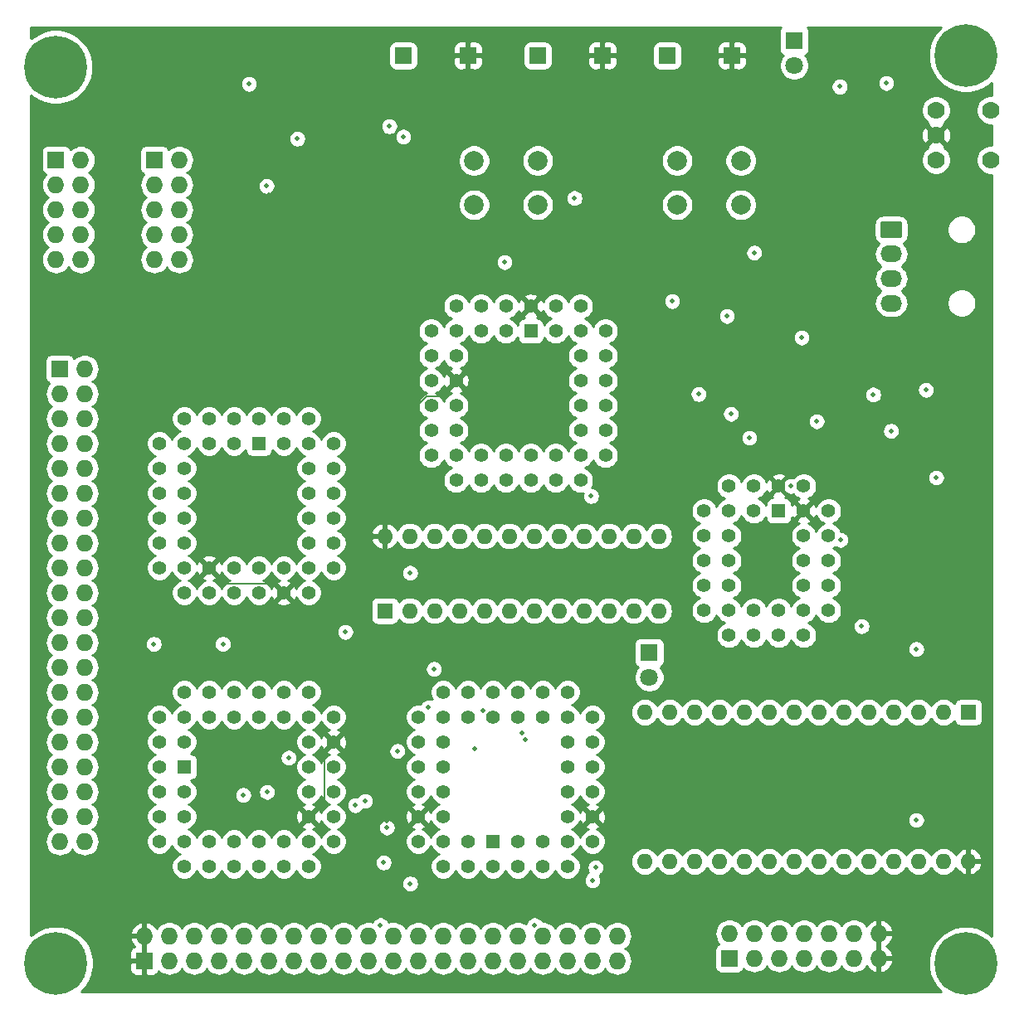
<source format=gbr>
G04 #@! TF.GenerationSoftware,KiCad,Pcbnew,5.1.4-e60b266~84~ubuntu18.04.1*
G04 #@! TF.CreationDate,2019-10-20T16:14:38+01:00*
G04 #@! TF.ProjectId,pluto,706c7574-6f2e-46b6-9963-61645f706362,rev?*
G04 #@! TF.SameCoordinates,Original*
G04 #@! TF.FileFunction,Copper,L3,Inr*
G04 #@! TF.FilePolarity,Positive*
%FSLAX46Y46*%
G04 Gerber Fmt 4.6, Leading zero omitted, Abs format (unit mm)*
G04 Created by KiCad (PCBNEW 5.1.4-e60b266~84~ubuntu18.04.1) date 2019-10-20 16:14:38*
%MOMM*%
%LPD*%
G04 APERTURE LIST*
%ADD10R,1.422400X1.422400*%
%ADD11C,1.422400*%
%ADD12R,1.800000X1.800000*%
%ADD13C,1.800000*%
%ADD14C,1.778000*%
%ADD15C,0.100000*%
%ADD16C,1.700000*%
%ADD17O,2.200000X1.700000*%
%ADD18O,1.727200X1.727200*%
%ADD19R,1.727200X1.727200*%
%ADD20C,6.400000*%
%ADD21C,2.000000*%
%ADD22O,1.600000X1.600000*%
%ADD23R,1.600000X1.600000*%
%ADD24R,1.700000X1.700000*%
%ADD25C,0.500000*%
%ADD26C,0.150000*%
%ADD27C,0.254000*%
G04 APERTURE END LIST*
D10*
X71501000Y-116332000D03*
D11*
X71501000Y-118872000D03*
X71501000Y-121412000D03*
X71501000Y-113792000D03*
X71501000Y-111252000D03*
X68961000Y-118872000D03*
X68961000Y-121412000D03*
X68961000Y-123952000D03*
X68961000Y-116332000D03*
X68961000Y-113792000D03*
X71501000Y-123952000D03*
X74041000Y-123952000D03*
X76581000Y-123952000D03*
X79121000Y-123952000D03*
X81661000Y-123952000D03*
X71501000Y-126492000D03*
X74041000Y-126492000D03*
X76581000Y-126492000D03*
X79121000Y-126492000D03*
X81661000Y-126492000D03*
X84201000Y-126492000D03*
X84201000Y-123952000D03*
X84201000Y-121412000D03*
X84201000Y-118872000D03*
X84201000Y-116332000D03*
X84201000Y-113792000D03*
X84201000Y-108712000D03*
X86741000Y-123952000D03*
X86741000Y-121412000D03*
X86741000Y-118872000D03*
X86741000Y-116332000D03*
X86741000Y-113792000D03*
X86741000Y-111252000D03*
X84201000Y-111252000D03*
X81661000Y-111252000D03*
X79121000Y-111252000D03*
X76581000Y-111252000D03*
X74041000Y-111252000D03*
X68961000Y-111252000D03*
X81661000Y-108712000D03*
X79121000Y-108712000D03*
X76581000Y-108712000D03*
X74041000Y-108712000D03*
X71501000Y-108712000D03*
X86741000Y-83312000D03*
X86741000Y-85852000D03*
X86741000Y-88392000D03*
X86741000Y-90932000D03*
X86741000Y-93472000D03*
X84201000Y-80772000D03*
X84201000Y-85852000D03*
X84201000Y-88392000D03*
X84201000Y-90932000D03*
X84201000Y-93472000D03*
X84201000Y-96012000D03*
X84201000Y-98552000D03*
X81661000Y-98552000D03*
X79121000Y-98552000D03*
X76581000Y-98552000D03*
X74041000Y-98552000D03*
X71501000Y-98552000D03*
X86741000Y-96012000D03*
X81661000Y-96012000D03*
X79121000Y-96012000D03*
X76581000Y-96012000D03*
X74041000Y-96012000D03*
X71501000Y-96012000D03*
X68961000Y-96012000D03*
X68961000Y-93472000D03*
X68961000Y-90932000D03*
X68961000Y-88392000D03*
X68961000Y-85852000D03*
X68961000Y-83312000D03*
X71501000Y-93472000D03*
X71501000Y-90932000D03*
X71501000Y-88392000D03*
X71501000Y-85852000D03*
X71501000Y-83312000D03*
X81661000Y-80772000D03*
X79121000Y-80772000D03*
X71501000Y-80772000D03*
X74041000Y-80772000D03*
X76581000Y-80772000D03*
X84201000Y-83312000D03*
X81661000Y-83312000D03*
X74041000Y-83312000D03*
X76581000Y-83312000D03*
D10*
X79121000Y-83312000D03*
D12*
X118948000Y-104648000D03*
D13*
X118948000Y-107188000D03*
D12*
X133731000Y-42164000D03*
D13*
X133731000Y-44704000D03*
D14*
X153797000Y-54356000D03*
X153797000Y-49276000D03*
X148209000Y-54356000D03*
X148209000Y-51816000D03*
X148209000Y-49276000D03*
D15*
G36*
X144511504Y-60619204D02*
G01*
X144535773Y-60622804D01*
X144559571Y-60628765D01*
X144582671Y-60637030D01*
X144604849Y-60647520D01*
X144625893Y-60660133D01*
X144645598Y-60674747D01*
X144663777Y-60691223D01*
X144680253Y-60709402D01*
X144694867Y-60729107D01*
X144707480Y-60750151D01*
X144717970Y-60772329D01*
X144726235Y-60795429D01*
X144732196Y-60819227D01*
X144735796Y-60843496D01*
X144737000Y-60868000D01*
X144737000Y-62068000D01*
X144735796Y-62092504D01*
X144732196Y-62116773D01*
X144726235Y-62140571D01*
X144717970Y-62163671D01*
X144707480Y-62185849D01*
X144694867Y-62206893D01*
X144680253Y-62226598D01*
X144663777Y-62244777D01*
X144645598Y-62261253D01*
X144625893Y-62275867D01*
X144604849Y-62288480D01*
X144582671Y-62298970D01*
X144559571Y-62307235D01*
X144535773Y-62313196D01*
X144511504Y-62316796D01*
X144487000Y-62318000D01*
X142787000Y-62318000D01*
X142762496Y-62316796D01*
X142738227Y-62313196D01*
X142714429Y-62307235D01*
X142691329Y-62298970D01*
X142669151Y-62288480D01*
X142648107Y-62275867D01*
X142628402Y-62261253D01*
X142610223Y-62244777D01*
X142593747Y-62226598D01*
X142579133Y-62206893D01*
X142566520Y-62185849D01*
X142556030Y-62163671D01*
X142547765Y-62140571D01*
X142541804Y-62116773D01*
X142538204Y-62092504D01*
X142537000Y-62068000D01*
X142537000Y-60868000D01*
X142538204Y-60843496D01*
X142541804Y-60819227D01*
X142547765Y-60795429D01*
X142556030Y-60772329D01*
X142566520Y-60750151D01*
X142579133Y-60729107D01*
X142593747Y-60709402D01*
X142610223Y-60691223D01*
X142628402Y-60674747D01*
X142648107Y-60660133D01*
X142669151Y-60647520D01*
X142691329Y-60637030D01*
X142714429Y-60628765D01*
X142738227Y-60622804D01*
X142762496Y-60619204D01*
X142787000Y-60618000D01*
X144487000Y-60618000D01*
X144511504Y-60619204D01*
X144511504Y-60619204D01*
G37*
D16*
X143637000Y-61468000D03*
D17*
X143637000Y-63968000D03*
X143637000Y-66468000D03*
X143637000Y-68968000D03*
D18*
X70993000Y-64516000D03*
X68453000Y-64516000D03*
X70993000Y-61976000D03*
X68453000Y-61976000D03*
X70993000Y-59436000D03*
X68453000Y-59436000D03*
X70993000Y-56896000D03*
X68453000Y-56896000D03*
X70993000Y-54356000D03*
D19*
X68453000Y-54356000D03*
X58420000Y-54356000D03*
D18*
X60960000Y-54356000D03*
X58420000Y-56896000D03*
X60960000Y-56896000D03*
X58420000Y-59436000D03*
X60960000Y-59436000D03*
X58420000Y-61976000D03*
X60960000Y-61976000D03*
X58420000Y-64516000D03*
X60960000Y-64516000D03*
D19*
X127127000Y-135890000D03*
D18*
X127127000Y-133350000D03*
X129667000Y-135890000D03*
X129667000Y-133350000D03*
X132207000Y-135890000D03*
X132207000Y-133350000D03*
X134747000Y-135890000D03*
X134747000Y-133350000D03*
X137287000Y-135890000D03*
X137287000Y-133350000D03*
X139827000Y-135890000D03*
X139827000Y-133350000D03*
X142367000Y-135890000D03*
X142367000Y-133350000D03*
D20*
X58394600Y-44856400D03*
X151257000Y-43688000D03*
X151257000Y-136398000D03*
X58420000Y-136398000D03*
D19*
X58801000Y-75692000D03*
D18*
X61341000Y-75692000D03*
X58801000Y-78232000D03*
X61341000Y-78232000D03*
X58801000Y-80772000D03*
X61341000Y-80772000D03*
X58801000Y-83312000D03*
X61341000Y-83312000D03*
X58801000Y-85852000D03*
X61341000Y-85852000D03*
X58801000Y-88392000D03*
X61341000Y-88392000D03*
X58801000Y-90932000D03*
X61341000Y-90932000D03*
X58801000Y-93472000D03*
X61341000Y-93472000D03*
X58801000Y-96012000D03*
X61341000Y-96012000D03*
X58801000Y-98552000D03*
X61341000Y-98552000D03*
X58801000Y-101092000D03*
X61341000Y-101092000D03*
X58801000Y-103632000D03*
X61341000Y-103632000D03*
X58801000Y-106172000D03*
X61341000Y-106172000D03*
X58801000Y-108712000D03*
X61341000Y-108712000D03*
X58801000Y-111252000D03*
X61341000Y-111252000D03*
X58801000Y-113792000D03*
X61341000Y-113792000D03*
X58801000Y-116332000D03*
X61341000Y-116332000D03*
X58801000Y-118872000D03*
X61341000Y-118872000D03*
X58801000Y-121412000D03*
X61341000Y-121412000D03*
X58801000Y-123952000D03*
X61341000Y-123952000D03*
D21*
X128293000Y-54428000D03*
X128293000Y-58928000D03*
X121793000Y-54428000D03*
X121793000Y-58928000D03*
X101069000Y-58928000D03*
X101069000Y-54428000D03*
X107569000Y-58928000D03*
X107569000Y-54428000D03*
D11*
X95377000Y-123952000D03*
X95377000Y-121412000D03*
X95377000Y-118872000D03*
X95377000Y-116332000D03*
X95377000Y-113792000D03*
X97917000Y-126492000D03*
X97917000Y-121412000D03*
X97917000Y-118872000D03*
X97917000Y-116332000D03*
X97917000Y-113792000D03*
X97917000Y-111252000D03*
X97917000Y-108712000D03*
X100457000Y-108712000D03*
X102997000Y-108712000D03*
X105537000Y-108712000D03*
X108077000Y-108712000D03*
X110617000Y-108712000D03*
X95377000Y-111252000D03*
X100457000Y-111252000D03*
X102997000Y-111252000D03*
X105537000Y-111252000D03*
X108077000Y-111252000D03*
X110617000Y-111252000D03*
X113157000Y-111252000D03*
X113157000Y-113792000D03*
X113157000Y-116332000D03*
X113157000Y-118872000D03*
X113157000Y-121412000D03*
X113157000Y-123952000D03*
X110617000Y-113792000D03*
X110617000Y-116332000D03*
X110617000Y-118872000D03*
X110617000Y-121412000D03*
X110617000Y-123952000D03*
X100457000Y-126492000D03*
X102997000Y-126492000D03*
X110617000Y-126492000D03*
X108077000Y-126492000D03*
X105537000Y-126492000D03*
X97917000Y-123952000D03*
X100457000Y-123952000D03*
X108077000Y-123952000D03*
X105537000Y-123952000D03*
D10*
X102997000Y-123952000D03*
D22*
X151511000Y-125984000D03*
X118491000Y-110744000D03*
X148971000Y-125984000D03*
X121031000Y-110744000D03*
X146431000Y-125984000D03*
X123571000Y-110744000D03*
X143891000Y-125984000D03*
X126111000Y-110744000D03*
X141351000Y-125984000D03*
X128651000Y-110744000D03*
X138811000Y-125984000D03*
X131191000Y-110744000D03*
X136271000Y-125984000D03*
X133731000Y-110744000D03*
X133731000Y-125984000D03*
X136271000Y-110744000D03*
X131191000Y-125984000D03*
X138811000Y-110744000D03*
X128651000Y-125984000D03*
X141351000Y-110744000D03*
X126111000Y-125984000D03*
X143891000Y-110744000D03*
X123571000Y-125984000D03*
X146431000Y-110744000D03*
X121031000Y-125984000D03*
X148971000Y-110744000D03*
X118491000Y-125984000D03*
D23*
X151511000Y-110744000D03*
X91973400Y-100381000D03*
D22*
X119913400Y-92761000D03*
X94513400Y-100381000D03*
X117373400Y-92761000D03*
X97053400Y-100381000D03*
X114833400Y-92761000D03*
X99593400Y-100381000D03*
X112293400Y-92761000D03*
X102133400Y-100381000D03*
X109753400Y-92761000D03*
X104673400Y-100381000D03*
X107213400Y-92761000D03*
X107213400Y-100381000D03*
X104673400Y-92761000D03*
X109753400Y-100381000D03*
X102133400Y-92761000D03*
X112293400Y-100381000D03*
X99593400Y-92761000D03*
X114833400Y-100381000D03*
X97053400Y-92761000D03*
X117373400Y-100381000D03*
X94513400Y-92761000D03*
X119913400Y-100381000D03*
X91973400Y-92761000D03*
D10*
X106858000Y-71831200D03*
D11*
X104318000Y-71831200D03*
X101778000Y-71831200D03*
X109398000Y-71831200D03*
X111938000Y-71831200D03*
X104318000Y-69291200D03*
X101778000Y-69291200D03*
X99238000Y-69291200D03*
X106858000Y-69291200D03*
X109398000Y-69291200D03*
X99238000Y-71831200D03*
X99238000Y-74371200D03*
X99238000Y-76911200D03*
X99238000Y-79451200D03*
X99238000Y-81991200D03*
X96698000Y-71831200D03*
X96698000Y-74371200D03*
X96698000Y-76911200D03*
X96698000Y-79451200D03*
X96698000Y-81991200D03*
X96698000Y-84531200D03*
X99238000Y-84531200D03*
X101778000Y-84531200D03*
X104318000Y-84531200D03*
X106858000Y-84531200D03*
X109398000Y-84531200D03*
X114478000Y-84531200D03*
X99238000Y-87071200D03*
X101778000Y-87071200D03*
X104318000Y-87071200D03*
X106858000Y-87071200D03*
X109398000Y-87071200D03*
X111938000Y-87071200D03*
X111938000Y-84531200D03*
X111938000Y-81991200D03*
X111938000Y-79451200D03*
X111938000Y-76911200D03*
X111938000Y-74371200D03*
X111938000Y-69291200D03*
X114478000Y-81991200D03*
X114478000Y-79451200D03*
X114478000Y-76911200D03*
X114478000Y-74371200D03*
X114478000Y-71831200D03*
D24*
X127381000Y-43688000D03*
X120777000Y-43688000D03*
X114173000Y-43688000D03*
X107569000Y-43688000D03*
X100457000Y-43688000D03*
X93853000Y-43688000D03*
D11*
X134706300Y-90198600D03*
X132166300Y-87658600D03*
X134706300Y-87658600D03*
X134706300Y-92738600D03*
X134706300Y-95278600D03*
X134706300Y-97818600D03*
X134706300Y-100358600D03*
X134706300Y-102898600D03*
X132166300Y-102898600D03*
X137246300Y-90198600D03*
X137246300Y-92738600D03*
X137246300Y-95278600D03*
X137246300Y-97818600D03*
X137246300Y-100358600D03*
X132166300Y-100358600D03*
X129626300Y-100358600D03*
X127086300Y-100358600D03*
X124546300Y-100358600D03*
X124546300Y-97818600D03*
X124546300Y-95278600D03*
X124546300Y-92738600D03*
X129626300Y-102898600D03*
X127086300Y-102898600D03*
X127086300Y-97818600D03*
X127086300Y-95278600D03*
X127086300Y-92738600D03*
X127086300Y-90198600D03*
X127086300Y-87658600D03*
X129626300Y-87658600D03*
X124546300Y-90198600D03*
X129626300Y-90198600D03*
D10*
X132166300Y-90198600D03*
D19*
X67437000Y-136144000D03*
D18*
X67437000Y-133604000D03*
X69977000Y-136144000D03*
X69977000Y-133604000D03*
X72517000Y-136144000D03*
X72517000Y-133604000D03*
X75057000Y-136144000D03*
X75057000Y-133604000D03*
X77597000Y-136144000D03*
X77597000Y-133604000D03*
X80137000Y-136144000D03*
X80137000Y-133604000D03*
X82677000Y-136144000D03*
X82677000Y-133604000D03*
X85217000Y-136144000D03*
X85217000Y-133604000D03*
X87757000Y-136144000D03*
X87757000Y-133604000D03*
X90297000Y-136144000D03*
X90297000Y-133604000D03*
X92837000Y-136144000D03*
X92837000Y-133604000D03*
X95377000Y-136144000D03*
X95377000Y-133604000D03*
X97917000Y-136144000D03*
X97917000Y-133604000D03*
X100457000Y-136144000D03*
X100457000Y-133604000D03*
X102997000Y-136144000D03*
X102997000Y-133604000D03*
X105537000Y-136144000D03*
X105537000Y-133604000D03*
X108077000Y-136144000D03*
X108077000Y-133604000D03*
X110617000Y-136144000D03*
X110617000Y-133604000D03*
X113157000Y-136144000D03*
X113157000Y-133604000D03*
X115697000Y-136144000D03*
X115697000Y-133604000D03*
D25*
X104186200Y-64792800D03*
X147165100Y-77844200D03*
X111329200Y-58242600D03*
X136037300Y-81039300D03*
X127278400Y-80283800D03*
X89957700Y-119812500D03*
X129648800Y-63813900D03*
X93853000Y-51986600D03*
X143129000Y-46501300D03*
X134493000Y-72492200D03*
X121285000Y-68781200D03*
X78105000Y-46599800D03*
X143617000Y-82014700D03*
X140627900Y-101965100D03*
X94562300Y-96514600D03*
X138375800Y-46868300D03*
X126873000Y-70298100D03*
X79902900Y-57009800D03*
X141810900Y-78314400D03*
X123977800Y-78275100D03*
X129162700Y-82723400D03*
X146189100Y-121757000D03*
X68404800Y-103771200D03*
X146200800Y-104290700D03*
X75440400Y-103771200D03*
X124079600Y-83356600D03*
X92505700Y-96628000D03*
X138370800Y-50315600D03*
X142204800Y-77344400D03*
X92171600Y-121842000D03*
X131212800Y-83351300D03*
X148227000Y-121250800D03*
X136712900Y-78076500D03*
X124333000Y-61888400D03*
X134121000Y-80265600D03*
X114859900Y-58105600D03*
X79327200Y-52197100D03*
X58653100Y-130840500D03*
X150333000Y-84794100D03*
X143129000Y-48551400D03*
X126162000Y-83443800D03*
X135613000Y-75757000D03*
X124938800Y-116356100D03*
X108190600Y-64804800D03*
X70457100Y-103771200D03*
X133731000Y-51423900D03*
X126675000Y-107119400D03*
X131823000Y-65082900D03*
X80108800Y-57925400D03*
X119541000Y-83347100D03*
X131866100Y-119317400D03*
X148256000Y-104741800D03*
X143617000Y-72987800D03*
X148567000Y-72981700D03*
X113467700Y-126601700D03*
X77520000Y-119193900D03*
X107269000Y-132494600D03*
X82147600Y-115395500D03*
X93245000Y-114701800D03*
X101094100Y-114501100D03*
X133400200Y-87640400D03*
X106292200Y-113543200D03*
X96436400Y-110244500D03*
X101993000Y-110563700D03*
X105931200Y-112872200D03*
X91525500Y-132494500D03*
X91849500Y-126110300D03*
X96976100Y-106318900D03*
X113025700Y-88685600D03*
X83043300Y-52197000D03*
X92426700Y-50927000D03*
X94568700Y-128240400D03*
X148227200Y-86791800D03*
X79935700Y-118896200D03*
X138446900Y-93143500D03*
X88955300Y-120262600D03*
X92185100Y-122534400D03*
X113157000Y-127901900D03*
X87934500Y-102562700D03*
D26*
X99237800Y-76911200D02*
X97634000Y-78515000D01*
X97634000Y-78515000D02*
X96248400Y-78515000D01*
X96248400Y-78515000D02*
X91973400Y-82790000D01*
X91973400Y-82790000D02*
X91973400Y-92760800D01*
X84201000Y-121412000D02*
X85804800Y-119808000D01*
X85804800Y-119808000D02*
X85804800Y-114728000D01*
X85804800Y-114728000D02*
X86029800Y-114503000D01*
X86029800Y-114503000D02*
X86741000Y-113792000D01*
X74041000Y-96012000D02*
X75644800Y-97615800D01*
X75644800Y-97615800D02*
X80724800Y-97615800D01*
X80724800Y-97615800D02*
X81661000Y-98552000D01*
D27*
G36*
X132300463Y-40909506D02*
G01*
X132241498Y-41019820D01*
X132205188Y-41139518D01*
X132192928Y-41264000D01*
X132192928Y-43064000D01*
X132205188Y-43188482D01*
X132241498Y-43308180D01*
X132300463Y-43418494D01*
X132379815Y-43515185D01*
X132476506Y-43594537D01*
X132586820Y-43653502D01*
X132605127Y-43659056D01*
X132538688Y-43725495D01*
X132370701Y-43976905D01*
X132254989Y-44256257D01*
X132196000Y-44552816D01*
X132196000Y-44855184D01*
X132254989Y-45151743D01*
X132370701Y-45431095D01*
X132538688Y-45682505D01*
X132752495Y-45896312D01*
X133003905Y-46064299D01*
X133283257Y-46180011D01*
X133579816Y-46239000D01*
X133882184Y-46239000D01*
X134178743Y-46180011D01*
X134458095Y-46064299D01*
X134709505Y-45896312D01*
X134923312Y-45682505D01*
X135091299Y-45431095D01*
X135207011Y-45151743D01*
X135266000Y-44855184D01*
X135266000Y-44552816D01*
X135207011Y-44256257D01*
X135091299Y-43976905D01*
X134923312Y-43725495D01*
X134856873Y-43659056D01*
X134875180Y-43653502D01*
X134985494Y-43594537D01*
X135082185Y-43515185D01*
X135161537Y-43418494D01*
X135220502Y-43308180D01*
X135256812Y-43188482D01*
X135269072Y-43064000D01*
X135269072Y-41264000D01*
X135256812Y-41139518D01*
X135220502Y-41019820D01*
X135161537Y-40909506D01*
X135085620Y-40817000D01*
X148704491Y-40817000D01*
X148278161Y-41243330D01*
X147858467Y-41871446D01*
X147569377Y-42569372D01*
X147422000Y-43310285D01*
X147422000Y-44065715D01*
X147569377Y-44806628D01*
X147858467Y-45504554D01*
X148278161Y-46132670D01*
X148812330Y-46666839D01*
X149440446Y-47086533D01*
X150138372Y-47375623D01*
X150879285Y-47523000D01*
X151634715Y-47523000D01*
X152375628Y-47375623D01*
X153073554Y-47086533D01*
X153701670Y-46666839D01*
X153874000Y-46494509D01*
X153874000Y-47752000D01*
X153646899Y-47752000D01*
X153352466Y-47810566D01*
X153075115Y-47925449D01*
X152825507Y-48092232D01*
X152613232Y-48304507D01*
X152446449Y-48554115D01*
X152331566Y-48831466D01*
X152273000Y-49125899D01*
X152273000Y-49426101D01*
X152331566Y-49720534D01*
X152446449Y-49997885D01*
X152613232Y-50247493D01*
X152825507Y-50459768D01*
X153075115Y-50626551D01*
X153352466Y-50741434D01*
X153646899Y-50800000D01*
X153874000Y-50800000D01*
X153874000Y-52832000D01*
X153646899Y-52832000D01*
X153352466Y-52890566D01*
X153075115Y-53005449D01*
X152825507Y-53172232D01*
X152613232Y-53384507D01*
X152446449Y-53634115D01*
X152331566Y-53911466D01*
X152273000Y-54205899D01*
X152273000Y-54506101D01*
X152331566Y-54800534D01*
X152446449Y-55077885D01*
X152613232Y-55327493D01*
X152825507Y-55539768D01*
X153075115Y-55706551D01*
X153352466Y-55821434D01*
X153646899Y-55880000D01*
X153874000Y-55880000D01*
X153874001Y-133591492D01*
X153701670Y-133419161D01*
X153073554Y-132999467D01*
X152375628Y-132710377D01*
X151634715Y-132563000D01*
X150879285Y-132563000D01*
X150138372Y-132710377D01*
X149440446Y-132999467D01*
X148812330Y-133419161D01*
X148278161Y-133953330D01*
X147858467Y-134581446D01*
X147569377Y-135279372D01*
X147422000Y-136020285D01*
X147422000Y-136775715D01*
X147569377Y-137516628D01*
X147858467Y-138214554D01*
X148278161Y-138842670D01*
X148704491Y-139269000D01*
X60972509Y-139269000D01*
X61398839Y-138842670D01*
X61818533Y-138214554D01*
X62107623Y-137516628D01*
X62208875Y-137007600D01*
X65935328Y-137007600D01*
X65947588Y-137132082D01*
X65983898Y-137251780D01*
X66042863Y-137362094D01*
X66122215Y-137458785D01*
X66218906Y-137538137D01*
X66329220Y-137597102D01*
X66448918Y-137633412D01*
X66573400Y-137645672D01*
X67151250Y-137642600D01*
X67310000Y-137483850D01*
X67310000Y-136271000D01*
X66097150Y-136271000D01*
X65938400Y-136429750D01*
X65935328Y-137007600D01*
X62208875Y-137007600D01*
X62255000Y-136775715D01*
X62255000Y-136020285D01*
X62107828Y-135280400D01*
X65935328Y-135280400D01*
X65938400Y-135858250D01*
X66097150Y-136017000D01*
X67310000Y-136017000D01*
X67310000Y-133731000D01*
X66102536Y-133731000D01*
X65982037Y-133963027D01*
X66080036Y-134239978D01*
X66230183Y-134492488D01*
X66391692Y-134671947D01*
X66329220Y-134690898D01*
X66218906Y-134749863D01*
X66122215Y-134829215D01*
X66042863Y-134925906D01*
X65983898Y-135036220D01*
X65947588Y-135155918D01*
X65935328Y-135280400D01*
X62107828Y-135280400D01*
X62107623Y-135279372D01*
X61818533Y-134581446D01*
X61398839Y-133953330D01*
X60864670Y-133419161D01*
X60603980Y-133244973D01*
X65982037Y-133244973D01*
X66102536Y-133477000D01*
X67310000Y-133477000D01*
X67310000Y-132270183D01*
X67564000Y-132270183D01*
X67564000Y-133477000D01*
X67584000Y-133477000D01*
X67584000Y-133731000D01*
X67564000Y-133731000D01*
X67564000Y-136017000D01*
X67584000Y-136017000D01*
X67584000Y-136271000D01*
X67564000Y-136271000D01*
X67564000Y-137483850D01*
X67722750Y-137642600D01*
X68300600Y-137645672D01*
X68425082Y-137633412D01*
X68544780Y-137597102D01*
X68655094Y-137538137D01*
X68751785Y-137458785D01*
X68831137Y-137362094D01*
X68890102Y-137251780D01*
X68905586Y-137200735D01*
X68912203Y-137208797D01*
X69140394Y-137396069D01*
X69400736Y-137535225D01*
X69683223Y-137620916D01*
X69903381Y-137642600D01*
X70050619Y-137642600D01*
X70270777Y-137620916D01*
X70553264Y-137535225D01*
X70813606Y-137396069D01*
X71041797Y-137208797D01*
X71229069Y-136980606D01*
X71247000Y-136947060D01*
X71264931Y-136980606D01*
X71452203Y-137208797D01*
X71680394Y-137396069D01*
X71940736Y-137535225D01*
X72223223Y-137620916D01*
X72443381Y-137642600D01*
X72590619Y-137642600D01*
X72810777Y-137620916D01*
X73093264Y-137535225D01*
X73353606Y-137396069D01*
X73581797Y-137208797D01*
X73769069Y-136980606D01*
X73787000Y-136947060D01*
X73804931Y-136980606D01*
X73992203Y-137208797D01*
X74220394Y-137396069D01*
X74480736Y-137535225D01*
X74763223Y-137620916D01*
X74983381Y-137642600D01*
X75130619Y-137642600D01*
X75350777Y-137620916D01*
X75633264Y-137535225D01*
X75893606Y-137396069D01*
X76121797Y-137208797D01*
X76309069Y-136980606D01*
X76327000Y-136947060D01*
X76344931Y-136980606D01*
X76532203Y-137208797D01*
X76760394Y-137396069D01*
X77020736Y-137535225D01*
X77303223Y-137620916D01*
X77523381Y-137642600D01*
X77670619Y-137642600D01*
X77890777Y-137620916D01*
X78173264Y-137535225D01*
X78433606Y-137396069D01*
X78661797Y-137208797D01*
X78849069Y-136980606D01*
X78867000Y-136947060D01*
X78884931Y-136980606D01*
X79072203Y-137208797D01*
X79300394Y-137396069D01*
X79560736Y-137535225D01*
X79843223Y-137620916D01*
X80063381Y-137642600D01*
X80210619Y-137642600D01*
X80430777Y-137620916D01*
X80713264Y-137535225D01*
X80973606Y-137396069D01*
X81201797Y-137208797D01*
X81389069Y-136980606D01*
X81407000Y-136947060D01*
X81424931Y-136980606D01*
X81612203Y-137208797D01*
X81840394Y-137396069D01*
X82100736Y-137535225D01*
X82383223Y-137620916D01*
X82603381Y-137642600D01*
X82750619Y-137642600D01*
X82970777Y-137620916D01*
X83253264Y-137535225D01*
X83513606Y-137396069D01*
X83741797Y-137208797D01*
X83929069Y-136980606D01*
X83947000Y-136947060D01*
X83964931Y-136980606D01*
X84152203Y-137208797D01*
X84380394Y-137396069D01*
X84640736Y-137535225D01*
X84923223Y-137620916D01*
X85143381Y-137642600D01*
X85290619Y-137642600D01*
X85510777Y-137620916D01*
X85793264Y-137535225D01*
X86053606Y-137396069D01*
X86281797Y-137208797D01*
X86469069Y-136980606D01*
X86487000Y-136947060D01*
X86504931Y-136980606D01*
X86692203Y-137208797D01*
X86920394Y-137396069D01*
X87180736Y-137535225D01*
X87463223Y-137620916D01*
X87683381Y-137642600D01*
X87830619Y-137642600D01*
X88050777Y-137620916D01*
X88333264Y-137535225D01*
X88593606Y-137396069D01*
X88821797Y-137208797D01*
X89009069Y-136980606D01*
X89027000Y-136947060D01*
X89044931Y-136980606D01*
X89232203Y-137208797D01*
X89460394Y-137396069D01*
X89720736Y-137535225D01*
X90003223Y-137620916D01*
X90223381Y-137642600D01*
X90370619Y-137642600D01*
X90590777Y-137620916D01*
X90873264Y-137535225D01*
X91133606Y-137396069D01*
X91361797Y-137208797D01*
X91549069Y-136980606D01*
X91567000Y-136947060D01*
X91584931Y-136980606D01*
X91772203Y-137208797D01*
X92000394Y-137396069D01*
X92260736Y-137535225D01*
X92543223Y-137620916D01*
X92763381Y-137642600D01*
X92910619Y-137642600D01*
X93130777Y-137620916D01*
X93413264Y-137535225D01*
X93673606Y-137396069D01*
X93901797Y-137208797D01*
X94089069Y-136980606D01*
X94107000Y-136947060D01*
X94124931Y-136980606D01*
X94312203Y-137208797D01*
X94540394Y-137396069D01*
X94800736Y-137535225D01*
X95083223Y-137620916D01*
X95303381Y-137642600D01*
X95450619Y-137642600D01*
X95670777Y-137620916D01*
X95953264Y-137535225D01*
X96213606Y-137396069D01*
X96441797Y-137208797D01*
X96629069Y-136980606D01*
X96647000Y-136947060D01*
X96664931Y-136980606D01*
X96852203Y-137208797D01*
X97080394Y-137396069D01*
X97340736Y-137535225D01*
X97623223Y-137620916D01*
X97843381Y-137642600D01*
X97990619Y-137642600D01*
X98210777Y-137620916D01*
X98493264Y-137535225D01*
X98753606Y-137396069D01*
X98981797Y-137208797D01*
X99169069Y-136980606D01*
X99187000Y-136947060D01*
X99204931Y-136980606D01*
X99392203Y-137208797D01*
X99620394Y-137396069D01*
X99880736Y-137535225D01*
X100163223Y-137620916D01*
X100383381Y-137642600D01*
X100530619Y-137642600D01*
X100750777Y-137620916D01*
X101033264Y-137535225D01*
X101293606Y-137396069D01*
X101521797Y-137208797D01*
X101709069Y-136980606D01*
X101727000Y-136947060D01*
X101744931Y-136980606D01*
X101932203Y-137208797D01*
X102160394Y-137396069D01*
X102420736Y-137535225D01*
X102703223Y-137620916D01*
X102923381Y-137642600D01*
X103070619Y-137642600D01*
X103290777Y-137620916D01*
X103573264Y-137535225D01*
X103833606Y-137396069D01*
X104061797Y-137208797D01*
X104249069Y-136980606D01*
X104267000Y-136947060D01*
X104284931Y-136980606D01*
X104472203Y-137208797D01*
X104700394Y-137396069D01*
X104960736Y-137535225D01*
X105243223Y-137620916D01*
X105463381Y-137642600D01*
X105610619Y-137642600D01*
X105830777Y-137620916D01*
X106113264Y-137535225D01*
X106373606Y-137396069D01*
X106601797Y-137208797D01*
X106789069Y-136980606D01*
X106807000Y-136947060D01*
X106824931Y-136980606D01*
X107012203Y-137208797D01*
X107240394Y-137396069D01*
X107500736Y-137535225D01*
X107783223Y-137620916D01*
X108003381Y-137642600D01*
X108150619Y-137642600D01*
X108370777Y-137620916D01*
X108653264Y-137535225D01*
X108913606Y-137396069D01*
X109141797Y-137208797D01*
X109329069Y-136980606D01*
X109347000Y-136947060D01*
X109364931Y-136980606D01*
X109552203Y-137208797D01*
X109780394Y-137396069D01*
X110040736Y-137535225D01*
X110323223Y-137620916D01*
X110543381Y-137642600D01*
X110690619Y-137642600D01*
X110910777Y-137620916D01*
X111193264Y-137535225D01*
X111453606Y-137396069D01*
X111681797Y-137208797D01*
X111869069Y-136980606D01*
X111887000Y-136947060D01*
X111904931Y-136980606D01*
X112092203Y-137208797D01*
X112320394Y-137396069D01*
X112580736Y-137535225D01*
X112863223Y-137620916D01*
X113083381Y-137642600D01*
X113230619Y-137642600D01*
X113450777Y-137620916D01*
X113733264Y-137535225D01*
X113993606Y-137396069D01*
X114221797Y-137208797D01*
X114409069Y-136980606D01*
X114427000Y-136947060D01*
X114444931Y-136980606D01*
X114632203Y-137208797D01*
X114860394Y-137396069D01*
X115120736Y-137535225D01*
X115403223Y-137620916D01*
X115623381Y-137642600D01*
X115770619Y-137642600D01*
X115990777Y-137620916D01*
X116273264Y-137535225D01*
X116533606Y-137396069D01*
X116761797Y-137208797D01*
X116949069Y-136980606D01*
X117088225Y-136720264D01*
X117173916Y-136437777D01*
X117202851Y-136144000D01*
X117173916Y-135850223D01*
X117088225Y-135567736D01*
X116949069Y-135307394D01*
X116761797Y-135079203D01*
X116533606Y-134891931D01*
X116500060Y-134874000D01*
X116533606Y-134856069D01*
X116761797Y-134668797D01*
X116949069Y-134440606D01*
X117088225Y-134180264D01*
X117173916Y-133897777D01*
X117202851Y-133604000D01*
X117177834Y-133350000D01*
X125621149Y-133350000D01*
X125650084Y-133643777D01*
X125735775Y-133926264D01*
X125874931Y-134186606D01*
X126062203Y-134414797D01*
X126070265Y-134421414D01*
X126019220Y-134436898D01*
X125908906Y-134495863D01*
X125812215Y-134575215D01*
X125732863Y-134671906D01*
X125673898Y-134782220D01*
X125637588Y-134901918D01*
X125625328Y-135026400D01*
X125625328Y-136753600D01*
X125637588Y-136878082D01*
X125673898Y-136997780D01*
X125732863Y-137108094D01*
X125812215Y-137204785D01*
X125908906Y-137284137D01*
X126019220Y-137343102D01*
X126138918Y-137379412D01*
X126263400Y-137391672D01*
X127990600Y-137391672D01*
X128115082Y-137379412D01*
X128234780Y-137343102D01*
X128345094Y-137284137D01*
X128441785Y-137204785D01*
X128521137Y-137108094D01*
X128580102Y-136997780D01*
X128595586Y-136946735D01*
X128602203Y-136954797D01*
X128830394Y-137142069D01*
X129090736Y-137281225D01*
X129373223Y-137366916D01*
X129593381Y-137388600D01*
X129740619Y-137388600D01*
X129960777Y-137366916D01*
X130243264Y-137281225D01*
X130503606Y-137142069D01*
X130731797Y-136954797D01*
X130919069Y-136726606D01*
X130937000Y-136693060D01*
X130954931Y-136726606D01*
X131142203Y-136954797D01*
X131370394Y-137142069D01*
X131630736Y-137281225D01*
X131913223Y-137366916D01*
X132133381Y-137388600D01*
X132280619Y-137388600D01*
X132500777Y-137366916D01*
X132783264Y-137281225D01*
X133043606Y-137142069D01*
X133271797Y-136954797D01*
X133459069Y-136726606D01*
X133477000Y-136693060D01*
X133494931Y-136726606D01*
X133682203Y-136954797D01*
X133910394Y-137142069D01*
X134170736Y-137281225D01*
X134453223Y-137366916D01*
X134673381Y-137388600D01*
X134820619Y-137388600D01*
X135040777Y-137366916D01*
X135323264Y-137281225D01*
X135583606Y-137142069D01*
X135811797Y-136954797D01*
X135999069Y-136726606D01*
X136017000Y-136693060D01*
X136034931Y-136726606D01*
X136222203Y-136954797D01*
X136450394Y-137142069D01*
X136710736Y-137281225D01*
X136993223Y-137366916D01*
X137213381Y-137388600D01*
X137360619Y-137388600D01*
X137580777Y-137366916D01*
X137863264Y-137281225D01*
X138123606Y-137142069D01*
X138351797Y-136954797D01*
X138539069Y-136726606D01*
X138557000Y-136693060D01*
X138574931Y-136726606D01*
X138762203Y-136954797D01*
X138990394Y-137142069D01*
X139250736Y-137281225D01*
X139533223Y-137366916D01*
X139753381Y-137388600D01*
X139900619Y-137388600D01*
X140120777Y-137366916D01*
X140403264Y-137281225D01*
X140663606Y-137142069D01*
X140891797Y-136954797D01*
X141079069Y-136726606D01*
X141102863Y-136682090D01*
X141160183Y-136778488D01*
X141356707Y-136996854D01*
X141592056Y-137172684D01*
X141857186Y-137299222D01*
X142007974Y-137344958D01*
X142240000Y-137223817D01*
X142240000Y-136017000D01*
X142494000Y-136017000D01*
X142494000Y-137223817D01*
X142726026Y-137344958D01*
X142876814Y-137299222D01*
X143141944Y-137172684D01*
X143377293Y-136996854D01*
X143573817Y-136778488D01*
X143723964Y-136525978D01*
X143821963Y-136249027D01*
X143701464Y-136017000D01*
X142494000Y-136017000D01*
X142240000Y-136017000D01*
X142220000Y-136017000D01*
X142220000Y-135763000D01*
X142240000Y-135763000D01*
X142240000Y-133477000D01*
X142494000Y-133477000D01*
X142494000Y-135763000D01*
X143701464Y-135763000D01*
X143821963Y-135530973D01*
X143723964Y-135254022D01*
X143573817Y-135001512D01*
X143377293Y-134783146D01*
X143158922Y-134620000D01*
X143377293Y-134456854D01*
X143573817Y-134238488D01*
X143723964Y-133985978D01*
X143821963Y-133709027D01*
X143701464Y-133477000D01*
X142494000Y-133477000D01*
X142240000Y-133477000D01*
X142220000Y-133477000D01*
X142220000Y-133223000D01*
X142240000Y-133223000D01*
X142240000Y-132016183D01*
X142494000Y-132016183D01*
X142494000Y-133223000D01*
X143701464Y-133223000D01*
X143821963Y-132990973D01*
X143723964Y-132714022D01*
X143573817Y-132461512D01*
X143377293Y-132243146D01*
X143141944Y-132067316D01*
X142876814Y-131940778D01*
X142726026Y-131895042D01*
X142494000Y-132016183D01*
X142240000Y-132016183D01*
X142007974Y-131895042D01*
X141857186Y-131940778D01*
X141592056Y-132067316D01*
X141356707Y-132243146D01*
X141160183Y-132461512D01*
X141102863Y-132557910D01*
X141079069Y-132513394D01*
X140891797Y-132285203D01*
X140663606Y-132097931D01*
X140403264Y-131958775D01*
X140120777Y-131873084D01*
X139900619Y-131851400D01*
X139753381Y-131851400D01*
X139533223Y-131873084D01*
X139250736Y-131958775D01*
X138990394Y-132097931D01*
X138762203Y-132285203D01*
X138574931Y-132513394D01*
X138557000Y-132546940D01*
X138539069Y-132513394D01*
X138351797Y-132285203D01*
X138123606Y-132097931D01*
X137863264Y-131958775D01*
X137580777Y-131873084D01*
X137360619Y-131851400D01*
X137213381Y-131851400D01*
X136993223Y-131873084D01*
X136710736Y-131958775D01*
X136450394Y-132097931D01*
X136222203Y-132285203D01*
X136034931Y-132513394D01*
X136017000Y-132546940D01*
X135999069Y-132513394D01*
X135811797Y-132285203D01*
X135583606Y-132097931D01*
X135323264Y-131958775D01*
X135040777Y-131873084D01*
X134820619Y-131851400D01*
X134673381Y-131851400D01*
X134453223Y-131873084D01*
X134170736Y-131958775D01*
X133910394Y-132097931D01*
X133682203Y-132285203D01*
X133494931Y-132513394D01*
X133477000Y-132546940D01*
X133459069Y-132513394D01*
X133271797Y-132285203D01*
X133043606Y-132097931D01*
X132783264Y-131958775D01*
X132500777Y-131873084D01*
X132280619Y-131851400D01*
X132133381Y-131851400D01*
X131913223Y-131873084D01*
X131630736Y-131958775D01*
X131370394Y-132097931D01*
X131142203Y-132285203D01*
X130954931Y-132513394D01*
X130937000Y-132546940D01*
X130919069Y-132513394D01*
X130731797Y-132285203D01*
X130503606Y-132097931D01*
X130243264Y-131958775D01*
X129960777Y-131873084D01*
X129740619Y-131851400D01*
X129593381Y-131851400D01*
X129373223Y-131873084D01*
X129090736Y-131958775D01*
X128830394Y-132097931D01*
X128602203Y-132285203D01*
X128414931Y-132513394D01*
X128397000Y-132546940D01*
X128379069Y-132513394D01*
X128191797Y-132285203D01*
X127963606Y-132097931D01*
X127703264Y-131958775D01*
X127420777Y-131873084D01*
X127200619Y-131851400D01*
X127053381Y-131851400D01*
X126833223Y-131873084D01*
X126550736Y-131958775D01*
X126290394Y-132097931D01*
X126062203Y-132285203D01*
X125874931Y-132513394D01*
X125735775Y-132773736D01*
X125650084Y-133056223D01*
X125621149Y-133350000D01*
X117177834Y-133350000D01*
X117173916Y-133310223D01*
X117088225Y-133027736D01*
X116949069Y-132767394D01*
X116761797Y-132539203D01*
X116533606Y-132351931D01*
X116273264Y-132212775D01*
X115990777Y-132127084D01*
X115770619Y-132105400D01*
X115623381Y-132105400D01*
X115403223Y-132127084D01*
X115120736Y-132212775D01*
X114860394Y-132351931D01*
X114632203Y-132539203D01*
X114444931Y-132767394D01*
X114427000Y-132800940D01*
X114409069Y-132767394D01*
X114221797Y-132539203D01*
X113993606Y-132351931D01*
X113733264Y-132212775D01*
X113450777Y-132127084D01*
X113230619Y-132105400D01*
X113083381Y-132105400D01*
X112863223Y-132127084D01*
X112580736Y-132212775D01*
X112320394Y-132351931D01*
X112092203Y-132539203D01*
X111904931Y-132767394D01*
X111887000Y-132800940D01*
X111869069Y-132767394D01*
X111681797Y-132539203D01*
X111453606Y-132351931D01*
X111193264Y-132212775D01*
X110910777Y-132127084D01*
X110690619Y-132105400D01*
X110543381Y-132105400D01*
X110323223Y-132127084D01*
X110040736Y-132212775D01*
X109780394Y-132351931D01*
X109552203Y-132539203D01*
X109364931Y-132767394D01*
X109347000Y-132800940D01*
X109329069Y-132767394D01*
X109141797Y-132539203D01*
X108913606Y-132351931D01*
X108653264Y-132212775D01*
X108370777Y-132127084D01*
X108150619Y-132105400D01*
X108065705Y-132105400D01*
X108053277Y-132075395D01*
X107956424Y-131930445D01*
X107833155Y-131807176D01*
X107688205Y-131710323D01*
X107527145Y-131643610D01*
X107356165Y-131609600D01*
X107181835Y-131609600D01*
X107010855Y-131643610D01*
X106849795Y-131710323D01*
X106704845Y-131807176D01*
X106581576Y-131930445D01*
X106484723Y-132075395D01*
X106418010Y-132236455D01*
X106392032Y-132367053D01*
X106373606Y-132351931D01*
X106113264Y-132212775D01*
X105830777Y-132127084D01*
X105610619Y-132105400D01*
X105463381Y-132105400D01*
X105243223Y-132127084D01*
X104960736Y-132212775D01*
X104700394Y-132351931D01*
X104472203Y-132539203D01*
X104284931Y-132767394D01*
X104267000Y-132800940D01*
X104249069Y-132767394D01*
X104061797Y-132539203D01*
X103833606Y-132351931D01*
X103573264Y-132212775D01*
X103290777Y-132127084D01*
X103070619Y-132105400D01*
X102923381Y-132105400D01*
X102703223Y-132127084D01*
X102420736Y-132212775D01*
X102160394Y-132351931D01*
X101932203Y-132539203D01*
X101744931Y-132767394D01*
X101727000Y-132800940D01*
X101709069Y-132767394D01*
X101521797Y-132539203D01*
X101293606Y-132351931D01*
X101033264Y-132212775D01*
X100750777Y-132127084D01*
X100530619Y-132105400D01*
X100383381Y-132105400D01*
X100163223Y-132127084D01*
X99880736Y-132212775D01*
X99620394Y-132351931D01*
X99392203Y-132539203D01*
X99204931Y-132767394D01*
X99187000Y-132800940D01*
X99169069Y-132767394D01*
X98981797Y-132539203D01*
X98753606Y-132351931D01*
X98493264Y-132212775D01*
X98210777Y-132127084D01*
X97990619Y-132105400D01*
X97843381Y-132105400D01*
X97623223Y-132127084D01*
X97340736Y-132212775D01*
X97080394Y-132351931D01*
X96852203Y-132539203D01*
X96664931Y-132767394D01*
X96647000Y-132800940D01*
X96629069Y-132767394D01*
X96441797Y-132539203D01*
X96213606Y-132351931D01*
X95953264Y-132212775D01*
X95670777Y-132127084D01*
X95450619Y-132105400D01*
X95303381Y-132105400D01*
X95083223Y-132127084D01*
X94800736Y-132212775D01*
X94540394Y-132351931D01*
X94312203Y-132539203D01*
X94124931Y-132767394D01*
X94107000Y-132800940D01*
X94089069Y-132767394D01*
X93901797Y-132539203D01*
X93673606Y-132351931D01*
X93413264Y-132212775D01*
X93130777Y-132127084D01*
X92910619Y-132105400D01*
X92763381Y-132105400D01*
X92543223Y-132127084D01*
X92354892Y-132184213D01*
X92309777Y-132075295D01*
X92212924Y-131930345D01*
X92089655Y-131807076D01*
X91944705Y-131710223D01*
X91783645Y-131643510D01*
X91612665Y-131609500D01*
X91438335Y-131609500D01*
X91267355Y-131643510D01*
X91106295Y-131710223D01*
X90961345Y-131807076D01*
X90838076Y-131930345D01*
X90741223Y-132075295D01*
X90705373Y-132161846D01*
X90590777Y-132127084D01*
X90370619Y-132105400D01*
X90223381Y-132105400D01*
X90003223Y-132127084D01*
X89720736Y-132212775D01*
X89460394Y-132351931D01*
X89232203Y-132539203D01*
X89044931Y-132767394D01*
X89027000Y-132800940D01*
X89009069Y-132767394D01*
X88821797Y-132539203D01*
X88593606Y-132351931D01*
X88333264Y-132212775D01*
X88050777Y-132127084D01*
X87830619Y-132105400D01*
X87683381Y-132105400D01*
X87463223Y-132127084D01*
X87180736Y-132212775D01*
X86920394Y-132351931D01*
X86692203Y-132539203D01*
X86504931Y-132767394D01*
X86487000Y-132800940D01*
X86469069Y-132767394D01*
X86281797Y-132539203D01*
X86053606Y-132351931D01*
X85793264Y-132212775D01*
X85510777Y-132127084D01*
X85290619Y-132105400D01*
X85143381Y-132105400D01*
X84923223Y-132127084D01*
X84640736Y-132212775D01*
X84380394Y-132351931D01*
X84152203Y-132539203D01*
X83964931Y-132767394D01*
X83947000Y-132800940D01*
X83929069Y-132767394D01*
X83741797Y-132539203D01*
X83513606Y-132351931D01*
X83253264Y-132212775D01*
X82970777Y-132127084D01*
X82750619Y-132105400D01*
X82603381Y-132105400D01*
X82383223Y-132127084D01*
X82100736Y-132212775D01*
X81840394Y-132351931D01*
X81612203Y-132539203D01*
X81424931Y-132767394D01*
X81407000Y-132800940D01*
X81389069Y-132767394D01*
X81201797Y-132539203D01*
X80973606Y-132351931D01*
X80713264Y-132212775D01*
X80430777Y-132127084D01*
X80210619Y-132105400D01*
X80063381Y-132105400D01*
X79843223Y-132127084D01*
X79560736Y-132212775D01*
X79300394Y-132351931D01*
X79072203Y-132539203D01*
X78884931Y-132767394D01*
X78867000Y-132800940D01*
X78849069Y-132767394D01*
X78661797Y-132539203D01*
X78433606Y-132351931D01*
X78173264Y-132212775D01*
X77890777Y-132127084D01*
X77670619Y-132105400D01*
X77523381Y-132105400D01*
X77303223Y-132127084D01*
X77020736Y-132212775D01*
X76760394Y-132351931D01*
X76532203Y-132539203D01*
X76344931Y-132767394D01*
X76327000Y-132800940D01*
X76309069Y-132767394D01*
X76121797Y-132539203D01*
X75893606Y-132351931D01*
X75633264Y-132212775D01*
X75350777Y-132127084D01*
X75130619Y-132105400D01*
X74983381Y-132105400D01*
X74763223Y-132127084D01*
X74480736Y-132212775D01*
X74220394Y-132351931D01*
X73992203Y-132539203D01*
X73804931Y-132767394D01*
X73787000Y-132800940D01*
X73769069Y-132767394D01*
X73581797Y-132539203D01*
X73353606Y-132351931D01*
X73093264Y-132212775D01*
X72810777Y-132127084D01*
X72590619Y-132105400D01*
X72443381Y-132105400D01*
X72223223Y-132127084D01*
X71940736Y-132212775D01*
X71680394Y-132351931D01*
X71452203Y-132539203D01*
X71264931Y-132767394D01*
X71247000Y-132800940D01*
X71229069Y-132767394D01*
X71041797Y-132539203D01*
X70813606Y-132351931D01*
X70553264Y-132212775D01*
X70270777Y-132127084D01*
X70050619Y-132105400D01*
X69903381Y-132105400D01*
X69683223Y-132127084D01*
X69400736Y-132212775D01*
X69140394Y-132351931D01*
X68912203Y-132539203D01*
X68724931Y-132767394D01*
X68701137Y-132811910D01*
X68643817Y-132715512D01*
X68447293Y-132497146D01*
X68211944Y-132321316D01*
X67946814Y-132194778D01*
X67796026Y-132149042D01*
X67564000Y-132270183D01*
X67310000Y-132270183D01*
X67077974Y-132149042D01*
X66927186Y-132194778D01*
X66662056Y-132321316D01*
X66426707Y-132497146D01*
X66230183Y-132715512D01*
X66080036Y-132968022D01*
X65982037Y-133244973D01*
X60603980Y-133244973D01*
X60236554Y-132999467D01*
X59538628Y-132710377D01*
X58797715Y-132563000D01*
X58042285Y-132563000D01*
X57301372Y-132710377D01*
X56603446Y-132999467D01*
X55975330Y-133419161D01*
X55880000Y-133514491D01*
X55880000Y-128153235D01*
X93683700Y-128153235D01*
X93683700Y-128327565D01*
X93717710Y-128498545D01*
X93784423Y-128659605D01*
X93881276Y-128804555D01*
X94004545Y-128927824D01*
X94149495Y-129024677D01*
X94310555Y-129091390D01*
X94481535Y-129125400D01*
X94655865Y-129125400D01*
X94826845Y-129091390D01*
X94987905Y-129024677D01*
X95132855Y-128927824D01*
X95256124Y-128804555D01*
X95352977Y-128659605D01*
X95419690Y-128498545D01*
X95453700Y-128327565D01*
X95453700Y-128153235D01*
X95419690Y-127982255D01*
X95352977Y-127821195D01*
X95256124Y-127676245D01*
X95132855Y-127552976D01*
X94987905Y-127456123D01*
X94826845Y-127389410D01*
X94655865Y-127355400D01*
X94481535Y-127355400D01*
X94310555Y-127389410D01*
X94149495Y-127456123D01*
X94004545Y-127552976D01*
X93881276Y-127676245D01*
X93784423Y-127821195D01*
X93717710Y-127982255D01*
X93683700Y-128153235D01*
X55880000Y-128153235D01*
X55880000Y-78232000D01*
X57295149Y-78232000D01*
X57324084Y-78525777D01*
X57409775Y-78808264D01*
X57548931Y-79068606D01*
X57736203Y-79296797D01*
X57964394Y-79484069D01*
X57997940Y-79502000D01*
X57964394Y-79519931D01*
X57736203Y-79707203D01*
X57548931Y-79935394D01*
X57409775Y-80195736D01*
X57324084Y-80478223D01*
X57295149Y-80772000D01*
X57324084Y-81065777D01*
X57409775Y-81348264D01*
X57548931Y-81608606D01*
X57736203Y-81836797D01*
X57964394Y-82024069D01*
X57997940Y-82042000D01*
X57964394Y-82059931D01*
X57736203Y-82247203D01*
X57548931Y-82475394D01*
X57409775Y-82735736D01*
X57324084Y-83018223D01*
X57295149Y-83312000D01*
X57324084Y-83605777D01*
X57409775Y-83888264D01*
X57548931Y-84148606D01*
X57736203Y-84376797D01*
X57964394Y-84564069D01*
X57997940Y-84582000D01*
X57964394Y-84599931D01*
X57736203Y-84787203D01*
X57548931Y-85015394D01*
X57409775Y-85275736D01*
X57324084Y-85558223D01*
X57295149Y-85852000D01*
X57324084Y-86145777D01*
X57409775Y-86428264D01*
X57548931Y-86688606D01*
X57736203Y-86916797D01*
X57964394Y-87104069D01*
X57997940Y-87122000D01*
X57964394Y-87139931D01*
X57736203Y-87327203D01*
X57548931Y-87555394D01*
X57409775Y-87815736D01*
X57324084Y-88098223D01*
X57295149Y-88392000D01*
X57324084Y-88685777D01*
X57409775Y-88968264D01*
X57548931Y-89228606D01*
X57736203Y-89456797D01*
X57964394Y-89644069D01*
X57997940Y-89662000D01*
X57964394Y-89679931D01*
X57736203Y-89867203D01*
X57548931Y-90095394D01*
X57409775Y-90355736D01*
X57324084Y-90638223D01*
X57295149Y-90932000D01*
X57324084Y-91225777D01*
X57409775Y-91508264D01*
X57548931Y-91768606D01*
X57736203Y-91996797D01*
X57964394Y-92184069D01*
X57997940Y-92202000D01*
X57964394Y-92219931D01*
X57736203Y-92407203D01*
X57548931Y-92635394D01*
X57409775Y-92895736D01*
X57324084Y-93178223D01*
X57295149Y-93472000D01*
X57324084Y-93765777D01*
X57409775Y-94048264D01*
X57548931Y-94308606D01*
X57736203Y-94536797D01*
X57964394Y-94724069D01*
X57997940Y-94742000D01*
X57964394Y-94759931D01*
X57736203Y-94947203D01*
X57548931Y-95175394D01*
X57409775Y-95435736D01*
X57324084Y-95718223D01*
X57295149Y-96012000D01*
X57324084Y-96305777D01*
X57409775Y-96588264D01*
X57548931Y-96848606D01*
X57736203Y-97076797D01*
X57964394Y-97264069D01*
X57997940Y-97282000D01*
X57964394Y-97299931D01*
X57736203Y-97487203D01*
X57548931Y-97715394D01*
X57409775Y-97975736D01*
X57324084Y-98258223D01*
X57295149Y-98552000D01*
X57324084Y-98845777D01*
X57409775Y-99128264D01*
X57548931Y-99388606D01*
X57736203Y-99616797D01*
X57964394Y-99804069D01*
X57997940Y-99822000D01*
X57964394Y-99839931D01*
X57736203Y-100027203D01*
X57548931Y-100255394D01*
X57409775Y-100515736D01*
X57324084Y-100798223D01*
X57295149Y-101092000D01*
X57324084Y-101385777D01*
X57409775Y-101668264D01*
X57548931Y-101928606D01*
X57736203Y-102156797D01*
X57964394Y-102344069D01*
X57997940Y-102362000D01*
X57964394Y-102379931D01*
X57736203Y-102567203D01*
X57548931Y-102795394D01*
X57409775Y-103055736D01*
X57324084Y-103338223D01*
X57295149Y-103632000D01*
X57324084Y-103925777D01*
X57409775Y-104208264D01*
X57548931Y-104468606D01*
X57736203Y-104696797D01*
X57964394Y-104884069D01*
X57997940Y-104902000D01*
X57964394Y-104919931D01*
X57736203Y-105107203D01*
X57548931Y-105335394D01*
X57409775Y-105595736D01*
X57324084Y-105878223D01*
X57295149Y-106172000D01*
X57324084Y-106465777D01*
X57409775Y-106748264D01*
X57548931Y-107008606D01*
X57736203Y-107236797D01*
X57964394Y-107424069D01*
X57997940Y-107442000D01*
X57964394Y-107459931D01*
X57736203Y-107647203D01*
X57548931Y-107875394D01*
X57409775Y-108135736D01*
X57324084Y-108418223D01*
X57295149Y-108712000D01*
X57324084Y-109005777D01*
X57409775Y-109288264D01*
X57548931Y-109548606D01*
X57736203Y-109776797D01*
X57964394Y-109964069D01*
X57997940Y-109982000D01*
X57964394Y-109999931D01*
X57736203Y-110187203D01*
X57548931Y-110415394D01*
X57409775Y-110675736D01*
X57324084Y-110958223D01*
X57295149Y-111252000D01*
X57324084Y-111545777D01*
X57409775Y-111828264D01*
X57548931Y-112088606D01*
X57736203Y-112316797D01*
X57964394Y-112504069D01*
X57997940Y-112522000D01*
X57964394Y-112539931D01*
X57736203Y-112727203D01*
X57548931Y-112955394D01*
X57409775Y-113215736D01*
X57324084Y-113498223D01*
X57295149Y-113792000D01*
X57324084Y-114085777D01*
X57409775Y-114368264D01*
X57548931Y-114628606D01*
X57736203Y-114856797D01*
X57964394Y-115044069D01*
X57997940Y-115062000D01*
X57964394Y-115079931D01*
X57736203Y-115267203D01*
X57548931Y-115495394D01*
X57409775Y-115755736D01*
X57324084Y-116038223D01*
X57295149Y-116332000D01*
X57324084Y-116625777D01*
X57409775Y-116908264D01*
X57548931Y-117168606D01*
X57736203Y-117396797D01*
X57964394Y-117584069D01*
X57997940Y-117602000D01*
X57964394Y-117619931D01*
X57736203Y-117807203D01*
X57548931Y-118035394D01*
X57409775Y-118295736D01*
X57324084Y-118578223D01*
X57295149Y-118872000D01*
X57324084Y-119165777D01*
X57409775Y-119448264D01*
X57548931Y-119708606D01*
X57736203Y-119936797D01*
X57964394Y-120124069D01*
X57997940Y-120142000D01*
X57964394Y-120159931D01*
X57736203Y-120347203D01*
X57548931Y-120575394D01*
X57409775Y-120835736D01*
X57324084Y-121118223D01*
X57295149Y-121412000D01*
X57324084Y-121705777D01*
X57409775Y-121988264D01*
X57548931Y-122248606D01*
X57736203Y-122476797D01*
X57964394Y-122664069D01*
X57997940Y-122682000D01*
X57964394Y-122699931D01*
X57736203Y-122887203D01*
X57548931Y-123115394D01*
X57409775Y-123375736D01*
X57324084Y-123658223D01*
X57295149Y-123952000D01*
X57324084Y-124245777D01*
X57409775Y-124528264D01*
X57548931Y-124788606D01*
X57736203Y-125016797D01*
X57964394Y-125204069D01*
X58224736Y-125343225D01*
X58507223Y-125428916D01*
X58727381Y-125450600D01*
X58874619Y-125450600D01*
X59094777Y-125428916D01*
X59377264Y-125343225D01*
X59637606Y-125204069D01*
X59865797Y-125016797D01*
X60053069Y-124788606D01*
X60071000Y-124755060D01*
X60088931Y-124788606D01*
X60276203Y-125016797D01*
X60504394Y-125204069D01*
X60764736Y-125343225D01*
X61047223Y-125428916D01*
X61267381Y-125450600D01*
X61414619Y-125450600D01*
X61634777Y-125428916D01*
X61917264Y-125343225D01*
X62177606Y-125204069D01*
X62405797Y-125016797D01*
X62593069Y-124788606D01*
X62732225Y-124528264D01*
X62817916Y-124245777D01*
X62846851Y-123952000D01*
X62817916Y-123658223D01*
X62732225Y-123375736D01*
X62593069Y-123115394D01*
X62405797Y-122887203D01*
X62177606Y-122699931D01*
X62144060Y-122682000D01*
X62177606Y-122664069D01*
X62405797Y-122476797D01*
X62593069Y-122248606D01*
X62732225Y-121988264D01*
X62817916Y-121705777D01*
X62846851Y-121412000D01*
X62817916Y-121118223D01*
X62732225Y-120835736D01*
X62593069Y-120575394D01*
X62405797Y-120347203D01*
X62177606Y-120159931D01*
X62144060Y-120142000D01*
X62177606Y-120124069D01*
X62405797Y-119936797D01*
X62593069Y-119708606D01*
X62732225Y-119448264D01*
X62817916Y-119165777D01*
X62846851Y-118872000D01*
X62817916Y-118578223D01*
X62732225Y-118295736D01*
X62593069Y-118035394D01*
X62405797Y-117807203D01*
X62177606Y-117619931D01*
X62144060Y-117602000D01*
X62177606Y-117584069D01*
X62405797Y-117396797D01*
X62593069Y-117168606D01*
X62732225Y-116908264D01*
X62817916Y-116625777D01*
X62846851Y-116332000D01*
X62817916Y-116038223D01*
X62732225Y-115755736D01*
X62593069Y-115495394D01*
X62405797Y-115267203D01*
X62177606Y-115079931D01*
X62144060Y-115062000D01*
X62177606Y-115044069D01*
X62405797Y-114856797D01*
X62593069Y-114628606D01*
X62732225Y-114368264D01*
X62817916Y-114085777D01*
X62846851Y-113792000D01*
X62817916Y-113498223D01*
X62732225Y-113215736D01*
X62593069Y-112955394D01*
X62405797Y-112727203D01*
X62177606Y-112539931D01*
X62144060Y-112522000D01*
X62177606Y-112504069D01*
X62405797Y-112316797D01*
X62593069Y-112088606D01*
X62732225Y-111828264D01*
X62817916Y-111545777D01*
X62846851Y-111252000D01*
X62833792Y-111119411D01*
X67614800Y-111119411D01*
X67614800Y-111384589D01*
X67666533Y-111644672D01*
X67768013Y-111889665D01*
X67915338Y-112110153D01*
X68102847Y-112297662D01*
X68323335Y-112444987D01*
X68509260Y-112522000D01*
X68323335Y-112599013D01*
X68102847Y-112746338D01*
X67915338Y-112933847D01*
X67768013Y-113154335D01*
X67666533Y-113399328D01*
X67614800Y-113659411D01*
X67614800Y-113924589D01*
X67666533Y-114184672D01*
X67768013Y-114429665D01*
X67915338Y-114650153D01*
X68102847Y-114837662D01*
X68323335Y-114984987D01*
X68509260Y-115062000D01*
X68323335Y-115139013D01*
X68102847Y-115286338D01*
X67915338Y-115473847D01*
X67768013Y-115694335D01*
X67666533Y-115939328D01*
X67614800Y-116199411D01*
X67614800Y-116464589D01*
X67666533Y-116724672D01*
X67768013Y-116969665D01*
X67915338Y-117190153D01*
X68102847Y-117377662D01*
X68323335Y-117524987D01*
X68509260Y-117602000D01*
X68323335Y-117679013D01*
X68102847Y-117826338D01*
X67915338Y-118013847D01*
X67768013Y-118234335D01*
X67666533Y-118479328D01*
X67614800Y-118739411D01*
X67614800Y-119004589D01*
X67666533Y-119264672D01*
X67768013Y-119509665D01*
X67915338Y-119730153D01*
X68102847Y-119917662D01*
X68323335Y-120064987D01*
X68509260Y-120142000D01*
X68323335Y-120219013D01*
X68102847Y-120366338D01*
X67915338Y-120553847D01*
X67768013Y-120774335D01*
X67666533Y-121019328D01*
X67614800Y-121279411D01*
X67614800Y-121544589D01*
X67666533Y-121804672D01*
X67768013Y-122049665D01*
X67915338Y-122270153D01*
X68102847Y-122457662D01*
X68323335Y-122604987D01*
X68509260Y-122682000D01*
X68323335Y-122759013D01*
X68102847Y-122906338D01*
X67915338Y-123093847D01*
X67768013Y-123314335D01*
X67666533Y-123559328D01*
X67614800Y-123819411D01*
X67614800Y-124084589D01*
X67666533Y-124344672D01*
X67768013Y-124589665D01*
X67915338Y-124810153D01*
X68102847Y-124997662D01*
X68323335Y-125144987D01*
X68568328Y-125246467D01*
X68828411Y-125298200D01*
X69093589Y-125298200D01*
X69353672Y-125246467D01*
X69598665Y-125144987D01*
X69819153Y-124997662D01*
X70006662Y-124810153D01*
X70153987Y-124589665D01*
X70231000Y-124403740D01*
X70308013Y-124589665D01*
X70455338Y-124810153D01*
X70642847Y-124997662D01*
X70863335Y-125144987D01*
X71049260Y-125222000D01*
X70863335Y-125299013D01*
X70642847Y-125446338D01*
X70455338Y-125633847D01*
X70308013Y-125854335D01*
X70206533Y-126099328D01*
X70154800Y-126359411D01*
X70154800Y-126624589D01*
X70206533Y-126884672D01*
X70308013Y-127129665D01*
X70455338Y-127350153D01*
X70642847Y-127537662D01*
X70863335Y-127684987D01*
X71108328Y-127786467D01*
X71368411Y-127838200D01*
X71633589Y-127838200D01*
X71893672Y-127786467D01*
X72138665Y-127684987D01*
X72359153Y-127537662D01*
X72546662Y-127350153D01*
X72693987Y-127129665D01*
X72771000Y-126943740D01*
X72848013Y-127129665D01*
X72995338Y-127350153D01*
X73182847Y-127537662D01*
X73403335Y-127684987D01*
X73648328Y-127786467D01*
X73908411Y-127838200D01*
X74173589Y-127838200D01*
X74433672Y-127786467D01*
X74678665Y-127684987D01*
X74899153Y-127537662D01*
X75086662Y-127350153D01*
X75233987Y-127129665D01*
X75311000Y-126943740D01*
X75388013Y-127129665D01*
X75535338Y-127350153D01*
X75722847Y-127537662D01*
X75943335Y-127684987D01*
X76188328Y-127786467D01*
X76448411Y-127838200D01*
X76713589Y-127838200D01*
X76973672Y-127786467D01*
X77218665Y-127684987D01*
X77439153Y-127537662D01*
X77626662Y-127350153D01*
X77773987Y-127129665D01*
X77851000Y-126943740D01*
X77928013Y-127129665D01*
X78075338Y-127350153D01*
X78262847Y-127537662D01*
X78483335Y-127684987D01*
X78728328Y-127786467D01*
X78988411Y-127838200D01*
X79253589Y-127838200D01*
X79513672Y-127786467D01*
X79758665Y-127684987D01*
X79979153Y-127537662D01*
X80166662Y-127350153D01*
X80313987Y-127129665D01*
X80391000Y-126943740D01*
X80468013Y-127129665D01*
X80615338Y-127350153D01*
X80802847Y-127537662D01*
X81023335Y-127684987D01*
X81268328Y-127786467D01*
X81528411Y-127838200D01*
X81793589Y-127838200D01*
X82053672Y-127786467D01*
X82298665Y-127684987D01*
X82519153Y-127537662D01*
X82706662Y-127350153D01*
X82853987Y-127129665D01*
X82931000Y-126943740D01*
X83008013Y-127129665D01*
X83155338Y-127350153D01*
X83342847Y-127537662D01*
X83563335Y-127684987D01*
X83808328Y-127786467D01*
X84068411Y-127838200D01*
X84333589Y-127838200D01*
X84593672Y-127786467D01*
X84838665Y-127684987D01*
X85059153Y-127537662D01*
X85246662Y-127350153D01*
X85393987Y-127129665D01*
X85495467Y-126884672D01*
X85547200Y-126624589D01*
X85547200Y-126359411D01*
X85495467Y-126099328D01*
X85463907Y-126023135D01*
X90964500Y-126023135D01*
X90964500Y-126197465D01*
X90998510Y-126368445D01*
X91065223Y-126529505D01*
X91162076Y-126674455D01*
X91285345Y-126797724D01*
X91430295Y-126894577D01*
X91591355Y-126961290D01*
X91762335Y-126995300D01*
X91936665Y-126995300D01*
X92107645Y-126961290D01*
X92268705Y-126894577D01*
X92413655Y-126797724D01*
X92536924Y-126674455D01*
X92633777Y-126529505D01*
X92700490Y-126368445D01*
X92734500Y-126197465D01*
X92734500Y-126023135D01*
X92700490Y-125852155D01*
X92633777Y-125691095D01*
X92536924Y-125546145D01*
X92413655Y-125422876D01*
X92268705Y-125326023D01*
X92107645Y-125259310D01*
X91936665Y-125225300D01*
X91762335Y-125225300D01*
X91591355Y-125259310D01*
X91430295Y-125326023D01*
X91285345Y-125422876D01*
X91162076Y-125546145D01*
X91065223Y-125691095D01*
X90998510Y-125852155D01*
X90964500Y-126023135D01*
X85463907Y-126023135D01*
X85393987Y-125854335D01*
X85246662Y-125633847D01*
X85059153Y-125446338D01*
X84838665Y-125299013D01*
X84652740Y-125222000D01*
X84838665Y-125144987D01*
X85059153Y-124997662D01*
X85246662Y-124810153D01*
X85393987Y-124589665D01*
X85471000Y-124403740D01*
X85548013Y-124589665D01*
X85695338Y-124810153D01*
X85882847Y-124997662D01*
X86103335Y-125144987D01*
X86348328Y-125246467D01*
X86608411Y-125298200D01*
X86873589Y-125298200D01*
X87133672Y-125246467D01*
X87378665Y-125144987D01*
X87599153Y-124997662D01*
X87786662Y-124810153D01*
X87933987Y-124589665D01*
X88035467Y-124344672D01*
X88087200Y-124084589D01*
X88087200Y-123819411D01*
X88035467Y-123559328D01*
X87933987Y-123314335D01*
X87786662Y-123093847D01*
X87599153Y-122906338D01*
X87378665Y-122759013D01*
X87192740Y-122682000D01*
X87378665Y-122604987D01*
X87599153Y-122457662D01*
X87609580Y-122447235D01*
X91300100Y-122447235D01*
X91300100Y-122621565D01*
X91334110Y-122792545D01*
X91400823Y-122953605D01*
X91497676Y-123098555D01*
X91620945Y-123221824D01*
X91765895Y-123318677D01*
X91926955Y-123385390D01*
X92097935Y-123419400D01*
X92272265Y-123419400D01*
X92443245Y-123385390D01*
X92604305Y-123318677D01*
X92749255Y-123221824D01*
X92872524Y-123098555D01*
X92969377Y-122953605D01*
X93036090Y-122792545D01*
X93070100Y-122621565D01*
X93070100Y-122447235D01*
X93036090Y-122276255D01*
X92969377Y-122115195D01*
X92872524Y-121970245D01*
X92749255Y-121846976D01*
X92604305Y-121750123D01*
X92443245Y-121683410D01*
X92272265Y-121649400D01*
X92097935Y-121649400D01*
X91926955Y-121683410D01*
X91765895Y-121750123D01*
X91620945Y-121846976D01*
X91497676Y-121970245D01*
X91400823Y-122115195D01*
X91334110Y-122276255D01*
X91300100Y-122447235D01*
X87609580Y-122447235D01*
X87786662Y-122270153D01*
X87933987Y-122049665D01*
X88035467Y-121804672D01*
X88087200Y-121544589D01*
X88087200Y-121486030D01*
X94026313Y-121486030D01*
X94066709Y-121748113D01*
X94157458Y-121997280D01*
X94212817Y-122100848D01*
X94447727Y-122161668D01*
X95197395Y-121412000D01*
X94447727Y-120662332D01*
X94212817Y-120723152D01*
X94100798Y-120963509D01*
X94037824Y-121221102D01*
X94026313Y-121486030D01*
X88087200Y-121486030D01*
X88087200Y-121279411D01*
X88035467Y-121019328D01*
X87933987Y-120774335D01*
X87786662Y-120553847D01*
X87599153Y-120366338D01*
X87378665Y-120219013D01*
X87273459Y-120175435D01*
X88070300Y-120175435D01*
X88070300Y-120349765D01*
X88104310Y-120520745D01*
X88171023Y-120681805D01*
X88267876Y-120826755D01*
X88391145Y-120950024D01*
X88536095Y-121046877D01*
X88697155Y-121113590D01*
X88868135Y-121147600D01*
X89042465Y-121147600D01*
X89213445Y-121113590D01*
X89374505Y-121046877D01*
X89519455Y-120950024D01*
X89642724Y-120826755D01*
X89739577Y-120681805D01*
X89743539Y-120672239D01*
X89870535Y-120697500D01*
X90044865Y-120697500D01*
X90215845Y-120663490D01*
X90376905Y-120596777D01*
X90521855Y-120499924D01*
X90645124Y-120376655D01*
X90741977Y-120231705D01*
X90808690Y-120070645D01*
X90842700Y-119899665D01*
X90842700Y-119725335D01*
X90808690Y-119554355D01*
X90741977Y-119393295D01*
X90645124Y-119248345D01*
X90521855Y-119125076D01*
X90376905Y-119028223D01*
X90215845Y-118961510D01*
X90044865Y-118927500D01*
X89870535Y-118927500D01*
X89699555Y-118961510D01*
X89538495Y-119028223D01*
X89393545Y-119125076D01*
X89270276Y-119248345D01*
X89173423Y-119393295D01*
X89169461Y-119402861D01*
X89042465Y-119377600D01*
X88868135Y-119377600D01*
X88697155Y-119411610D01*
X88536095Y-119478323D01*
X88391145Y-119575176D01*
X88267876Y-119698445D01*
X88171023Y-119843395D01*
X88104310Y-120004455D01*
X88070300Y-120175435D01*
X87273459Y-120175435D01*
X87192740Y-120142000D01*
X87378665Y-120064987D01*
X87599153Y-119917662D01*
X87786662Y-119730153D01*
X87933987Y-119509665D01*
X88035467Y-119264672D01*
X88087200Y-119004589D01*
X88087200Y-118739411D01*
X88035467Y-118479328D01*
X87933987Y-118234335D01*
X87786662Y-118013847D01*
X87599153Y-117826338D01*
X87378665Y-117679013D01*
X87192740Y-117602000D01*
X87378665Y-117524987D01*
X87599153Y-117377662D01*
X87786662Y-117190153D01*
X87933987Y-116969665D01*
X88035467Y-116724672D01*
X88087200Y-116464589D01*
X88087200Y-116199411D01*
X88035467Y-115939328D01*
X87933987Y-115694335D01*
X87786662Y-115473847D01*
X87599153Y-115286338D01*
X87378665Y-115139013D01*
X87190400Y-115061031D01*
X87326280Y-115011542D01*
X87429848Y-114956183D01*
X87490668Y-114721273D01*
X87384030Y-114614635D01*
X92360000Y-114614635D01*
X92360000Y-114788965D01*
X92394010Y-114959945D01*
X92460723Y-115121005D01*
X92557576Y-115265955D01*
X92680845Y-115389224D01*
X92825795Y-115486077D01*
X92986855Y-115552790D01*
X93157835Y-115586800D01*
X93332165Y-115586800D01*
X93503145Y-115552790D01*
X93664205Y-115486077D01*
X93809155Y-115389224D01*
X93932424Y-115265955D01*
X94029277Y-115121005D01*
X94095990Y-114959945D01*
X94130000Y-114788965D01*
X94130000Y-114614635D01*
X94095990Y-114443655D01*
X94029277Y-114282595D01*
X93932424Y-114137645D01*
X93809155Y-114014376D01*
X93664205Y-113917523D01*
X93503145Y-113850810D01*
X93332165Y-113816800D01*
X93157835Y-113816800D01*
X92986855Y-113850810D01*
X92825795Y-113917523D01*
X92680845Y-114014376D01*
X92557576Y-114137645D01*
X92460723Y-114282595D01*
X92394010Y-114443655D01*
X92360000Y-114614635D01*
X87384030Y-114614635D01*
X86741000Y-113971605D01*
X85991332Y-114721273D01*
X86052152Y-114956183D01*
X86283934Y-115064206D01*
X86103335Y-115139013D01*
X85882847Y-115286338D01*
X85695338Y-115473847D01*
X85548013Y-115694335D01*
X85471000Y-115880260D01*
X85393987Y-115694335D01*
X85246662Y-115473847D01*
X85059153Y-115286338D01*
X84838665Y-115139013D01*
X84652740Y-115062000D01*
X84838665Y-114984987D01*
X85059153Y-114837662D01*
X85246662Y-114650153D01*
X85393987Y-114429665D01*
X85471969Y-114241400D01*
X85521458Y-114377280D01*
X85576817Y-114480848D01*
X85811727Y-114541668D01*
X86561395Y-113792000D01*
X86920605Y-113792000D01*
X87670273Y-114541668D01*
X87905183Y-114480848D01*
X88017202Y-114240491D01*
X88080176Y-113982898D01*
X88091687Y-113717970D01*
X88051291Y-113455887D01*
X87960542Y-113206720D01*
X87905183Y-113103152D01*
X87670273Y-113042332D01*
X86920605Y-113792000D01*
X86561395Y-113792000D01*
X85811727Y-113042332D01*
X85576817Y-113103152D01*
X85468794Y-113334934D01*
X85393987Y-113154335D01*
X85246662Y-112933847D01*
X85059153Y-112746338D01*
X84838665Y-112599013D01*
X84652740Y-112522000D01*
X84838665Y-112444987D01*
X85059153Y-112297662D01*
X85246662Y-112110153D01*
X85393987Y-111889665D01*
X85471000Y-111703740D01*
X85548013Y-111889665D01*
X85695338Y-112110153D01*
X85882847Y-112297662D01*
X86103335Y-112444987D01*
X86291600Y-112522969D01*
X86155720Y-112572458D01*
X86052152Y-112627817D01*
X85991332Y-112862727D01*
X86741000Y-113612395D01*
X87490668Y-112862727D01*
X87429848Y-112627817D01*
X87198066Y-112519794D01*
X87378665Y-112444987D01*
X87599153Y-112297662D01*
X87786662Y-112110153D01*
X87933987Y-111889665D01*
X88035467Y-111644672D01*
X88087200Y-111384589D01*
X88087200Y-111119411D01*
X94030800Y-111119411D01*
X94030800Y-111384589D01*
X94082533Y-111644672D01*
X94184013Y-111889665D01*
X94331338Y-112110153D01*
X94518847Y-112297662D01*
X94739335Y-112444987D01*
X94925260Y-112522000D01*
X94739335Y-112599013D01*
X94518847Y-112746338D01*
X94331338Y-112933847D01*
X94184013Y-113154335D01*
X94082533Y-113399328D01*
X94030800Y-113659411D01*
X94030800Y-113924589D01*
X94082533Y-114184672D01*
X94184013Y-114429665D01*
X94331338Y-114650153D01*
X94518847Y-114837662D01*
X94739335Y-114984987D01*
X94925260Y-115062000D01*
X94739335Y-115139013D01*
X94518847Y-115286338D01*
X94331338Y-115473847D01*
X94184013Y-115694335D01*
X94082533Y-115939328D01*
X94030800Y-116199411D01*
X94030800Y-116464589D01*
X94082533Y-116724672D01*
X94184013Y-116969665D01*
X94331338Y-117190153D01*
X94518847Y-117377662D01*
X94739335Y-117524987D01*
X94925260Y-117602000D01*
X94739335Y-117679013D01*
X94518847Y-117826338D01*
X94331338Y-118013847D01*
X94184013Y-118234335D01*
X94082533Y-118479328D01*
X94030800Y-118739411D01*
X94030800Y-119004589D01*
X94082533Y-119264672D01*
X94184013Y-119509665D01*
X94331338Y-119730153D01*
X94518847Y-119917662D01*
X94739335Y-120064987D01*
X94927600Y-120142969D01*
X94791720Y-120192458D01*
X94688152Y-120247817D01*
X94627332Y-120482727D01*
X95377000Y-121232395D01*
X96126668Y-120482727D01*
X96065848Y-120247817D01*
X95834066Y-120139794D01*
X96014665Y-120064987D01*
X96235153Y-119917662D01*
X96422662Y-119730153D01*
X96569987Y-119509665D01*
X96647000Y-119323740D01*
X96724013Y-119509665D01*
X96871338Y-119730153D01*
X97058847Y-119917662D01*
X97279335Y-120064987D01*
X97465260Y-120142000D01*
X97279335Y-120219013D01*
X97058847Y-120366338D01*
X96871338Y-120553847D01*
X96724013Y-120774335D01*
X96646031Y-120962600D01*
X96596542Y-120826720D01*
X96541183Y-120723152D01*
X96306273Y-120662332D01*
X95556605Y-121412000D01*
X96306273Y-122161668D01*
X96541183Y-122100848D01*
X96649206Y-121869066D01*
X96724013Y-122049665D01*
X96871338Y-122270153D01*
X97058847Y-122457662D01*
X97279335Y-122604987D01*
X97465260Y-122682000D01*
X97279335Y-122759013D01*
X97058847Y-122906338D01*
X96871338Y-123093847D01*
X96724013Y-123314335D01*
X96647000Y-123500260D01*
X96569987Y-123314335D01*
X96422662Y-123093847D01*
X96235153Y-122906338D01*
X96014665Y-122759013D01*
X95826400Y-122681031D01*
X95962280Y-122631542D01*
X96065848Y-122576183D01*
X96126668Y-122341273D01*
X95377000Y-121591605D01*
X94627332Y-122341273D01*
X94688152Y-122576183D01*
X94919934Y-122684206D01*
X94739335Y-122759013D01*
X94518847Y-122906338D01*
X94331338Y-123093847D01*
X94184013Y-123314335D01*
X94082533Y-123559328D01*
X94030800Y-123819411D01*
X94030800Y-124084589D01*
X94082533Y-124344672D01*
X94184013Y-124589665D01*
X94331338Y-124810153D01*
X94518847Y-124997662D01*
X94739335Y-125144987D01*
X94984328Y-125246467D01*
X95244411Y-125298200D01*
X95509589Y-125298200D01*
X95769672Y-125246467D01*
X96014665Y-125144987D01*
X96235153Y-124997662D01*
X96422662Y-124810153D01*
X96569987Y-124589665D01*
X96647000Y-124403740D01*
X96724013Y-124589665D01*
X96871338Y-124810153D01*
X97058847Y-124997662D01*
X97279335Y-125144987D01*
X97465260Y-125222000D01*
X97279335Y-125299013D01*
X97058847Y-125446338D01*
X96871338Y-125633847D01*
X96724013Y-125854335D01*
X96622533Y-126099328D01*
X96570800Y-126359411D01*
X96570800Y-126624589D01*
X96622533Y-126884672D01*
X96724013Y-127129665D01*
X96871338Y-127350153D01*
X97058847Y-127537662D01*
X97279335Y-127684987D01*
X97524328Y-127786467D01*
X97784411Y-127838200D01*
X98049589Y-127838200D01*
X98309672Y-127786467D01*
X98554665Y-127684987D01*
X98775153Y-127537662D01*
X98962662Y-127350153D01*
X99109987Y-127129665D01*
X99187000Y-126943740D01*
X99264013Y-127129665D01*
X99411338Y-127350153D01*
X99598847Y-127537662D01*
X99819335Y-127684987D01*
X100064328Y-127786467D01*
X100324411Y-127838200D01*
X100589589Y-127838200D01*
X100849672Y-127786467D01*
X101094665Y-127684987D01*
X101315153Y-127537662D01*
X101502662Y-127350153D01*
X101649987Y-127129665D01*
X101727000Y-126943740D01*
X101804013Y-127129665D01*
X101951338Y-127350153D01*
X102138847Y-127537662D01*
X102359335Y-127684987D01*
X102604328Y-127786467D01*
X102864411Y-127838200D01*
X103129589Y-127838200D01*
X103389672Y-127786467D01*
X103634665Y-127684987D01*
X103855153Y-127537662D01*
X104042662Y-127350153D01*
X104189987Y-127129665D01*
X104267000Y-126943740D01*
X104344013Y-127129665D01*
X104491338Y-127350153D01*
X104678847Y-127537662D01*
X104899335Y-127684987D01*
X105144328Y-127786467D01*
X105404411Y-127838200D01*
X105669589Y-127838200D01*
X105929672Y-127786467D01*
X106174665Y-127684987D01*
X106395153Y-127537662D01*
X106582662Y-127350153D01*
X106729987Y-127129665D01*
X106807000Y-126943740D01*
X106884013Y-127129665D01*
X107031338Y-127350153D01*
X107218847Y-127537662D01*
X107439335Y-127684987D01*
X107684328Y-127786467D01*
X107944411Y-127838200D01*
X108209589Y-127838200D01*
X108469672Y-127786467D01*
X108714665Y-127684987D01*
X108935153Y-127537662D01*
X109122662Y-127350153D01*
X109269987Y-127129665D01*
X109347000Y-126943740D01*
X109424013Y-127129665D01*
X109571338Y-127350153D01*
X109758847Y-127537662D01*
X109979335Y-127684987D01*
X110224328Y-127786467D01*
X110484411Y-127838200D01*
X110749589Y-127838200D01*
X110867557Y-127814735D01*
X112272000Y-127814735D01*
X112272000Y-127989065D01*
X112306010Y-128160045D01*
X112372723Y-128321105D01*
X112469576Y-128466055D01*
X112592845Y-128589324D01*
X112737795Y-128686177D01*
X112898855Y-128752890D01*
X113069835Y-128786900D01*
X113244165Y-128786900D01*
X113415145Y-128752890D01*
X113576205Y-128686177D01*
X113721155Y-128589324D01*
X113844424Y-128466055D01*
X113941277Y-128321105D01*
X114007990Y-128160045D01*
X114042000Y-127989065D01*
X114042000Y-127814735D01*
X114007990Y-127643755D01*
X113941277Y-127482695D01*
X113878874Y-127389303D01*
X113886905Y-127385977D01*
X114031855Y-127289124D01*
X114155124Y-127165855D01*
X114251977Y-127020905D01*
X114318690Y-126859845D01*
X114352700Y-126688865D01*
X114352700Y-126514535D01*
X114318690Y-126343555D01*
X114251977Y-126182495D01*
X114155124Y-126037545D01*
X114101579Y-125984000D01*
X117049057Y-125984000D01*
X117076764Y-126265309D01*
X117158818Y-126535808D01*
X117292068Y-126785101D01*
X117471392Y-127003608D01*
X117689899Y-127182932D01*
X117939192Y-127316182D01*
X118209691Y-127398236D01*
X118420508Y-127419000D01*
X118561492Y-127419000D01*
X118772309Y-127398236D01*
X119042808Y-127316182D01*
X119292101Y-127182932D01*
X119510608Y-127003608D01*
X119689932Y-126785101D01*
X119761000Y-126652142D01*
X119832068Y-126785101D01*
X120011392Y-127003608D01*
X120229899Y-127182932D01*
X120479192Y-127316182D01*
X120749691Y-127398236D01*
X120960508Y-127419000D01*
X121101492Y-127419000D01*
X121312309Y-127398236D01*
X121582808Y-127316182D01*
X121832101Y-127182932D01*
X122050608Y-127003608D01*
X122229932Y-126785101D01*
X122301000Y-126652142D01*
X122372068Y-126785101D01*
X122551392Y-127003608D01*
X122769899Y-127182932D01*
X123019192Y-127316182D01*
X123289691Y-127398236D01*
X123500508Y-127419000D01*
X123641492Y-127419000D01*
X123852309Y-127398236D01*
X124122808Y-127316182D01*
X124372101Y-127182932D01*
X124590608Y-127003608D01*
X124769932Y-126785101D01*
X124841000Y-126652142D01*
X124912068Y-126785101D01*
X125091392Y-127003608D01*
X125309899Y-127182932D01*
X125559192Y-127316182D01*
X125829691Y-127398236D01*
X126040508Y-127419000D01*
X126181492Y-127419000D01*
X126392309Y-127398236D01*
X126662808Y-127316182D01*
X126912101Y-127182932D01*
X127130608Y-127003608D01*
X127309932Y-126785101D01*
X127381000Y-126652142D01*
X127452068Y-126785101D01*
X127631392Y-127003608D01*
X127849899Y-127182932D01*
X128099192Y-127316182D01*
X128369691Y-127398236D01*
X128580508Y-127419000D01*
X128721492Y-127419000D01*
X128932309Y-127398236D01*
X129202808Y-127316182D01*
X129452101Y-127182932D01*
X129670608Y-127003608D01*
X129849932Y-126785101D01*
X129921000Y-126652142D01*
X129992068Y-126785101D01*
X130171392Y-127003608D01*
X130389899Y-127182932D01*
X130639192Y-127316182D01*
X130909691Y-127398236D01*
X131120508Y-127419000D01*
X131261492Y-127419000D01*
X131472309Y-127398236D01*
X131742808Y-127316182D01*
X131992101Y-127182932D01*
X132210608Y-127003608D01*
X132389932Y-126785101D01*
X132461000Y-126652142D01*
X132532068Y-126785101D01*
X132711392Y-127003608D01*
X132929899Y-127182932D01*
X133179192Y-127316182D01*
X133449691Y-127398236D01*
X133660508Y-127419000D01*
X133801492Y-127419000D01*
X134012309Y-127398236D01*
X134282808Y-127316182D01*
X134532101Y-127182932D01*
X134750608Y-127003608D01*
X134929932Y-126785101D01*
X135001000Y-126652142D01*
X135072068Y-126785101D01*
X135251392Y-127003608D01*
X135469899Y-127182932D01*
X135719192Y-127316182D01*
X135989691Y-127398236D01*
X136200508Y-127419000D01*
X136341492Y-127419000D01*
X136552309Y-127398236D01*
X136822808Y-127316182D01*
X137072101Y-127182932D01*
X137290608Y-127003608D01*
X137469932Y-126785101D01*
X137541000Y-126652142D01*
X137612068Y-126785101D01*
X137791392Y-127003608D01*
X138009899Y-127182932D01*
X138259192Y-127316182D01*
X138529691Y-127398236D01*
X138740508Y-127419000D01*
X138881492Y-127419000D01*
X139092309Y-127398236D01*
X139362808Y-127316182D01*
X139612101Y-127182932D01*
X139830608Y-127003608D01*
X140009932Y-126785101D01*
X140081000Y-126652142D01*
X140152068Y-126785101D01*
X140331392Y-127003608D01*
X140549899Y-127182932D01*
X140799192Y-127316182D01*
X141069691Y-127398236D01*
X141280508Y-127419000D01*
X141421492Y-127419000D01*
X141632309Y-127398236D01*
X141902808Y-127316182D01*
X142152101Y-127182932D01*
X142370608Y-127003608D01*
X142549932Y-126785101D01*
X142621000Y-126652142D01*
X142692068Y-126785101D01*
X142871392Y-127003608D01*
X143089899Y-127182932D01*
X143339192Y-127316182D01*
X143609691Y-127398236D01*
X143820508Y-127419000D01*
X143961492Y-127419000D01*
X144172309Y-127398236D01*
X144442808Y-127316182D01*
X144692101Y-127182932D01*
X144910608Y-127003608D01*
X145089932Y-126785101D01*
X145161000Y-126652142D01*
X145232068Y-126785101D01*
X145411392Y-127003608D01*
X145629899Y-127182932D01*
X145879192Y-127316182D01*
X146149691Y-127398236D01*
X146360508Y-127419000D01*
X146501492Y-127419000D01*
X146712309Y-127398236D01*
X146982808Y-127316182D01*
X147232101Y-127182932D01*
X147450608Y-127003608D01*
X147629932Y-126785101D01*
X147701000Y-126652142D01*
X147772068Y-126785101D01*
X147951392Y-127003608D01*
X148169899Y-127182932D01*
X148419192Y-127316182D01*
X148689691Y-127398236D01*
X148900508Y-127419000D01*
X149041492Y-127419000D01*
X149252309Y-127398236D01*
X149522808Y-127316182D01*
X149772101Y-127182932D01*
X149990608Y-127003608D01*
X150169932Y-126785101D01*
X150243579Y-126647318D01*
X150358615Y-126839131D01*
X150547586Y-127047519D01*
X150773580Y-127215037D01*
X151027913Y-127335246D01*
X151161961Y-127375904D01*
X151384000Y-127253915D01*
X151384000Y-126111000D01*
X151638000Y-126111000D01*
X151638000Y-127253915D01*
X151860039Y-127375904D01*
X151994087Y-127335246D01*
X152248420Y-127215037D01*
X152474414Y-127047519D01*
X152663385Y-126839131D01*
X152808070Y-126597881D01*
X152902909Y-126333040D01*
X152781624Y-126111000D01*
X151638000Y-126111000D01*
X151384000Y-126111000D01*
X151364000Y-126111000D01*
X151364000Y-125857000D01*
X151384000Y-125857000D01*
X151384000Y-124714085D01*
X151638000Y-124714085D01*
X151638000Y-125857000D01*
X152781624Y-125857000D01*
X152902909Y-125634960D01*
X152808070Y-125370119D01*
X152663385Y-125128869D01*
X152474414Y-124920481D01*
X152248420Y-124752963D01*
X151994087Y-124632754D01*
X151860039Y-124592096D01*
X151638000Y-124714085D01*
X151384000Y-124714085D01*
X151161961Y-124592096D01*
X151027913Y-124632754D01*
X150773580Y-124752963D01*
X150547586Y-124920481D01*
X150358615Y-125128869D01*
X150243579Y-125320682D01*
X150169932Y-125182899D01*
X149990608Y-124964392D01*
X149772101Y-124785068D01*
X149522808Y-124651818D01*
X149252309Y-124569764D01*
X149041492Y-124549000D01*
X148900508Y-124549000D01*
X148689691Y-124569764D01*
X148419192Y-124651818D01*
X148169899Y-124785068D01*
X147951392Y-124964392D01*
X147772068Y-125182899D01*
X147701000Y-125315858D01*
X147629932Y-125182899D01*
X147450608Y-124964392D01*
X147232101Y-124785068D01*
X146982808Y-124651818D01*
X146712309Y-124569764D01*
X146501492Y-124549000D01*
X146360508Y-124549000D01*
X146149691Y-124569764D01*
X145879192Y-124651818D01*
X145629899Y-124785068D01*
X145411392Y-124964392D01*
X145232068Y-125182899D01*
X145161000Y-125315858D01*
X145089932Y-125182899D01*
X144910608Y-124964392D01*
X144692101Y-124785068D01*
X144442808Y-124651818D01*
X144172309Y-124569764D01*
X143961492Y-124549000D01*
X143820508Y-124549000D01*
X143609691Y-124569764D01*
X143339192Y-124651818D01*
X143089899Y-124785068D01*
X142871392Y-124964392D01*
X142692068Y-125182899D01*
X142621000Y-125315858D01*
X142549932Y-125182899D01*
X142370608Y-124964392D01*
X142152101Y-124785068D01*
X141902808Y-124651818D01*
X141632309Y-124569764D01*
X141421492Y-124549000D01*
X141280508Y-124549000D01*
X141069691Y-124569764D01*
X140799192Y-124651818D01*
X140549899Y-124785068D01*
X140331392Y-124964392D01*
X140152068Y-125182899D01*
X140081000Y-125315858D01*
X140009932Y-125182899D01*
X139830608Y-124964392D01*
X139612101Y-124785068D01*
X139362808Y-124651818D01*
X139092309Y-124569764D01*
X138881492Y-124549000D01*
X138740508Y-124549000D01*
X138529691Y-124569764D01*
X138259192Y-124651818D01*
X138009899Y-124785068D01*
X137791392Y-124964392D01*
X137612068Y-125182899D01*
X137541000Y-125315858D01*
X137469932Y-125182899D01*
X137290608Y-124964392D01*
X137072101Y-124785068D01*
X136822808Y-124651818D01*
X136552309Y-124569764D01*
X136341492Y-124549000D01*
X136200508Y-124549000D01*
X135989691Y-124569764D01*
X135719192Y-124651818D01*
X135469899Y-124785068D01*
X135251392Y-124964392D01*
X135072068Y-125182899D01*
X135001000Y-125315858D01*
X134929932Y-125182899D01*
X134750608Y-124964392D01*
X134532101Y-124785068D01*
X134282808Y-124651818D01*
X134012309Y-124569764D01*
X133801492Y-124549000D01*
X133660508Y-124549000D01*
X133449691Y-124569764D01*
X133179192Y-124651818D01*
X132929899Y-124785068D01*
X132711392Y-124964392D01*
X132532068Y-125182899D01*
X132461000Y-125315858D01*
X132389932Y-125182899D01*
X132210608Y-124964392D01*
X131992101Y-124785068D01*
X131742808Y-124651818D01*
X131472309Y-124569764D01*
X131261492Y-124549000D01*
X131120508Y-124549000D01*
X130909691Y-124569764D01*
X130639192Y-124651818D01*
X130389899Y-124785068D01*
X130171392Y-124964392D01*
X129992068Y-125182899D01*
X129921000Y-125315858D01*
X129849932Y-125182899D01*
X129670608Y-124964392D01*
X129452101Y-124785068D01*
X129202808Y-124651818D01*
X128932309Y-124569764D01*
X128721492Y-124549000D01*
X128580508Y-124549000D01*
X128369691Y-124569764D01*
X128099192Y-124651818D01*
X127849899Y-124785068D01*
X127631392Y-124964392D01*
X127452068Y-125182899D01*
X127381000Y-125315858D01*
X127309932Y-125182899D01*
X127130608Y-124964392D01*
X126912101Y-124785068D01*
X126662808Y-124651818D01*
X126392309Y-124569764D01*
X126181492Y-124549000D01*
X126040508Y-124549000D01*
X125829691Y-124569764D01*
X125559192Y-124651818D01*
X125309899Y-124785068D01*
X125091392Y-124964392D01*
X124912068Y-125182899D01*
X124841000Y-125315858D01*
X124769932Y-125182899D01*
X124590608Y-124964392D01*
X124372101Y-124785068D01*
X124122808Y-124651818D01*
X123852309Y-124569764D01*
X123641492Y-124549000D01*
X123500508Y-124549000D01*
X123289691Y-124569764D01*
X123019192Y-124651818D01*
X122769899Y-124785068D01*
X122551392Y-124964392D01*
X122372068Y-125182899D01*
X122301000Y-125315858D01*
X122229932Y-125182899D01*
X122050608Y-124964392D01*
X121832101Y-124785068D01*
X121582808Y-124651818D01*
X121312309Y-124569764D01*
X121101492Y-124549000D01*
X120960508Y-124549000D01*
X120749691Y-124569764D01*
X120479192Y-124651818D01*
X120229899Y-124785068D01*
X120011392Y-124964392D01*
X119832068Y-125182899D01*
X119761000Y-125315858D01*
X119689932Y-125182899D01*
X119510608Y-124964392D01*
X119292101Y-124785068D01*
X119042808Y-124651818D01*
X118772309Y-124569764D01*
X118561492Y-124549000D01*
X118420508Y-124549000D01*
X118209691Y-124569764D01*
X117939192Y-124651818D01*
X117689899Y-124785068D01*
X117471392Y-124964392D01*
X117292068Y-125182899D01*
X117158818Y-125432192D01*
X117076764Y-125702691D01*
X117049057Y-125984000D01*
X114101579Y-125984000D01*
X114031855Y-125914276D01*
X113886905Y-125817423D01*
X113725845Y-125750710D01*
X113554865Y-125716700D01*
X113380535Y-125716700D01*
X113209555Y-125750710D01*
X113048495Y-125817423D01*
X112903545Y-125914276D01*
X112780276Y-126037545D01*
X112683423Y-126182495D01*
X112616710Y-126343555D01*
X112582700Y-126514535D01*
X112582700Y-126688865D01*
X112616710Y-126859845D01*
X112683423Y-127020905D01*
X112745826Y-127114297D01*
X112737795Y-127117623D01*
X112592845Y-127214476D01*
X112469576Y-127337745D01*
X112372723Y-127482695D01*
X112306010Y-127643755D01*
X112272000Y-127814735D01*
X110867557Y-127814735D01*
X111009672Y-127786467D01*
X111254665Y-127684987D01*
X111475153Y-127537662D01*
X111662662Y-127350153D01*
X111809987Y-127129665D01*
X111911467Y-126884672D01*
X111963200Y-126624589D01*
X111963200Y-126359411D01*
X111911467Y-126099328D01*
X111809987Y-125854335D01*
X111662662Y-125633847D01*
X111475153Y-125446338D01*
X111254665Y-125299013D01*
X111068740Y-125222000D01*
X111254665Y-125144987D01*
X111475153Y-124997662D01*
X111662662Y-124810153D01*
X111809987Y-124589665D01*
X111887000Y-124403740D01*
X111964013Y-124589665D01*
X112111338Y-124810153D01*
X112298847Y-124997662D01*
X112519335Y-125144987D01*
X112764328Y-125246467D01*
X113024411Y-125298200D01*
X113289589Y-125298200D01*
X113549672Y-125246467D01*
X113794665Y-125144987D01*
X114015153Y-124997662D01*
X114202662Y-124810153D01*
X114349987Y-124589665D01*
X114451467Y-124344672D01*
X114503200Y-124084589D01*
X114503200Y-123819411D01*
X114451467Y-123559328D01*
X114349987Y-123314335D01*
X114202662Y-123093847D01*
X114015153Y-122906338D01*
X113794665Y-122759013D01*
X113606400Y-122681031D01*
X113742280Y-122631542D01*
X113845848Y-122576183D01*
X113906668Y-122341273D01*
X113157000Y-121591605D01*
X112407332Y-122341273D01*
X112468152Y-122576183D01*
X112699934Y-122684206D01*
X112519335Y-122759013D01*
X112298847Y-122906338D01*
X112111338Y-123093847D01*
X111964013Y-123314335D01*
X111887000Y-123500260D01*
X111809987Y-123314335D01*
X111662662Y-123093847D01*
X111475153Y-122906338D01*
X111254665Y-122759013D01*
X111068740Y-122682000D01*
X111254665Y-122604987D01*
X111475153Y-122457662D01*
X111662662Y-122270153D01*
X111809987Y-122049665D01*
X111887969Y-121861400D01*
X111937458Y-121997280D01*
X111992817Y-122100848D01*
X112227727Y-122161668D01*
X112977395Y-121412000D01*
X113336605Y-121412000D01*
X114086273Y-122161668D01*
X114321183Y-122100848D01*
X114433202Y-121860491D01*
X114479811Y-121669835D01*
X145304100Y-121669835D01*
X145304100Y-121844165D01*
X145338110Y-122015145D01*
X145404823Y-122176205D01*
X145501676Y-122321155D01*
X145624945Y-122444424D01*
X145769895Y-122541277D01*
X145930955Y-122607990D01*
X146101935Y-122642000D01*
X146276265Y-122642000D01*
X146447245Y-122607990D01*
X146608305Y-122541277D01*
X146753255Y-122444424D01*
X146876524Y-122321155D01*
X146973377Y-122176205D01*
X147040090Y-122015145D01*
X147074100Y-121844165D01*
X147074100Y-121669835D01*
X147040090Y-121498855D01*
X146973377Y-121337795D01*
X146876524Y-121192845D01*
X146753255Y-121069576D01*
X146608305Y-120972723D01*
X146447245Y-120906010D01*
X146276265Y-120872000D01*
X146101935Y-120872000D01*
X145930955Y-120906010D01*
X145769895Y-120972723D01*
X145624945Y-121069576D01*
X145501676Y-121192845D01*
X145404823Y-121337795D01*
X145338110Y-121498855D01*
X145304100Y-121669835D01*
X114479811Y-121669835D01*
X114496176Y-121602898D01*
X114507687Y-121337970D01*
X114467291Y-121075887D01*
X114376542Y-120826720D01*
X114321183Y-120723152D01*
X114086273Y-120662332D01*
X113336605Y-121412000D01*
X112977395Y-121412000D01*
X112227727Y-120662332D01*
X111992817Y-120723152D01*
X111884794Y-120954934D01*
X111809987Y-120774335D01*
X111662662Y-120553847D01*
X111475153Y-120366338D01*
X111254665Y-120219013D01*
X111068740Y-120142000D01*
X111254665Y-120064987D01*
X111475153Y-119917662D01*
X111662662Y-119730153D01*
X111809987Y-119509665D01*
X111887000Y-119323740D01*
X111964013Y-119509665D01*
X112111338Y-119730153D01*
X112298847Y-119917662D01*
X112519335Y-120064987D01*
X112707600Y-120142969D01*
X112571720Y-120192458D01*
X112468152Y-120247817D01*
X112407332Y-120482727D01*
X113157000Y-121232395D01*
X113906668Y-120482727D01*
X113845848Y-120247817D01*
X113614066Y-120139794D01*
X113794665Y-120064987D01*
X114015153Y-119917662D01*
X114202662Y-119730153D01*
X114349987Y-119509665D01*
X114451467Y-119264672D01*
X114503200Y-119004589D01*
X114503200Y-118739411D01*
X114451467Y-118479328D01*
X114349987Y-118234335D01*
X114202662Y-118013847D01*
X114015153Y-117826338D01*
X113794665Y-117679013D01*
X113608740Y-117602000D01*
X113794665Y-117524987D01*
X114015153Y-117377662D01*
X114202662Y-117190153D01*
X114349987Y-116969665D01*
X114451467Y-116724672D01*
X114503200Y-116464589D01*
X114503200Y-116199411D01*
X114451467Y-115939328D01*
X114349987Y-115694335D01*
X114202662Y-115473847D01*
X114015153Y-115286338D01*
X113794665Y-115139013D01*
X113608740Y-115062000D01*
X113794665Y-114984987D01*
X114015153Y-114837662D01*
X114202662Y-114650153D01*
X114349987Y-114429665D01*
X114451467Y-114184672D01*
X114503200Y-113924589D01*
X114503200Y-113659411D01*
X114451467Y-113399328D01*
X114349987Y-113154335D01*
X114202662Y-112933847D01*
X114015153Y-112746338D01*
X113794665Y-112599013D01*
X113608740Y-112522000D01*
X113794665Y-112444987D01*
X114015153Y-112297662D01*
X114202662Y-112110153D01*
X114349987Y-111889665D01*
X114451467Y-111644672D01*
X114503200Y-111384589D01*
X114503200Y-111119411D01*
X114451467Y-110859328D01*
X114403697Y-110744000D01*
X117049057Y-110744000D01*
X117076764Y-111025309D01*
X117158818Y-111295808D01*
X117292068Y-111545101D01*
X117471392Y-111763608D01*
X117689899Y-111942932D01*
X117939192Y-112076182D01*
X118209691Y-112158236D01*
X118420508Y-112179000D01*
X118561492Y-112179000D01*
X118772309Y-112158236D01*
X119042808Y-112076182D01*
X119292101Y-111942932D01*
X119510608Y-111763608D01*
X119689932Y-111545101D01*
X119761000Y-111412142D01*
X119832068Y-111545101D01*
X120011392Y-111763608D01*
X120229899Y-111942932D01*
X120479192Y-112076182D01*
X120749691Y-112158236D01*
X120960508Y-112179000D01*
X121101492Y-112179000D01*
X121312309Y-112158236D01*
X121582808Y-112076182D01*
X121832101Y-111942932D01*
X122050608Y-111763608D01*
X122229932Y-111545101D01*
X122301000Y-111412142D01*
X122372068Y-111545101D01*
X122551392Y-111763608D01*
X122769899Y-111942932D01*
X123019192Y-112076182D01*
X123289691Y-112158236D01*
X123500508Y-112179000D01*
X123641492Y-112179000D01*
X123852309Y-112158236D01*
X124122808Y-112076182D01*
X124372101Y-111942932D01*
X124590608Y-111763608D01*
X124769932Y-111545101D01*
X124841000Y-111412142D01*
X124912068Y-111545101D01*
X125091392Y-111763608D01*
X125309899Y-111942932D01*
X125559192Y-112076182D01*
X125829691Y-112158236D01*
X126040508Y-112179000D01*
X126181492Y-112179000D01*
X126392309Y-112158236D01*
X126662808Y-112076182D01*
X126912101Y-111942932D01*
X127130608Y-111763608D01*
X127309932Y-111545101D01*
X127381000Y-111412142D01*
X127452068Y-111545101D01*
X127631392Y-111763608D01*
X127849899Y-111942932D01*
X128099192Y-112076182D01*
X128369691Y-112158236D01*
X128580508Y-112179000D01*
X128721492Y-112179000D01*
X128932309Y-112158236D01*
X129202808Y-112076182D01*
X129452101Y-111942932D01*
X129670608Y-111763608D01*
X129849932Y-111545101D01*
X129921000Y-111412142D01*
X129992068Y-111545101D01*
X130171392Y-111763608D01*
X130389899Y-111942932D01*
X130639192Y-112076182D01*
X130909691Y-112158236D01*
X131120508Y-112179000D01*
X131261492Y-112179000D01*
X131472309Y-112158236D01*
X131742808Y-112076182D01*
X131992101Y-111942932D01*
X132210608Y-111763608D01*
X132389932Y-111545101D01*
X132461000Y-111412142D01*
X132532068Y-111545101D01*
X132711392Y-111763608D01*
X132929899Y-111942932D01*
X133179192Y-112076182D01*
X133449691Y-112158236D01*
X133660508Y-112179000D01*
X133801492Y-112179000D01*
X134012309Y-112158236D01*
X134282808Y-112076182D01*
X134532101Y-111942932D01*
X134750608Y-111763608D01*
X134929932Y-111545101D01*
X135001000Y-111412142D01*
X135072068Y-111545101D01*
X135251392Y-111763608D01*
X135469899Y-111942932D01*
X135719192Y-112076182D01*
X135989691Y-112158236D01*
X136200508Y-112179000D01*
X136341492Y-112179000D01*
X136552309Y-112158236D01*
X136822808Y-112076182D01*
X137072101Y-111942932D01*
X137290608Y-111763608D01*
X137469932Y-111545101D01*
X137541000Y-111412142D01*
X137612068Y-111545101D01*
X137791392Y-111763608D01*
X138009899Y-111942932D01*
X138259192Y-112076182D01*
X138529691Y-112158236D01*
X138740508Y-112179000D01*
X138881492Y-112179000D01*
X139092309Y-112158236D01*
X139362808Y-112076182D01*
X139612101Y-111942932D01*
X139830608Y-111763608D01*
X140009932Y-111545101D01*
X140081000Y-111412142D01*
X140152068Y-111545101D01*
X140331392Y-111763608D01*
X140549899Y-111942932D01*
X140799192Y-112076182D01*
X141069691Y-112158236D01*
X141280508Y-112179000D01*
X141421492Y-112179000D01*
X141632309Y-112158236D01*
X141902808Y-112076182D01*
X142152101Y-111942932D01*
X142370608Y-111763608D01*
X142549932Y-111545101D01*
X142621000Y-111412142D01*
X142692068Y-111545101D01*
X142871392Y-111763608D01*
X143089899Y-111942932D01*
X143339192Y-112076182D01*
X143609691Y-112158236D01*
X143820508Y-112179000D01*
X143961492Y-112179000D01*
X144172309Y-112158236D01*
X144442808Y-112076182D01*
X144692101Y-111942932D01*
X144910608Y-111763608D01*
X145089932Y-111545101D01*
X145161000Y-111412142D01*
X145232068Y-111545101D01*
X145411392Y-111763608D01*
X145629899Y-111942932D01*
X145879192Y-112076182D01*
X146149691Y-112158236D01*
X146360508Y-112179000D01*
X146501492Y-112179000D01*
X146712309Y-112158236D01*
X146982808Y-112076182D01*
X147232101Y-111942932D01*
X147450608Y-111763608D01*
X147629932Y-111545101D01*
X147701000Y-111412142D01*
X147772068Y-111545101D01*
X147951392Y-111763608D01*
X148169899Y-111942932D01*
X148419192Y-112076182D01*
X148689691Y-112158236D01*
X148900508Y-112179000D01*
X149041492Y-112179000D01*
X149252309Y-112158236D01*
X149522808Y-112076182D01*
X149772101Y-111942932D01*
X149990608Y-111763608D01*
X150083419Y-111650518D01*
X150085188Y-111668482D01*
X150121498Y-111788180D01*
X150180463Y-111898494D01*
X150259815Y-111995185D01*
X150356506Y-112074537D01*
X150466820Y-112133502D01*
X150586518Y-112169812D01*
X150711000Y-112182072D01*
X152311000Y-112182072D01*
X152435482Y-112169812D01*
X152555180Y-112133502D01*
X152665494Y-112074537D01*
X152762185Y-111995185D01*
X152841537Y-111898494D01*
X152900502Y-111788180D01*
X152936812Y-111668482D01*
X152949072Y-111544000D01*
X152949072Y-109944000D01*
X152936812Y-109819518D01*
X152900502Y-109699820D01*
X152841537Y-109589506D01*
X152762185Y-109492815D01*
X152665494Y-109413463D01*
X152555180Y-109354498D01*
X152435482Y-109318188D01*
X152311000Y-109305928D01*
X150711000Y-109305928D01*
X150586518Y-109318188D01*
X150466820Y-109354498D01*
X150356506Y-109413463D01*
X150259815Y-109492815D01*
X150180463Y-109589506D01*
X150121498Y-109699820D01*
X150085188Y-109819518D01*
X150083419Y-109837482D01*
X149990608Y-109724392D01*
X149772101Y-109545068D01*
X149522808Y-109411818D01*
X149252309Y-109329764D01*
X149041492Y-109309000D01*
X148900508Y-109309000D01*
X148689691Y-109329764D01*
X148419192Y-109411818D01*
X148169899Y-109545068D01*
X147951392Y-109724392D01*
X147772068Y-109942899D01*
X147701000Y-110075858D01*
X147629932Y-109942899D01*
X147450608Y-109724392D01*
X147232101Y-109545068D01*
X146982808Y-109411818D01*
X146712309Y-109329764D01*
X146501492Y-109309000D01*
X146360508Y-109309000D01*
X146149691Y-109329764D01*
X145879192Y-109411818D01*
X145629899Y-109545068D01*
X145411392Y-109724392D01*
X145232068Y-109942899D01*
X145161000Y-110075858D01*
X145089932Y-109942899D01*
X144910608Y-109724392D01*
X144692101Y-109545068D01*
X144442808Y-109411818D01*
X144172309Y-109329764D01*
X143961492Y-109309000D01*
X143820508Y-109309000D01*
X143609691Y-109329764D01*
X143339192Y-109411818D01*
X143089899Y-109545068D01*
X142871392Y-109724392D01*
X142692068Y-109942899D01*
X142621000Y-110075858D01*
X142549932Y-109942899D01*
X142370608Y-109724392D01*
X142152101Y-109545068D01*
X141902808Y-109411818D01*
X141632309Y-109329764D01*
X141421492Y-109309000D01*
X141280508Y-109309000D01*
X141069691Y-109329764D01*
X140799192Y-109411818D01*
X140549899Y-109545068D01*
X140331392Y-109724392D01*
X140152068Y-109942899D01*
X140081000Y-110075858D01*
X140009932Y-109942899D01*
X139830608Y-109724392D01*
X139612101Y-109545068D01*
X139362808Y-109411818D01*
X139092309Y-109329764D01*
X138881492Y-109309000D01*
X138740508Y-109309000D01*
X138529691Y-109329764D01*
X138259192Y-109411818D01*
X138009899Y-109545068D01*
X137791392Y-109724392D01*
X137612068Y-109942899D01*
X137541000Y-110075858D01*
X137469932Y-109942899D01*
X137290608Y-109724392D01*
X137072101Y-109545068D01*
X136822808Y-109411818D01*
X136552309Y-109329764D01*
X136341492Y-109309000D01*
X136200508Y-109309000D01*
X135989691Y-109329764D01*
X135719192Y-109411818D01*
X135469899Y-109545068D01*
X135251392Y-109724392D01*
X135072068Y-109942899D01*
X135001000Y-110075858D01*
X134929932Y-109942899D01*
X134750608Y-109724392D01*
X134532101Y-109545068D01*
X134282808Y-109411818D01*
X134012309Y-109329764D01*
X133801492Y-109309000D01*
X133660508Y-109309000D01*
X133449691Y-109329764D01*
X133179192Y-109411818D01*
X132929899Y-109545068D01*
X132711392Y-109724392D01*
X132532068Y-109942899D01*
X132461000Y-110075858D01*
X132389932Y-109942899D01*
X132210608Y-109724392D01*
X131992101Y-109545068D01*
X131742808Y-109411818D01*
X131472309Y-109329764D01*
X131261492Y-109309000D01*
X131120508Y-109309000D01*
X130909691Y-109329764D01*
X130639192Y-109411818D01*
X130389899Y-109545068D01*
X130171392Y-109724392D01*
X129992068Y-109942899D01*
X129921000Y-110075858D01*
X129849932Y-109942899D01*
X129670608Y-109724392D01*
X129452101Y-109545068D01*
X129202808Y-109411818D01*
X128932309Y-109329764D01*
X128721492Y-109309000D01*
X128580508Y-109309000D01*
X128369691Y-109329764D01*
X128099192Y-109411818D01*
X127849899Y-109545068D01*
X127631392Y-109724392D01*
X127452068Y-109942899D01*
X127381000Y-110075858D01*
X127309932Y-109942899D01*
X127130608Y-109724392D01*
X126912101Y-109545068D01*
X126662808Y-109411818D01*
X126392309Y-109329764D01*
X126181492Y-109309000D01*
X126040508Y-109309000D01*
X125829691Y-109329764D01*
X125559192Y-109411818D01*
X125309899Y-109545068D01*
X125091392Y-109724392D01*
X124912068Y-109942899D01*
X124841000Y-110075858D01*
X124769932Y-109942899D01*
X124590608Y-109724392D01*
X124372101Y-109545068D01*
X124122808Y-109411818D01*
X123852309Y-109329764D01*
X123641492Y-109309000D01*
X123500508Y-109309000D01*
X123289691Y-109329764D01*
X123019192Y-109411818D01*
X122769899Y-109545068D01*
X122551392Y-109724392D01*
X122372068Y-109942899D01*
X122301000Y-110075858D01*
X122229932Y-109942899D01*
X122050608Y-109724392D01*
X121832101Y-109545068D01*
X121582808Y-109411818D01*
X121312309Y-109329764D01*
X121101492Y-109309000D01*
X120960508Y-109309000D01*
X120749691Y-109329764D01*
X120479192Y-109411818D01*
X120229899Y-109545068D01*
X120011392Y-109724392D01*
X119832068Y-109942899D01*
X119761000Y-110075858D01*
X119689932Y-109942899D01*
X119510608Y-109724392D01*
X119292101Y-109545068D01*
X119042808Y-109411818D01*
X118772309Y-109329764D01*
X118561492Y-109309000D01*
X118420508Y-109309000D01*
X118209691Y-109329764D01*
X117939192Y-109411818D01*
X117689899Y-109545068D01*
X117471392Y-109724392D01*
X117292068Y-109942899D01*
X117158818Y-110192192D01*
X117076764Y-110462691D01*
X117049057Y-110744000D01*
X114403697Y-110744000D01*
X114349987Y-110614335D01*
X114202662Y-110393847D01*
X114015153Y-110206338D01*
X113794665Y-110059013D01*
X113549672Y-109957533D01*
X113289589Y-109905800D01*
X113024411Y-109905800D01*
X112764328Y-109957533D01*
X112519335Y-110059013D01*
X112298847Y-110206338D01*
X112111338Y-110393847D01*
X111964013Y-110614335D01*
X111887000Y-110800260D01*
X111809987Y-110614335D01*
X111662662Y-110393847D01*
X111475153Y-110206338D01*
X111254665Y-110059013D01*
X111068740Y-109982000D01*
X111254665Y-109904987D01*
X111475153Y-109757662D01*
X111662662Y-109570153D01*
X111809987Y-109349665D01*
X111911467Y-109104672D01*
X111963200Y-108844589D01*
X111963200Y-108579411D01*
X111911467Y-108319328D01*
X111809987Y-108074335D01*
X111662662Y-107853847D01*
X111475153Y-107666338D01*
X111254665Y-107519013D01*
X111009672Y-107417533D01*
X110749589Y-107365800D01*
X110484411Y-107365800D01*
X110224328Y-107417533D01*
X109979335Y-107519013D01*
X109758847Y-107666338D01*
X109571338Y-107853847D01*
X109424013Y-108074335D01*
X109347000Y-108260260D01*
X109269987Y-108074335D01*
X109122662Y-107853847D01*
X108935153Y-107666338D01*
X108714665Y-107519013D01*
X108469672Y-107417533D01*
X108209589Y-107365800D01*
X107944411Y-107365800D01*
X107684328Y-107417533D01*
X107439335Y-107519013D01*
X107218847Y-107666338D01*
X107031338Y-107853847D01*
X106884013Y-108074335D01*
X106807000Y-108260260D01*
X106729987Y-108074335D01*
X106582662Y-107853847D01*
X106395153Y-107666338D01*
X106174665Y-107519013D01*
X105929672Y-107417533D01*
X105669589Y-107365800D01*
X105404411Y-107365800D01*
X105144328Y-107417533D01*
X104899335Y-107519013D01*
X104678847Y-107666338D01*
X104491338Y-107853847D01*
X104344013Y-108074335D01*
X104267000Y-108260260D01*
X104189987Y-108074335D01*
X104042662Y-107853847D01*
X103855153Y-107666338D01*
X103634665Y-107519013D01*
X103389672Y-107417533D01*
X103129589Y-107365800D01*
X102864411Y-107365800D01*
X102604328Y-107417533D01*
X102359335Y-107519013D01*
X102138847Y-107666338D01*
X101951338Y-107853847D01*
X101804013Y-108074335D01*
X101727000Y-108260260D01*
X101649987Y-108074335D01*
X101502662Y-107853847D01*
X101315153Y-107666338D01*
X101094665Y-107519013D01*
X100849672Y-107417533D01*
X100589589Y-107365800D01*
X100324411Y-107365800D01*
X100064328Y-107417533D01*
X99819335Y-107519013D01*
X99598847Y-107666338D01*
X99411338Y-107853847D01*
X99264013Y-108074335D01*
X99187000Y-108260260D01*
X99109987Y-108074335D01*
X98962662Y-107853847D01*
X98775153Y-107666338D01*
X98554665Y-107519013D01*
X98309672Y-107417533D01*
X98049589Y-107365800D01*
X97784411Y-107365800D01*
X97524328Y-107417533D01*
X97279335Y-107519013D01*
X97058847Y-107666338D01*
X96871338Y-107853847D01*
X96724013Y-108074335D01*
X96622533Y-108319328D01*
X96570800Y-108579411D01*
X96570800Y-108844589D01*
X96622533Y-109104672D01*
X96724013Y-109349665D01*
X96775797Y-109427166D01*
X96694545Y-109393510D01*
X96523565Y-109359500D01*
X96349235Y-109359500D01*
X96178255Y-109393510D01*
X96017195Y-109460223D01*
X95872245Y-109557076D01*
X95748976Y-109680345D01*
X95652123Y-109825295D01*
X95610466Y-109925865D01*
X95509589Y-109905800D01*
X95244411Y-109905800D01*
X94984328Y-109957533D01*
X94739335Y-110059013D01*
X94518847Y-110206338D01*
X94331338Y-110393847D01*
X94184013Y-110614335D01*
X94082533Y-110859328D01*
X94030800Y-111119411D01*
X88087200Y-111119411D01*
X88035467Y-110859328D01*
X87933987Y-110614335D01*
X87786662Y-110393847D01*
X87599153Y-110206338D01*
X87378665Y-110059013D01*
X87133672Y-109957533D01*
X86873589Y-109905800D01*
X86608411Y-109905800D01*
X86348328Y-109957533D01*
X86103335Y-110059013D01*
X85882847Y-110206338D01*
X85695338Y-110393847D01*
X85548013Y-110614335D01*
X85471000Y-110800260D01*
X85393987Y-110614335D01*
X85246662Y-110393847D01*
X85059153Y-110206338D01*
X84838665Y-110059013D01*
X84652740Y-109982000D01*
X84838665Y-109904987D01*
X85059153Y-109757662D01*
X85246662Y-109570153D01*
X85393987Y-109349665D01*
X85495467Y-109104672D01*
X85547200Y-108844589D01*
X85547200Y-108579411D01*
X85495467Y-108319328D01*
X85393987Y-108074335D01*
X85246662Y-107853847D01*
X85059153Y-107666338D01*
X84838665Y-107519013D01*
X84593672Y-107417533D01*
X84333589Y-107365800D01*
X84068411Y-107365800D01*
X83808328Y-107417533D01*
X83563335Y-107519013D01*
X83342847Y-107666338D01*
X83155338Y-107853847D01*
X83008013Y-108074335D01*
X82931000Y-108260260D01*
X82853987Y-108074335D01*
X82706662Y-107853847D01*
X82519153Y-107666338D01*
X82298665Y-107519013D01*
X82053672Y-107417533D01*
X81793589Y-107365800D01*
X81528411Y-107365800D01*
X81268328Y-107417533D01*
X81023335Y-107519013D01*
X80802847Y-107666338D01*
X80615338Y-107853847D01*
X80468013Y-108074335D01*
X80391000Y-108260260D01*
X80313987Y-108074335D01*
X80166662Y-107853847D01*
X79979153Y-107666338D01*
X79758665Y-107519013D01*
X79513672Y-107417533D01*
X79253589Y-107365800D01*
X78988411Y-107365800D01*
X78728328Y-107417533D01*
X78483335Y-107519013D01*
X78262847Y-107666338D01*
X78075338Y-107853847D01*
X77928013Y-108074335D01*
X77851000Y-108260260D01*
X77773987Y-108074335D01*
X77626662Y-107853847D01*
X77439153Y-107666338D01*
X77218665Y-107519013D01*
X76973672Y-107417533D01*
X76713589Y-107365800D01*
X76448411Y-107365800D01*
X76188328Y-107417533D01*
X75943335Y-107519013D01*
X75722847Y-107666338D01*
X75535338Y-107853847D01*
X75388013Y-108074335D01*
X75311000Y-108260260D01*
X75233987Y-108074335D01*
X75086662Y-107853847D01*
X74899153Y-107666338D01*
X74678665Y-107519013D01*
X74433672Y-107417533D01*
X74173589Y-107365800D01*
X73908411Y-107365800D01*
X73648328Y-107417533D01*
X73403335Y-107519013D01*
X73182847Y-107666338D01*
X72995338Y-107853847D01*
X72848013Y-108074335D01*
X72771000Y-108260260D01*
X72693987Y-108074335D01*
X72546662Y-107853847D01*
X72359153Y-107666338D01*
X72138665Y-107519013D01*
X71893672Y-107417533D01*
X71633589Y-107365800D01*
X71368411Y-107365800D01*
X71108328Y-107417533D01*
X70863335Y-107519013D01*
X70642847Y-107666338D01*
X70455338Y-107853847D01*
X70308013Y-108074335D01*
X70206533Y-108319328D01*
X70154800Y-108579411D01*
X70154800Y-108844589D01*
X70206533Y-109104672D01*
X70308013Y-109349665D01*
X70455338Y-109570153D01*
X70642847Y-109757662D01*
X70863335Y-109904987D01*
X71049260Y-109982000D01*
X70863335Y-110059013D01*
X70642847Y-110206338D01*
X70455338Y-110393847D01*
X70308013Y-110614335D01*
X70231000Y-110800260D01*
X70153987Y-110614335D01*
X70006662Y-110393847D01*
X69819153Y-110206338D01*
X69598665Y-110059013D01*
X69353672Y-109957533D01*
X69093589Y-109905800D01*
X68828411Y-109905800D01*
X68568328Y-109957533D01*
X68323335Y-110059013D01*
X68102847Y-110206338D01*
X67915338Y-110393847D01*
X67768013Y-110614335D01*
X67666533Y-110859328D01*
X67614800Y-111119411D01*
X62833792Y-111119411D01*
X62817916Y-110958223D01*
X62732225Y-110675736D01*
X62593069Y-110415394D01*
X62405797Y-110187203D01*
X62177606Y-109999931D01*
X62144060Y-109982000D01*
X62177606Y-109964069D01*
X62405797Y-109776797D01*
X62593069Y-109548606D01*
X62732225Y-109288264D01*
X62817916Y-109005777D01*
X62846851Y-108712000D01*
X62817916Y-108418223D01*
X62732225Y-108135736D01*
X62593069Y-107875394D01*
X62405797Y-107647203D01*
X62177606Y-107459931D01*
X62144060Y-107442000D01*
X62177606Y-107424069D01*
X62405797Y-107236797D01*
X62593069Y-107008606D01*
X62732225Y-106748264D01*
X62817916Y-106465777D01*
X62840967Y-106231735D01*
X96091100Y-106231735D01*
X96091100Y-106406065D01*
X96125110Y-106577045D01*
X96191823Y-106738105D01*
X96288676Y-106883055D01*
X96411945Y-107006324D01*
X96556895Y-107103177D01*
X96717955Y-107169890D01*
X96888935Y-107203900D01*
X97063265Y-107203900D01*
X97234245Y-107169890D01*
X97395305Y-107103177D01*
X97540255Y-107006324D01*
X97663524Y-106883055D01*
X97760377Y-106738105D01*
X97827090Y-106577045D01*
X97861100Y-106406065D01*
X97861100Y-106231735D01*
X97827090Y-106060755D01*
X97760377Y-105899695D01*
X97663524Y-105754745D01*
X97540255Y-105631476D01*
X97395305Y-105534623D01*
X97234245Y-105467910D01*
X97063265Y-105433900D01*
X96888935Y-105433900D01*
X96717955Y-105467910D01*
X96556895Y-105534623D01*
X96411945Y-105631476D01*
X96288676Y-105754745D01*
X96191823Y-105899695D01*
X96125110Y-106060755D01*
X96091100Y-106231735D01*
X62840967Y-106231735D01*
X62846851Y-106172000D01*
X62817916Y-105878223D01*
X62732225Y-105595736D01*
X62593069Y-105335394D01*
X62405797Y-105107203D01*
X62177606Y-104919931D01*
X62144060Y-104902000D01*
X62177606Y-104884069D01*
X62405797Y-104696797D01*
X62593069Y-104468606D01*
X62732225Y-104208264D01*
X62817916Y-103925777D01*
X62841725Y-103684035D01*
X67519800Y-103684035D01*
X67519800Y-103858365D01*
X67553810Y-104029345D01*
X67620523Y-104190405D01*
X67717376Y-104335355D01*
X67840645Y-104458624D01*
X67985595Y-104555477D01*
X68146655Y-104622190D01*
X68317635Y-104656200D01*
X68491965Y-104656200D01*
X68662945Y-104622190D01*
X68824005Y-104555477D01*
X68968955Y-104458624D01*
X69092224Y-104335355D01*
X69189077Y-104190405D01*
X69255790Y-104029345D01*
X69289800Y-103858365D01*
X69289800Y-103684035D01*
X74555400Y-103684035D01*
X74555400Y-103858365D01*
X74589410Y-104029345D01*
X74656123Y-104190405D01*
X74752976Y-104335355D01*
X74876245Y-104458624D01*
X75021195Y-104555477D01*
X75182255Y-104622190D01*
X75353235Y-104656200D01*
X75527565Y-104656200D01*
X75698545Y-104622190D01*
X75859605Y-104555477D01*
X76004555Y-104458624D01*
X76127824Y-104335355D01*
X76224677Y-104190405D01*
X76291390Y-104029345D01*
X76325400Y-103858365D01*
X76325400Y-103748000D01*
X117409928Y-103748000D01*
X117409928Y-105548000D01*
X117422188Y-105672482D01*
X117458498Y-105792180D01*
X117517463Y-105902494D01*
X117596815Y-105999185D01*
X117693506Y-106078537D01*
X117803820Y-106137502D01*
X117822127Y-106143056D01*
X117755688Y-106209495D01*
X117587701Y-106460905D01*
X117471989Y-106740257D01*
X117413000Y-107036816D01*
X117413000Y-107339184D01*
X117471989Y-107635743D01*
X117587701Y-107915095D01*
X117755688Y-108166505D01*
X117969495Y-108380312D01*
X118220905Y-108548299D01*
X118500257Y-108664011D01*
X118796816Y-108723000D01*
X119099184Y-108723000D01*
X119395743Y-108664011D01*
X119675095Y-108548299D01*
X119926505Y-108380312D01*
X120140312Y-108166505D01*
X120308299Y-107915095D01*
X120424011Y-107635743D01*
X120483000Y-107339184D01*
X120483000Y-107036816D01*
X120424011Y-106740257D01*
X120308299Y-106460905D01*
X120140312Y-106209495D01*
X120073873Y-106143056D01*
X120092180Y-106137502D01*
X120202494Y-106078537D01*
X120299185Y-105999185D01*
X120378537Y-105902494D01*
X120437502Y-105792180D01*
X120473812Y-105672482D01*
X120486072Y-105548000D01*
X120486072Y-103748000D01*
X120473812Y-103623518D01*
X120437502Y-103503820D01*
X120378537Y-103393506D01*
X120299185Y-103296815D01*
X120202494Y-103217463D01*
X120092180Y-103158498D01*
X119972482Y-103122188D01*
X119848000Y-103109928D01*
X118048000Y-103109928D01*
X117923518Y-103122188D01*
X117803820Y-103158498D01*
X117693506Y-103217463D01*
X117596815Y-103296815D01*
X117517463Y-103393506D01*
X117458498Y-103503820D01*
X117422188Y-103623518D01*
X117409928Y-103748000D01*
X76325400Y-103748000D01*
X76325400Y-103684035D01*
X76291390Y-103513055D01*
X76224677Y-103351995D01*
X76127824Y-103207045D01*
X76004555Y-103083776D01*
X75859605Y-102986923D01*
X75698545Y-102920210D01*
X75527565Y-102886200D01*
X75353235Y-102886200D01*
X75182255Y-102920210D01*
X75021195Y-102986923D01*
X74876245Y-103083776D01*
X74752976Y-103207045D01*
X74656123Y-103351995D01*
X74589410Y-103513055D01*
X74555400Y-103684035D01*
X69289800Y-103684035D01*
X69255790Y-103513055D01*
X69189077Y-103351995D01*
X69092224Y-103207045D01*
X68968955Y-103083776D01*
X68824005Y-102986923D01*
X68662945Y-102920210D01*
X68491965Y-102886200D01*
X68317635Y-102886200D01*
X68146655Y-102920210D01*
X67985595Y-102986923D01*
X67840645Y-103083776D01*
X67717376Y-103207045D01*
X67620523Y-103351995D01*
X67553810Y-103513055D01*
X67519800Y-103684035D01*
X62841725Y-103684035D01*
X62846851Y-103632000D01*
X62817916Y-103338223D01*
X62732225Y-103055736D01*
X62593069Y-102795394D01*
X62405797Y-102567203D01*
X62294100Y-102475535D01*
X87049500Y-102475535D01*
X87049500Y-102649865D01*
X87083510Y-102820845D01*
X87150223Y-102981905D01*
X87247076Y-103126855D01*
X87370345Y-103250124D01*
X87515295Y-103346977D01*
X87676355Y-103413690D01*
X87847335Y-103447700D01*
X88021665Y-103447700D01*
X88192645Y-103413690D01*
X88353705Y-103346977D01*
X88498655Y-103250124D01*
X88621924Y-103126855D01*
X88718777Y-102981905D01*
X88785490Y-102820845D01*
X88819500Y-102649865D01*
X88819500Y-102475535D01*
X88785490Y-102304555D01*
X88718777Y-102143495D01*
X88621924Y-101998545D01*
X88498655Y-101875276D01*
X88353705Y-101778423D01*
X88192645Y-101711710D01*
X88021665Y-101677700D01*
X87847335Y-101677700D01*
X87676355Y-101711710D01*
X87515295Y-101778423D01*
X87370345Y-101875276D01*
X87247076Y-101998545D01*
X87150223Y-102143495D01*
X87083510Y-102304555D01*
X87049500Y-102475535D01*
X62294100Y-102475535D01*
X62177606Y-102379931D01*
X62144060Y-102362000D01*
X62177606Y-102344069D01*
X62405797Y-102156797D01*
X62593069Y-101928606D01*
X62732225Y-101668264D01*
X62817916Y-101385777D01*
X62846851Y-101092000D01*
X62817916Y-100798223D01*
X62732225Y-100515736D01*
X62593069Y-100255394D01*
X62405797Y-100027203D01*
X62177606Y-99839931D01*
X62144060Y-99822000D01*
X62177606Y-99804069D01*
X62405797Y-99616797D01*
X62593069Y-99388606D01*
X62732225Y-99128264D01*
X62817916Y-98845777D01*
X62846851Y-98552000D01*
X62817916Y-98258223D01*
X62732225Y-97975736D01*
X62593069Y-97715394D01*
X62405797Y-97487203D01*
X62177606Y-97299931D01*
X62144060Y-97282000D01*
X62177606Y-97264069D01*
X62405797Y-97076797D01*
X62593069Y-96848606D01*
X62732225Y-96588264D01*
X62817916Y-96305777D01*
X62846851Y-96012000D01*
X62817916Y-95718223D01*
X62732225Y-95435736D01*
X62593069Y-95175394D01*
X62405797Y-94947203D01*
X62177606Y-94759931D01*
X62144060Y-94742000D01*
X62177606Y-94724069D01*
X62405797Y-94536797D01*
X62593069Y-94308606D01*
X62732225Y-94048264D01*
X62817916Y-93765777D01*
X62846851Y-93472000D01*
X62817916Y-93178223D01*
X62732225Y-92895736D01*
X62593069Y-92635394D01*
X62405797Y-92407203D01*
X62177606Y-92219931D01*
X62144060Y-92202000D01*
X62177606Y-92184069D01*
X62405797Y-91996797D01*
X62593069Y-91768606D01*
X62732225Y-91508264D01*
X62817916Y-91225777D01*
X62846851Y-90932000D01*
X62817916Y-90638223D01*
X62732225Y-90355736D01*
X62593069Y-90095394D01*
X62405797Y-89867203D01*
X62177606Y-89679931D01*
X62144060Y-89662000D01*
X62177606Y-89644069D01*
X62405797Y-89456797D01*
X62593069Y-89228606D01*
X62732225Y-88968264D01*
X62817916Y-88685777D01*
X62846851Y-88392000D01*
X62817916Y-88098223D01*
X62732225Y-87815736D01*
X62593069Y-87555394D01*
X62405797Y-87327203D01*
X62177606Y-87139931D01*
X62144060Y-87122000D01*
X62177606Y-87104069D01*
X62405797Y-86916797D01*
X62593069Y-86688606D01*
X62732225Y-86428264D01*
X62817916Y-86145777D01*
X62846851Y-85852000D01*
X62817916Y-85558223D01*
X62732225Y-85275736D01*
X62593069Y-85015394D01*
X62405797Y-84787203D01*
X62177606Y-84599931D01*
X62144060Y-84582000D01*
X62177606Y-84564069D01*
X62405797Y-84376797D01*
X62593069Y-84148606D01*
X62732225Y-83888264D01*
X62817916Y-83605777D01*
X62846851Y-83312000D01*
X62833792Y-83179411D01*
X67614800Y-83179411D01*
X67614800Y-83444589D01*
X67666533Y-83704672D01*
X67768013Y-83949665D01*
X67915338Y-84170153D01*
X68102847Y-84357662D01*
X68323335Y-84504987D01*
X68509260Y-84582000D01*
X68323335Y-84659013D01*
X68102847Y-84806338D01*
X67915338Y-84993847D01*
X67768013Y-85214335D01*
X67666533Y-85459328D01*
X67614800Y-85719411D01*
X67614800Y-85984589D01*
X67666533Y-86244672D01*
X67768013Y-86489665D01*
X67915338Y-86710153D01*
X68102847Y-86897662D01*
X68323335Y-87044987D01*
X68509260Y-87122000D01*
X68323335Y-87199013D01*
X68102847Y-87346338D01*
X67915338Y-87533847D01*
X67768013Y-87754335D01*
X67666533Y-87999328D01*
X67614800Y-88259411D01*
X67614800Y-88524589D01*
X67666533Y-88784672D01*
X67768013Y-89029665D01*
X67915338Y-89250153D01*
X68102847Y-89437662D01*
X68323335Y-89584987D01*
X68509260Y-89662000D01*
X68323335Y-89739013D01*
X68102847Y-89886338D01*
X67915338Y-90073847D01*
X67768013Y-90294335D01*
X67666533Y-90539328D01*
X67614800Y-90799411D01*
X67614800Y-91064589D01*
X67666533Y-91324672D01*
X67768013Y-91569665D01*
X67915338Y-91790153D01*
X68102847Y-91977662D01*
X68323335Y-92124987D01*
X68509260Y-92202000D01*
X68323335Y-92279013D01*
X68102847Y-92426338D01*
X67915338Y-92613847D01*
X67768013Y-92834335D01*
X67666533Y-93079328D01*
X67614800Y-93339411D01*
X67614800Y-93604589D01*
X67666533Y-93864672D01*
X67768013Y-94109665D01*
X67915338Y-94330153D01*
X68102847Y-94517662D01*
X68323335Y-94664987D01*
X68509260Y-94742000D01*
X68323335Y-94819013D01*
X68102847Y-94966338D01*
X67915338Y-95153847D01*
X67768013Y-95374335D01*
X67666533Y-95619328D01*
X67614800Y-95879411D01*
X67614800Y-96144589D01*
X67666533Y-96404672D01*
X67768013Y-96649665D01*
X67915338Y-96870153D01*
X68102847Y-97057662D01*
X68323335Y-97204987D01*
X68568328Y-97306467D01*
X68828411Y-97358200D01*
X69093589Y-97358200D01*
X69353672Y-97306467D01*
X69598665Y-97204987D01*
X69819153Y-97057662D01*
X70006662Y-96870153D01*
X70153987Y-96649665D01*
X70231000Y-96463740D01*
X70308013Y-96649665D01*
X70455338Y-96870153D01*
X70642847Y-97057662D01*
X70863335Y-97204987D01*
X71049260Y-97282000D01*
X70863335Y-97359013D01*
X70642847Y-97506338D01*
X70455338Y-97693847D01*
X70308013Y-97914335D01*
X70206533Y-98159328D01*
X70154800Y-98419411D01*
X70154800Y-98684589D01*
X70206533Y-98944672D01*
X70308013Y-99189665D01*
X70455338Y-99410153D01*
X70642847Y-99597662D01*
X70863335Y-99744987D01*
X71108328Y-99846467D01*
X71368411Y-99898200D01*
X71633589Y-99898200D01*
X71893672Y-99846467D01*
X72138665Y-99744987D01*
X72359153Y-99597662D01*
X72546662Y-99410153D01*
X72693987Y-99189665D01*
X72771000Y-99003740D01*
X72848013Y-99189665D01*
X72995338Y-99410153D01*
X73182847Y-99597662D01*
X73403335Y-99744987D01*
X73648328Y-99846467D01*
X73908411Y-99898200D01*
X74173589Y-99898200D01*
X74433672Y-99846467D01*
X74678665Y-99744987D01*
X74899153Y-99597662D01*
X75086662Y-99410153D01*
X75233987Y-99189665D01*
X75311000Y-99003740D01*
X75388013Y-99189665D01*
X75535338Y-99410153D01*
X75722847Y-99597662D01*
X75943335Y-99744987D01*
X76188328Y-99846467D01*
X76448411Y-99898200D01*
X76713589Y-99898200D01*
X76973672Y-99846467D01*
X77218665Y-99744987D01*
X77439153Y-99597662D01*
X77626662Y-99410153D01*
X77773987Y-99189665D01*
X77851000Y-99003740D01*
X77928013Y-99189665D01*
X78075338Y-99410153D01*
X78262847Y-99597662D01*
X78483335Y-99744987D01*
X78728328Y-99846467D01*
X78988411Y-99898200D01*
X79253589Y-99898200D01*
X79513672Y-99846467D01*
X79758665Y-99744987D01*
X79979153Y-99597662D01*
X80095542Y-99481273D01*
X80911332Y-99481273D01*
X80972152Y-99716183D01*
X81212509Y-99828202D01*
X81470102Y-99891176D01*
X81735030Y-99902687D01*
X81997113Y-99862291D01*
X82246280Y-99771542D01*
X82349848Y-99716183D01*
X82410668Y-99481273D01*
X81661000Y-98731605D01*
X80911332Y-99481273D01*
X80095542Y-99481273D01*
X80166662Y-99410153D01*
X80313987Y-99189665D01*
X80391969Y-99001400D01*
X80441458Y-99137280D01*
X80496817Y-99240848D01*
X80731727Y-99301668D01*
X81481395Y-98552000D01*
X80731727Y-97802332D01*
X80496817Y-97863152D01*
X80388794Y-98094934D01*
X80313987Y-97914335D01*
X80166662Y-97693847D01*
X79979153Y-97506338D01*
X79758665Y-97359013D01*
X79572740Y-97282000D01*
X79758665Y-97204987D01*
X79979153Y-97057662D01*
X80166662Y-96870153D01*
X80313987Y-96649665D01*
X80391000Y-96463740D01*
X80468013Y-96649665D01*
X80615338Y-96870153D01*
X80802847Y-97057662D01*
X81023335Y-97204987D01*
X81211600Y-97282969D01*
X81075720Y-97332458D01*
X80972152Y-97387817D01*
X80911332Y-97622727D01*
X81661000Y-98372395D01*
X82410668Y-97622727D01*
X82349848Y-97387817D01*
X82118066Y-97279794D01*
X82298665Y-97204987D01*
X82519153Y-97057662D01*
X82706662Y-96870153D01*
X82853987Y-96649665D01*
X82931000Y-96463740D01*
X83008013Y-96649665D01*
X83155338Y-96870153D01*
X83342847Y-97057662D01*
X83563335Y-97204987D01*
X83749260Y-97282000D01*
X83563335Y-97359013D01*
X83342847Y-97506338D01*
X83155338Y-97693847D01*
X83008013Y-97914335D01*
X82930031Y-98102600D01*
X82880542Y-97966720D01*
X82825183Y-97863152D01*
X82590273Y-97802332D01*
X81840605Y-98552000D01*
X82590273Y-99301668D01*
X82825183Y-99240848D01*
X82933206Y-99009066D01*
X83008013Y-99189665D01*
X83155338Y-99410153D01*
X83342847Y-99597662D01*
X83563335Y-99744987D01*
X83808328Y-99846467D01*
X84068411Y-99898200D01*
X84333589Y-99898200D01*
X84593672Y-99846467D01*
X84838665Y-99744987D01*
X85059153Y-99597662D01*
X85075815Y-99581000D01*
X90535328Y-99581000D01*
X90535328Y-101181000D01*
X90547588Y-101305482D01*
X90583898Y-101425180D01*
X90642863Y-101535494D01*
X90722215Y-101632185D01*
X90818906Y-101711537D01*
X90929220Y-101770502D01*
X91048918Y-101806812D01*
X91173400Y-101819072D01*
X92773400Y-101819072D01*
X92897882Y-101806812D01*
X93017580Y-101770502D01*
X93127894Y-101711537D01*
X93224585Y-101632185D01*
X93303937Y-101535494D01*
X93362902Y-101425180D01*
X93399212Y-101305482D01*
X93400981Y-101287518D01*
X93493792Y-101400608D01*
X93712299Y-101579932D01*
X93961592Y-101713182D01*
X94232091Y-101795236D01*
X94442908Y-101816000D01*
X94583892Y-101816000D01*
X94794709Y-101795236D01*
X95065208Y-101713182D01*
X95314501Y-101579932D01*
X95533008Y-101400608D01*
X95712332Y-101182101D01*
X95783400Y-101049142D01*
X95854468Y-101182101D01*
X96033792Y-101400608D01*
X96252299Y-101579932D01*
X96501592Y-101713182D01*
X96772091Y-101795236D01*
X96982908Y-101816000D01*
X97123892Y-101816000D01*
X97334709Y-101795236D01*
X97605208Y-101713182D01*
X97854501Y-101579932D01*
X98073008Y-101400608D01*
X98252332Y-101182101D01*
X98323400Y-101049142D01*
X98394468Y-101182101D01*
X98573792Y-101400608D01*
X98792299Y-101579932D01*
X99041592Y-101713182D01*
X99312091Y-101795236D01*
X99522908Y-101816000D01*
X99663892Y-101816000D01*
X99874709Y-101795236D01*
X100145208Y-101713182D01*
X100394501Y-101579932D01*
X100613008Y-101400608D01*
X100792332Y-101182101D01*
X100863400Y-101049142D01*
X100934468Y-101182101D01*
X101113792Y-101400608D01*
X101332299Y-101579932D01*
X101581592Y-101713182D01*
X101852091Y-101795236D01*
X102062908Y-101816000D01*
X102203892Y-101816000D01*
X102414709Y-101795236D01*
X102685208Y-101713182D01*
X102934501Y-101579932D01*
X103153008Y-101400608D01*
X103332332Y-101182101D01*
X103403400Y-101049142D01*
X103474468Y-101182101D01*
X103653792Y-101400608D01*
X103872299Y-101579932D01*
X104121592Y-101713182D01*
X104392091Y-101795236D01*
X104602908Y-101816000D01*
X104743892Y-101816000D01*
X104954709Y-101795236D01*
X105225208Y-101713182D01*
X105474501Y-101579932D01*
X105693008Y-101400608D01*
X105872332Y-101182101D01*
X105943400Y-101049142D01*
X106014468Y-101182101D01*
X106193792Y-101400608D01*
X106412299Y-101579932D01*
X106661592Y-101713182D01*
X106932091Y-101795236D01*
X107142908Y-101816000D01*
X107283892Y-101816000D01*
X107494709Y-101795236D01*
X107765208Y-101713182D01*
X108014501Y-101579932D01*
X108233008Y-101400608D01*
X108412332Y-101182101D01*
X108483400Y-101049142D01*
X108554468Y-101182101D01*
X108733792Y-101400608D01*
X108952299Y-101579932D01*
X109201592Y-101713182D01*
X109472091Y-101795236D01*
X109682908Y-101816000D01*
X109823892Y-101816000D01*
X110034709Y-101795236D01*
X110305208Y-101713182D01*
X110554501Y-101579932D01*
X110773008Y-101400608D01*
X110952332Y-101182101D01*
X111023400Y-101049142D01*
X111094468Y-101182101D01*
X111273792Y-101400608D01*
X111492299Y-101579932D01*
X111741592Y-101713182D01*
X112012091Y-101795236D01*
X112222908Y-101816000D01*
X112363892Y-101816000D01*
X112574709Y-101795236D01*
X112845208Y-101713182D01*
X113094501Y-101579932D01*
X113313008Y-101400608D01*
X113492332Y-101182101D01*
X113563400Y-101049142D01*
X113634468Y-101182101D01*
X113813792Y-101400608D01*
X114032299Y-101579932D01*
X114281592Y-101713182D01*
X114552091Y-101795236D01*
X114762908Y-101816000D01*
X114903892Y-101816000D01*
X115114709Y-101795236D01*
X115385208Y-101713182D01*
X115634501Y-101579932D01*
X115853008Y-101400608D01*
X116032332Y-101182101D01*
X116103400Y-101049142D01*
X116174468Y-101182101D01*
X116353792Y-101400608D01*
X116572299Y-101579932D01*
X116821592Y-101713182D01*
X117092091Y-101795236D01*
X117302908Y-101816000D01*
X117443892Y-101816000D01*
X117654709Y-101795236D01*
X117925208Y-101713182D01*
X118174501Y-101579932D01*
X118393008Y-101400608D01*
X118572332Y-101182101D01*
X118643400Y-101049142D01*
X118714468Y-101182101D01*
X118893792Y-101400608D01*
X119112299Y-101579932D01*
X119361592Y-101713182D01*
X119632091Y-101795236D01*
X119842908Y-101816000D01*
X119983892Y-101816000D01*
X120194709Y-101795236D01*
X120465208Y-101713182D01*
X120714501Y-101579932D01*
X120933008Y-101400608D01*
X121112332Y-101182101D01*
X121245582Y-100932808D01*
X121327636Y-100662309D01*
X121355343Y-100381000D01*
X121327636Y-100099691D01*
X121245582Y-99829192D01*
X121112332Y-99579899D01*
X120933008Y-99361392D01*
X120714501Y-99182068D01*
X120465208Y-99048818D01*
X120194709Y-98966764D01*
X119983892Y-98946000D01*
X119842908Y-98946000D01*
X119632091Y-98966764D01*
X119361592Y-99048818D01*
X119112299Y-99182068D01*
X118893792Y-99361392D01*
X118714468Y-99579899D01*
X118643400Y-99712858D01*
X118572332Y-99579899D01*
X118393008Y-99361392D01*
X118174501Y-99182068D01*
X117925208Y-99048818D01*
X117654709Y-98966764D01*
X117443892Y-98946000D01*
X117302908Y-98946000D01*
X117092091Y-98966764D01*
X116821592Y-99048818D01*
X116572299Y-99182068D01*
X116353792Y-99361392D01*
X116174468Y-99579899D01*
X116103400Y-99712858D01*
X116032332Y-99579899D01*
X115853008Y-99361392D01*
X115634501Y-99182068D01*
X115385208Y-99048818D01*
X115114709Y-98966764D01*
X114903892Y-98946000D01*
X114762908Y-98946000D01*
X114552091Y-98966764D01*
X114281592Y-99048818D01*
X114032299Y-99182068D01*
X113813792Y-99361392D01*
X113634468Y-99579899D01*
X113563400Y-99712858D01*
X113492332Y-99579899D01*
X113313008Y-99361392D01*
X113094501Y-99182068D01*
X112845208Y-99048818D01*
X112574709Y-98966764D01*
X112363892Y-98946000D01*
X112222908Y-98946000D01*
X112012091Y-98966764D01*
X111741592Y-99048818D01*
X111492299Y-99182068D01*
X111273792Y-99361392D01*
X111094468Y-99579899D01*
X111023400Y-99712858D01*
X110952332Y-99579899D01*
X110773008Y-99361392D01*
X110554501Y-99182068D01*
X110305208Y-99048818D01*
X110034709Y-98966764D01*
X109823892Y-98946000D01*
X109682908Y-98946000D01*
X109472091Y-98966764D01*
X109201592Y-99048818D01*
X108952299Y-99182068D01*
X108733792Y-99361392D01*
X108554468Y-99579899D01*
X108483400Y-99712858D01*
X108412332Y-99579899D01*
X108233008Y-99361392D01*
X108014501Y-99182068D01*
X107765208Y-99048818D01*
X107494709Y-98966764D01*
X107283892Y-98946000D01*
X107142908Y-98946000D01*
X106932091Y-98966764D01*
X106661592Y-99048818D01*
X106412299Y-99182068D01*
X106193792Y-99361392D01*
X106014468Y-99579899D01*
X105943400Y-99712858D01*
X105872332Y-99579899D01*
X105693008Y-99361392D01*
X105474501Y-99182068D01*
X105225208Y-99048818D01*
X104954709Y-98966764D01*
X104743892Y-98946000D01*
X104602908Y-98946000D01*
X104392091Y-98966764D01*
X104121592Y-99048818D01*
X103872299Y-99182068D01*
X103653792Y-99361392D01*
X103474468Y-99579899D01*
X103403400Y-99712858D01*
X103332332Y-99579899D01*
X103153008Y-99361392D01*
X102934501Y-99182068D01*
X102685208Y-99048818D01*
X102414709Y-98966764D01*
X102203892Y-98946000D01*
X102062908Y-98946000D01*
X101852091Y-98966764D01*
X101581592Y-99048818D01*
X101332299Y-99182068D01*
X101113792Y-99361392D01*
X100934468Y-99579899D01*
X100863400Y-99712858D01*
X100792332Y-99579899D01*
X100613008Y-99361392D01*
X100394501Y-99182068D01*
X100145208Y-99048818D01*
X99874709Y-98966764D01*
X99663892Y-98946000D01*
X99522908Y-98946000D01*
X99312091Y-98966764D01*
X99041592Y-99048818D01*
X98792299Y-99182068D01*
X98573792Y-99361392D01*
X98394468Y-99579899D01*
X98323400Y-99712858D01*
X98252332Y-99579899D01*
X98073008Y-99361392D01*
X97854501Y-99182068D01*
X97605208Y-99048818D01*
X97334709Y-98966764D01*
X97123892Y-98946000D01*
X96982908Y-98946000D01*
X96772091Y-98966764D01*
X96501592Y-99048818D01*
X96252299Y-99182068D01*
X96033792Y-99361392D01*
X95854468Y-99579899D01*
X95783400Y-99712858D01*
X95712332Y-99579899D01*
X95533008Y-99361392D01*
X95314501Y-99182068D01*
X95065208Y-99048818D01*
X94794709Y-98966764D01*
X94583892Y-98946000D01*
X94442908Y-98946000D01*
X94232091Y-98966764D01*
X93961592Y-99048818D01*
X93712299Y-99182068D01*
X93493792Y-99361392D01*
X93400981Y-99474482D01*
X93399212Y-99456518D01*
X93362902Y-99336820D01*
X93303937Y-99226506D01*
X93224585Y-99129815D01*
X93127894Y-99050463D01*
X93017580Y-98991498D01*
X92897882Y-98955188D01*
X92773400Y-98942928D01*
X91173400Y-98942928D01*
X91048918Y-98955188D01*
X90929220Y-98991498D01*
X90818906Y-99050463D01*
X90722215Y-99129815D01*
X90642863Y-99226506D01*
X90583898Y-99336820D01*
X90547588Y-99456518D01*
X90535328Y-99581000D01*
X85075815Y-99581000D01*
X85246662Y-99410153D01*
X85393987Y-99189665D01*
X85495467Y-98944672D01*
X85547200Y-98684589D01*
X85547200Y-98419411D01*
X85495467Y-98159328D01*
X85393987Y-97914335D01*
X85246662Y-97693847D01*
X85059153Y-97506338D01*
X84838665Y-97359013D01*
X84652740Y-97282000D01*
X84838665Y-97204987D01*
X85059153Y-97057662D01*
X85246662Y-96870153D01*
X85393987Y-96649665D01*
X85471000Y-96463740D01*
X85548013Y-96649665D01*
X85695338Y-96870153D01*
X85882847Y-97057662D01*
X86103335Y-97204987D01*
X86348328Y-97306467D01*
X86608411Y-97358200D01*
X86873589Y-97358200D01*
X87133672Y-97306467D01*
X87378665Y-97204987D01*
X87599153Y-97057662D01*
X87786662Y-96870153D01*
X87933987Y-96649665D01*
X88026038Y-96427435D01*
X93677300Y-96427435D01*
X93677300Y-96601765D01*
X93711310Y-96772745D01*
X93778023Y-96933805D01*
X93874876Y-97078755D01*
X93998145Y-97202024D01*
X94143095Y-97298877D01*
X94304155Y-97365590D01*
X94475135Y-97399600D01*
X94649465Y-97399600D01*
X94820445Y-97365590D01*
X94981505Y-97298877D01*
X95126455Y-97202024D01*
X95249724Y-97078755D01*
X95346577Y-96933805D01*
X95413290Y-96772745D01*
X95447300Y-96601765D01*
X95447300Y-96427435D01*
X95413290Y-96256455D01*
X95346577Y-96095395D01*
X95249724Y-95950445D01*
X95126455Y-95827176D01*
X94981505Y-95730323D01*
X94820445Y-95663610D01*
X94649465Y-95629600D01*
X94475135Y-95629600D01*
X94304155Y-95663610D01*
X94143095Y-95730323D01*
X93998145Y-95827176D01*
X93874876Y-95950445D01*
X93778023Y-96095395D01*
X93711310Y-96256455D01*
X93677300Y-96427435D01*
X88026038Y-96427435D01*
X88035467Y-96404672D01*
X88087200Y-96144589D01*
X88087200Y-95879411D01*
X88035467Y-95619328D01*
X87933987Y-95374335D01*
X87786662Y-95153847D01*
X87599153Y-94966338D01*
X87378665Y-94819013D01*
X87192740Y-94742000D01*
X87378665Y-94664987D01*
X87599153Y-94517662D01*
X87786662Y-94330153D01*
X87933987Y-94109665D01*
X88035467Y-93864672D01*
X88087200Y-93604589D01*
X88087200Y-93339411D01*
X88041576Y-93110040D01*
X90581491Y-93110040D01*
X90676330Y-93374881D01*
X90821015Y-93616131D01*
X91009986Y-93824519D01*
X91235980Y-93992037D01*
X91490313Y-94112246D01*
X91624361Y-94152904D01*
X91846400Y-94030915D01*
X91846400Y-92888000D01*
X90702776Y-92888000D01*
X90581491Y-93110040D01*
X88041576Y-93110040D01*
X88035467Y-93079328D01*
X87933987Y-92834335D01*
X87786662Y-92613847D01*
X87599153Y-92426338D01*
X87577635Y-92411960D01*
X90581491Y-92411960D01*
X90702776Y-92634000D01*
X91846400Y-92634000D01*
X91846400Y-91491085D01*
X92100400Y-91491085D01*
X92100400Y-92634000D01*
X92120400Y-92634000D01*
X92120400Y-92888000D01*
X92100400Y-92888000D01*
X92100400Y-94030915D01*
X92322439Y-94152904D01*
X92456487Y-94112246D01*
X92710820Y-93992037D01*
X92936814Y-93824519D01*
X93125785Y-93616131D01*
X93240821Y-93424318D01*
X93314468Y-93562101D01*
X93493792Y-93780608D01*
X93712299Y-93959932D01*
X93961592Y-94093182D01*
X94232091Y-94175236D01*
X94442908Y-94196000D01*
X94583892Y-94196000D01*
X94794709Y-94175236D01*
X95065208Y-94093182D01*
X95314501Y-93959932D01*
X95533008Y-93780608D01*
X95712332Y-93562101D01*
X95783400Y-93429142D01*
X95854468Y-93562101D01*
X96033792Y-93780608D01*
X96252299Y-93959932D01*
X96501592Y-94093182D01*
X96772091Y-94175236D01*
X96982908Y-94196000D01*
X97123892Y-94196000D01*
X97334709Y-94175236D01*
X97605208Y-94093182D01*
X97854501Y-93959932D01*
X98073008Y-93780608D01*
X98252332Y-93562101D01*
X98323400Y-93429142D01*
X98394468Y-93562101D01*
X98573792Y-93780608D01*
X98792299Y-93959932D01*
X99041592Y-94093182D01*
X99312091Y-94175236D01*
X99522908Y-94196000D01*
X99663892Y-94196000D01*
X99874709Y-94175236D01*
X100145208Y-94093182D01*
X100394501Y-93959932D01*
X100613008Y-93780608D01*
X100792332Y-93562101D01*
X100863400Y-93429142D01*
X100934468Y-93562101D01*
X101113792Y-93780608D01*
X101332299Y-93959932D01*
X101581592Y-94093182D01*
X101852091Y-94175236D01*
X102062908Y-94196000D01*
X102203892Y-94196000D01*
X102414709Y-94175236D01*
X102685208Y-94093182D01*
X102934501Y-93959932D01*
X103153008Y-93780608D01*
X103332332Y-93562101D01*
X103403400Y-93429142D01*
X103474468Y-93562101D01*
X103653792Y-93780608D01*
X103872299Y-93959932D01*
X104121592Y-94093182D01*
X104392091Y-94175236D01*
X104602908Y-94196000D01*
X104743892Y-94196000D01*
X104954709Y-94175236D01*
X105225208Y-94093182D01*
X105474501Y-93959932D01*
X105693008Y-93780608D01*
X105872332Y-93562101D01*
X105943400Y-93429142D01*
X106014468Y-93562101D01*
X106193792Y-93780608D01*
X106412299Y-93959932D01*
X106661592Y-94093182D01*
X106932091Y-94175236D01*
X107142908Y-94196000D01*
X107283892Y-94196000D01*
X107494709Y-94175236D01*
X107765208Y-94093182D01*
X108014501Y-93959932D01*
X108233008Y-93780608D01*
X108412332Y-93562101D01*
X108483400Y-93429142D01*
X108554468Y-93562101D01*
X108733792Y-93780608D01*
X108952299Y-93959932D01*
X109201592Y-94093182D01*
X109472091Y-94175236D01*
X109682908Y-94196000D01*
X109823892Y-94196000D01*
X110034709Y-94175236D01*
X110305208Y-94093182D01*
X110554501Y-93959932D01*
X110773008Y-93780608D01*
X110952332Y-93562101D01*
X111023400Y-93429142D01*
X111094468Y-93562101D01*
X111273792Y-93780608D01*
X111492299Y-93959932D01*
X111741592Y-94093182D01*
X112012091Y-94175236D01*
X112222908Y-94196000D01*
X112363892Y-94196000D01*
X112574709Y-94175236D01*
X112845208Y-94093182D01*
X113094501Y-93959932D01*
X113313008Y-93780608D01*
X113492332Y-93562101D01*
X113563400Y-93429142D01*
X113634468Y-93562101D01*
X113813792Y-93780608D01*
X114032299Y-93959932D01*
X114281592Y-94093182D01*
X114552091Y-94175236D01*
X114762908Y-94196000D01*
X114903892Y-94196000D01*
X115114709Y-94175236D01*
X115385208Y-94093182D01*
X115634501Y-93959932D01*
X115853008Y-93780608D01*
X116032332Y-93562101D01*
X116103400Y-93429142D01*
X116174468Y-93562101D01*
X116353792Y-93780608D01*
X116572299Y-93959932D01*
X116821592Y-94093182D01*
X117092091Y-94175236D01*
X117302908Y-94196000D01*
X117443892Y-94196000D01*
X117654709Y-94175236D01*
X117925208Y-94093182D01*
X118174501Y-93959932D01*
X118393008Y-93780608D01*
X118572332Y-93562101D01*
X118643400Y-93429142D01*
X118714468Y-93562101D01*
X118893792Y-93780608D01*
X119112299Y-93959932D01*
X119361592Y-94093182D01*
X119632091Y-94175236D01*
X119842908Y-94196000D01*
X119983892Y-94196000D01*
X120194709Y-94175236D01*
X120465208Y-94093182D01*
X120714501Y-93959932D01*
X120933008Y-93780608D01*
X121112332Y-93562101D01*
X121245582Y-93312808D01*
X121327636Y-93042309D01*
X121355343Y-92761000D01*
X121327636Y-92479691D01*
X121245582Y-92209192D01*
X121112332Y-91959899D01*
X120933008Y-91741392D01*
X120714501Y-91562068D01*
X120465208Y-91428818D01*
X120194709Y-91346764D01*
X119983892Y-91326000D01*
X119842908Y-91326000D01*
X119632091Y-91346764D01*
X119361592Y-91428818D01*
X119112299Y-91562068D01*
X118893792Y-91741392D01*
X118714468Y-91959899D01*
X118643400Y-92092858D01*
X118572332Y-91959899D01*
X118393008Y-91741392D01*
X118174501Y-91562068D01*
X117925208Y-91428818D01*
X117654709Y-91346764D01*
X117443892Y-91326000D01*
X117302908Y-91326000D01*
X117092091Y-91346764D01*
X116821592Y-91428818D01*
X116572299Y-91562068D01*
X116353792Y-91741392D01*
X116174468Y-91959899D01*
X116103400Y-92092858D01*
X116032332Y-91959899D01*
X115853008Y-91741392D01*
X115634501Y-91562068D01*
X115385208Y-91428818D01*
X115114709Y-91346764D01*
X114903892Y-91326000D01*
X114762908Y-91326000D01*
X114552091Y-91346764D01*
X114281592Y-91428818D01*
X114032299Y-91562068D01*
X113813792Y-91741392D01*
X113634468Y-91959899D01*
X113563400Y-92092858D01*
X113492332Y-91959899D01*
X113313008Y-91741392D01*
X113094501Y-91562068D01*
X112845208Y-91428818D01*
X112574709Y-91346764D01*
X112363892Y-91326000D01*
X112222908Y-91326000D01*
X112012091Y-91346764D01*
X111741592Y-91428818D01*
X111492299Y-91562068D01*
X111273792Y-91741392D01*
X111094468Y-91959899D01*
X111023400Y-92092858D01*
X110952332Y-91959899D01*
X110773008Y-91741392D01*
X110554501Y-91562068D01*
X110305208Y-91428818D01*
X110034709Y-91346764D01*
X109823892Y-91326000D01*
X109682908Y-91326000D01*
X109472091Y-91346764D01*
X109201592Y-91428818D01*
X108952299Y-91562068D01*
X108733792Y-91741392D01*
X108554468Y-91959899D01*
X108483400Y-92092858D01*
X108412332Y-91959899D01*
X108233008Y-91741392D01*
X108014501Y-91562068D01*
X107765208Y-91428818D01*
X107494709Y-91346764D01*
X107283892Y-91326000D01*
X107142908Y-91326000D01*
X106932091Y-91346764D01*
X106661592Y-91428818D01*
X106412299Y-91562068D01*
X106193792Y-91741392D01*
X106014468Y-91959899D01*
X105943400Y-92092858D01*
X105872332Y-91959899D01*
X105693008Y-91741392D01*
X105474501Y-91562068D01*
X105225208Y-91428818D01*
X104954709Y-91346764D01*
X104743892Y-91326000D01*
X104602908Y-91326000D01*
X104392091Y-91346764D01*
X104121592Y-91428818D01*
X103872299Y-91562068D01*
X103653792Y-91741392D01*
X103474468Y-91959899D01*
X103403400Y-92092858D01*
X103332332Y-91959899D01*
X103153008Y-91741392D01*
X102934501Y-91562068D01*
X102685208Y-91428818D01*
X102414709Y-91346764D01*
X102203892Y-91326000D01*
X102062908Y-91326000D01*
X101852091Y-91346764D01*
X101581592Y-91428818D01*
X101332299Y-91562068D01*
X101113792Y-91741392D01*
X100934468Y-91959899D01*
X100863400Y-92092858D01*
X100792332Y-91959899D01*
X100613008Y-91741392D01*
X100394501Y-91562068D01*
X100145208Y-91428818D01*
X99874709Y-91346764D01*
X99663892Y-91326000D01*
X99522908Y-91326000D01*
X99312091Y-91346764D01*
X99041592Y-91428818D01*
X98792299Y-91562068D01*
X98573792Y-91741392D01*
X98394468Y-91959899D01*
X98323400Y-92092858D01*
X98252332Y-91959899D01*
X98073008Y-91741392D01*
X97854501Y-91562068D01*
X97605208Y-91428818D01*
X97334709Y-91346764D01*
X97123892Y-91326000D01*
X96982908Y-91326000D01*
X96772091Y-91346764D01*
X96501592Y-91428818D01*
X96252299Y-91562068D01*
X96033792Y-91741392D01*
X95854468Y-91959899D01*
X95783400Y-92092858D01*
X95712332Y-91959899D01*
X95533008Y-91741392D01*
X95314501Y-91562068D01*
X95065208Y-91428818D01*
X94794709Y-91346764D01*
X94583892Y-91326000D01*
X94442908Y-91326000D01*
X94232091Y-91346764D01*
X93961592Y-91428818D01*
X93712299Y-91562068D01*
X93493792Y-91741392D01*
X93314468Y-91959899D01*
X93240821Y-92097682D01*
X93125785Y-91905869D01*
X92936814Y-91697481D01*
X92710820Y-91529963D01*
X92456487Y-91409754D01*
X92322439Y-91369096D01*
X92100400Y-91491085D01*
X91846400Y-91491085D01*
X91624361Y-91369096D01*
X91490313Y-91409754D01*
X91235980Y-91529963D01*
X91009986Y-91697481D01*
X90821015Y-91905869D01*
X90676330Y-92147119D01*
X90581491Y-92411960D01*
X87577635Y-92411960D01*
X87378665Y-92279013D01*
X87192740Y-92202000D01*
X87378665Y-92124987D01*
X87599153Y-91977662D01*
X87786662Y-91790153D01*
X87933987Y-91569665D01*
X88035467Y-91324672D01*
X88087200Y-91064589D01*
X88087200Y-90799411D01*
X88035467Y-90539328D01*
X87933987Y-90294335D01*
X87786662Y-90073847D01*
X87778826Y-90066011D01*
X123200100Y-90066011D01*
X123200100Y-90331189D01*
X123251833Y-90591272D01*
X123353313Y-90836265D01*
X123500638Y-91056753D01*
X123688147Y-91244262D01*
X123908635Y-91391587D01*
X124094560Y-91468600D01*
X123908635Y-91545613D01*
X123688147Y-91692938D01*
X123500638Y-91880447D01*
X123353313Y-92100935D01*
X123251833Y-92345928D01*
X123200100Y-92606011D01*
X123200100Y-92871189D01*
X123251833Y-93131272D01*
X123353313Y-93376265D01*
X123500638Y-93596753D01*
X123688147Y-93784262D01*
X123908635Y-93931587D01*
X124094560Y-94008600D01*
X123908635Y-94085613D01*
X123688147Y-94232938D01*
X123500638Y-94420447D01*
X123353313Y-94640935D01*
X123251833Y-94885928D01*
X123200100Y-95146011D01*
X123200100Y-95411189D01*
X123251833Y-95671272D01*
X123353313Y-95916265D01*
X123500638Y-96136753D01*
X123688147Y-96324262D01*
X123908635Y-96471587D01*
X124094560Y-96548600D01*
X123908635Y-96625613D01*
X123688147Y-96772938D01*
X123500638Y-96960447D01*
X123353313Y-97180935D01*
X123251833Y-97425928D01*
X123200100Y-97686011D01*
X123200100Y-97951189D01*
X123251833Y-98211272D01*
X123353313Y-98456265D01*
X123500638Y-98676753D01*
X123688147Y-98864262D01*
X123908635Y-99011587D01*
X124094560Y-99088600D01*
X123908635Y-99165613D01*
X123688147Y-99312938D01*
X123500638Y-99500447D01*
X123353313Y-99720935D01*
X123251833Y-99965928D01*
X123200100Y-100226011D01*
X123200100Y-100491189D01*
X123251833Y-100751272D01*
X123353313Y-100996265D01*
X123500638Y-101216753D01*
X123688147Y-101404262D01*
X123908635Y-101551587D01*
X124153628Y-101653067D01*
X124413711Y-101704800D01*
X124678889Y-101704800D01*
X124938972Y-101653067D01*
X125183965Y-101551587D01*
X125404453Y-101404262D01*
X125591962Y-101216753D01*
X125739287Y-100996265D01*
X125816300Y-100810340D01*
X125893313Y-100996265D01*
X126040638Y-101216753D01*
X126228147Y-101404262D01*
X126448635Y-101551587D01*
X126634560Y-101628600D01*
X126448635Y-101705613D01*
X126228147Y-101852938D01*
X126040638Y-102040447D01*
X125893313Y-102260935D01*
X125791833Y-102505928D01*
X125740100Y-102766011D01*
X125740100Y-103031189D01*
X125791833Y-103291272D01*
X125893313Y-103536265D01*
X126040638Y-103756753D01*
X126228147Y-103944262D01*
X126448635Y-104091587D01*
X126693628Y-104193067D01*
X126953711Y-104244800D01*
X127218889Y-104244800D01*
X127478972Y-104193067D01*
X127723965Y-104091587D01*
X127944453Y-103944262D01*
X128131962Y-103756753D01*
X128279287Y-103536265D01*
X128356300Y-103350340D01*
X128433313Y-103536265D01*
X128580638Y-103756753D01*
X128768147Y-103944262D01*
X128988635Y-104091587D01*
X129233628Y-104193067D01*
X129493711Y-104244800D01*
X129758889Y-104244800D01*
X130018972Y-104193067D01*
X130263965Y-104091587D01*
X130484453Y-103944262D01*
X130671962Y-103756753D01*
X130819287Y-103536265D01*
X130896300Y-103350340D01*
X130973313Y-103536265D01*
X131120638Y-103756753D01*
X131308147Y-103944262D01*
X131528635Y-104091587D01*
X131773628Y-104193067D01*
X132033711Y-104244800D01*
X132298889Y-104244800D01*
X132558972Y-104193067D01*
X132803965Y-104091587D01*
X133024453Y-103944262D01*
X133211962Y-103756753D01*
X133359287Y-103536265D01*
X133436300Y-103350340D01*
X133513313Y-103536265D01*
X133660638Y-103756753D01*
X133848147Y-103944262D01*
X134068635Y-104091587D01*
X134313628Y-104193067D01*
X134573711Y-104244800D01*
X134838889Y-104244800D01*
X135046345Y-104203535D01*
X145315800Y-104203535D01*
X145315800Y-104377865D01*
X145349810Y-104548845D01*
X145416523Y-104709905D01*
X145513376Y-104854855D01*
X145636645Y-104978124D01*
X145781595Y-105074977D01*
X145942655Y-105141690D01*
X146113635Y-105175700D01*
X146287965Y-105175700D01*
X146458945Y-105141690D01*
X146620005Y-105074977D01*
X146764955Y-104978124D01*
X146888224Y-104854855D01*
X146985077Y-104709905D01*
X147051790Y-104548845D01*
X147085800Y-104377865D01*
X147085800Y-104203535D01*
X147051790Y-104032555D01*
X146985077Y-103871495D01*
X146888224Y-103726545D01*
X146764955Y-103603276D01*
X146620005Y-103506423D01*
X146458945Y-103439710D01*
X146287965Y-103405700D01*
X146113635Y-103405700D01*
X145942655Y-103439710D01*
X145781595Y-103506423D01*
X145636645Y-103603276D01*
X145513376Y-103726545D01*
X145416523Y-103871495D01*
X145349810Y-104032555D01*
X145315800Y-104203535D01*
X135046345Y-104203535D01*
X135098972Y-104193067D01*
X135343965Y-104091587D01*
X135564453Y-103944262D01*
X135751962Y-103756753D01*
X135899287Y-103536265D01*
X136000767Y-103291272D01*
X136052500Y-103031189D01*
X136052500Y-102766011D01*
X136000767Y-102505928D01*
X135899287Y-102260935D01*
X135751962Y-102040447D01*
X135589450Y-101877935D01*
X139742900Y-101877935D01*
X139742900Y-102052265D01*
X139776910Y-102223245D01*
X139843623Y-102384305D01*
X139940476Y-102529255D01*
X140063745Y-102652524D01*
X140208695Y-102749377D01*
X140369755Y-102816090D01*
X140540735Y-102850100D01*
X140715065Y-102850100D01*
X140886045Y-102816090D01*
X141047105Y-102749377D01*
X141192055Y-102652524D01*
X141315324Y-102529255D01*
X141412177Y-102384305D01*
X141478890Y-102223245D01*
X141512900Y-102052265D01*
X141512900Y-101877935D01*
X141478890Y-101706955D01*
X141412177Y-101545895D01*
X141315324Y-101400945D01*
X141192055Y-101277676D01*
X141047105Y-101180823D01*
X140886045Y-101114110D01*
X140715065Y-101080100D01*
X140540735Y-101080100D01*
X140369755Y-101114110D01*
X140208695Y-101180823D01*
X140063745Y-101277676D01*
X139940476Y-101400945D01*
X139843623Y-101545895D01*
X139776910Y-101706955D01*
X139742900Y-101877935D01*
X135589450Y-101877935D01*
X135564453Y-101852938D01*
X135343965Y-101705613D01*
X135158040Y-101628600D01*
X135343965Y-101551587D01*
X135564453Y-101404262D01*
X135751962Y-101216753D01*
X135899287Y-100996265D01*
X135976300Y-100810340D01*
X136053313Y-100996265D01*
X136200638Y-101216753D01*
X136388147Y-101404262D01*
X136608635Y-101551587D01*
X136853628Y-101653067D01*
X137113711Y-101704800D01*
X137378889Y-101704800D01*
X137638972Y-101653067D01*
X137883965Y-101551587D01*
X138104453Y-101404262D01*
X138291962Y-101216753D01*
X138439287Y-100996265D01*
X138540767Y-100751272D01*
X138592500Y-100491189D01*
X138592500Y-100226011D01*
X138540767Y-99965928D01*
X138439287Y-99720935D01*
X138291962Y-99500447D01*
X138104453Y-99312938D01*
X137883965Y-99165613D01*
X137698040Y-99088600D01*
X137883965Y-99011587D01*
X138104453Y-98864262D01*
X138291962Y-98676753D01*
X138439287Y-98456265D01*
X138540767Y-98211272D01*
X138592500Y-97951189D01*
X138592500Y-97686011D01*
X138540767Y-97425928D01*
X138439287Y-97180935D01*
X138291962Y-96960447D01*
X138104453Y-96772938D01*
X137883965Y-96625613D01*
X137698040Y-96548600D01*
X137883965Y-96471587D01*
X138104453Y-96324262D01*
X138291962Y-96136753D01*
X138439287Y-95916265D01*
X138540767Y-95671272D01*
X138592500Y-95411189D01*
X138592500Y-95146011D01*
X138540767Y-94885928D01*
X138439287Y-94640935D01*
X138291962Y-94420447D01*
X138104453Y-94232938D01*
X137883965Y-94085613D01*
X137698040Y-94008600D01*
X137883965Y-93931587D01*
X137958681Y-93881663D01*
X138027695Y-93927777D01*
X138188755Y-93994490D01*
X138359735Y-94028500D01*
X138534065Y-94028500D01*
X138705045Y-93994490D01*
X138866105Y-93927777D01*
X139011055Y-93830924D01*
X139134324Y-93707655D01*
X139231177Y-93562705D01*
X139297890Y-93401645D01*
X139331900Y-93230665D01*
X139331900Y-93056335D01*
X139297890Y-92885355D01*
X139231177Y-92724295D01*
X139134324Y-92579345D01*
X139011055Y-92456076D01*
X138866105Y-92359223D01*
X138705045Y-92292510D01*
X138534065Y-92258500D01*
X138504553Y-92258500D01*
X138439287Y-92100935D01*
X138291962Y-91880447D01*
X138104453Y-91692938D01*
X137883965Y-91545613D01*
X137698040Y-91468600D01*
X137883965Y-91391587D01*
X138104453Y-91244262D01*
X138291962Y-91056753D01*
X138439287Y-90836265D01*
X138540767Y-90591272D01*
X138592500Y-90331189D01*
X138592500Y-90066011D01*
X138540767Y-89805928D01*
X138439287Y-89560935D01*
X138291962Y-89340447D01*
X138104453Y-89152938D01*
X137883965Y-89005613D01*
X137638972Y-88904133D01*
X137378889Y-88852400D01*
X137113711Y-88852400D01*
X136853628Y-88904133D01*
X136608635Y-89005613D01*
X136388147Y-89152938D01*
X136200638Y-89340447D01*
X136053313Y-89560935D01*
X135975331Y-89749200D01*
X135925842Y-89613320D01*
X135870483Y-89509752D01*
X135635573Y-89448932D01*
X134885905Y-90198600D01*
X135635573Y-90948268D01*
X135870483Y-90887448D01*
X135978506Y-90655666D01*
X136053313Y-90836265D01*
X136200638Y-91056753D01*
X136388147Y-91244262D01*
X136608635Y-91391587D01*
X136794560Y-91468600D01*
X136608635Y-91545613D01*
X136388147Y-91692938D01*
X136200638Y-91880447D01*
X136053313Y-92100935D01*
X135976300Y-92286860D01*
X135899287Y-92100935D01*
X135751962Y-91880447D01*
X135564453Y-91692938D01*
X135343965Y-91545613D01*
X135155700Y-91467631D01*
X135291580Y-91418142D01*
X135395148Y-91362783D01*
X135455968Y-91127873D01*
X134706300Y-90378205D01*
X133956632Y-91127873D01*
X134017452Y-91362783D01*
X134249234Y-91470806D01*
X134068635Y-91545613D01*
X133848147Y-91692938D01*
X133660638Y-91880447D01*
X133513313Y-92100935D01*
X133411833Y-92345928D01*
X133360100Y-92606011D01*
X133360100Y-92871189D01*
X133411833Y-93131272D01*
X133513313Y-93376265D01*
X133660638Y-93596753D01*
X133848147Y-93784262D01*
X134068635Y-93931587D01*
X134254560Y-94008600D01*
X134068635Y-94085613D01*
X133848147Y-94232938D01*
X133660638Y-94420447D01*
X133513313Y-94640935D01*
X133411833Y-94885928D01*
X133360100Y-95146011D01*
X133360100Y-95411189D01*
X133411833Y-95671272D01*
X133513313Y-95916265D01*
X133660638Y-96136753D01*
X133848147Y-96324262D01*
X134068635Y-96471587D01*
X134254560Y-96548600D01*
X134068635Y-96625613D01*
X133848147Y-96772938D01*
X133660638Y-96960447D01*
X133513313Y-97180935D01*
X133411833Y-97425928D01*
X133360100Y-97686011D01*
X133360100Y-97951189D01*
X133411833Y-98211272D01*
X133513313Y-98456265D01*
X133660638Y-98676753D01*
X133848147Y-98864262D01*
X134068635Y-99011587D01*
X134254560Y-99088600D01*
X134068635Y-99165613D01*
X133848147Y-99312938D01*
X133660638Y-99500447D01*
X133513313Y-99720935D01*
X133436300Y-99906860D01*
X133359287Y-99720935D01*
X133211962Y-99500447D01*
X133024453Y-99312938D01*
X132803965Y-99165613D01*
X132558972Y-99064133D01*
X132298889Y-99012400D01*
X132033711Y-99012400D01*
X131773628Y-99064133D01*
X131528635Y-99165613D01*
X131308147Y-99312938D01*
X131120638Y-99500447D01*
X130973313Y-99720935D01*
X130896300Y-99906860D01*
X130819287Y-99720935D01*
X130671962Y-99500447D01*
X130484453Y-99312938D01*
X130263965Y-99165613D01*
X130018972Y-99064133D01*
X129758889Y-99012400D01*
X129493711Y-99012400D01*
X129233628Y-99064133D01*
X128988635Y-99165613D01*
X128768147Y-99312938D01*
X128580638Y-99500447D01*
X128433313Y-99720935D01*
X128356300Y-99906860D01*
X128279287Y-99720935D01*
X128131962Y-99500447D01*
X127944453Y-99312938D01*
X127723965Y-99165613D01*
X127538040Y-99088600D01*
X127723965Y-99011587D01*
X127944453Y-98864262D01*
X128131962Y-98676753D01*
X128279287Y-98456265D01*
X128380767Y-98211272D01*
X128432500Y-97951189D01*
X128432500Y-97686011D01*
X128380767Y-97425928D01*
X128279287Y-97180935D01*
X128131962Y-96960447D01*
X127944453Y-96772938D01*
X127723965Y-96625613D01*
X127538040Y-96548600D01*
X127723965Y-96471587D01*
X127944453Y-96324262D01*
X128131962Y-96136753D01*
X128279287Y-95916265D01*
X128380767Y-95671272D01*
X128432500Y-95411189D01*
X128432500Y-95146011D01*
X128380767Y-94885928D01*
X128279287Y-94640935D01*
X128131962Y-94420447D01*
X127944453Y-94232938D01*
X127723965Y-94085613D01*
X127538040Y-94008600D01*
X127723965Y-93931587D01*
X127944453Y-93784262D01*
X128131962Y-93596753D01*
X128279287Y-93376265D01*
X128380767Y-93131272D01*
X128432500Y-92871189D01*
X128432500Y-92606011D01*
X128380767Y-92345928D01*
X128279287Y-92100935D01*
X128131962Y-91880447D01*
X127944453Y-91692938D01*
X127723965Y-91545613D01*
X127538040Y-91468600D01*
X127723965Y-91391587D01*
X127944453Y-91244262D01*
X128131962Y-91056753D01*
X128279287Y-90836265D01*
X128356300Y-90650340D01*
X128433313Y-90836265D01*
X128580638Y-91056753D01*
X128768147Y-91244262D01*
X128988635Y-91391587D01*
X129233628Y-91493067D01*
X129493711Y-91544800D01*
X129758889Y-91544800D01*
X130018972Y-91493067D01*
X130263965Y-91391587D01*
X130484453Y-91244262D01*
X130671962Y-91056753D01*
X130817028Y-90839646D01*
X130817028Y-90909800D01*
X130829288Y-91034282D01*
X130865598Y-91153980D01*
X130924563Y-91264294D01*
X131003915Y-91360985D01*
X131100606Y-91440337D01*
X131210920Y-91499302D01*
X131330618Y-91535612D01*
X131455100Y-91547872D01*
X132877500Y-91547872D01*
X133001982Y-91535612D01*
X133121680Y-91499302D01*
X133231994Y-91440337D01*
X133328685Y-91360985D01*
X133408037Y-91264294D01*
X133467002Y-91153980D01*
X133503312Y-91034282D01*
X133515572Y-90909800D01*
X133515572Y-90837786D01*
X133542117Y-90887448D01*
X133777027Y-90948268D01*
X134526695Y-90198600D01*
X133777027Y-89448932D01*
X133542117Y-89509752D01*
X133515572Y-89566709D01*
X133515572Y-89487400D01*
X133503312Y-89362918D01*
X133467002Y-89243220D01*
X133408037Y-89132906D01*
X133328685Y-89036215D01*
X133231994Y-88956863D01*
X133121680Y-88897898D01*
X133001982Y-88861588D01*
X132877500Y-88849328D01*
X132805486Y-88849328D01*
X132855148Y-88822783D01*
X132915968Y-88587873D01*
X132166300Y-87838205D01*
X131416632Y-88587873D01*
X131477452Y-88822783D01*
X131534409Y-88849328D01*
X131455100Y-88849328D01*
X131330618Y-88861588D01*
X131210920Y-88897898D01*
X131100606Y-88956863D01*
X131003915Y-89036215D01*
X130924563Y-89132906D01*
X130865598Y-89243220D01*
X130829288Y-89362918D01*
X130817028Y-89487400D01*
X130817028Y-89557554D01*
X130671962Y-89340447D01*
X130484453Y-89152938D01*
X130263965Y-89005613D01*
X130078040Y-88928600D01*
X130263965Y-88851587D01*
X130484453Y-88704262D01*
X130671962Y-88516753D01*
X130819287Y-88296265D01*
X130897269Y-88108000D01*
X130946758Y-88243880D01*
X131002117Y-88347448D01*
X131237027Y-88408268D01*
X131986695Y-87658600D01*
X132345905Y-87658600D01*
X132540112Y-87852807D01*
X132549210Y-87898545D01*
X132615923Y-88059605D01*
X132712776Y-88204555D01*
X132836045Y-88327824D01*
X132980995Y-88424677D01*
X133142055Y-88491390D01*
X133313035Y-88525400D01*
X133487365Y-88525400D01*
X133645410Y-88493963D01*
X133660638Y-88516753D01*
X133848147Y-88704262D01*
X134068635Y-88851587D01*
X134256900Y-88929569D01*
X134121020Y-88979058D01*
X134017452Y-89034417D01*
X133956632Y-89269327D01*
X134706300Y-90018995D01*
X135455968Y-89269327D01*
X135395148Y-89034417D01*
X135163366Y-88926394D01*
X135343965Y-88851587D01*
X135564453Y-88704262D01*
X135751962Y-88516753D01*
X135899287Y-88296265D01*
X136000767Y-88051272D01*
X136052500Y-87791189D01*
X136052500Y-87526011D01*
X136000767Y-87265928D01*
X135899287Y-87020935D01*
X135751962Y-86800447D01*
X135656150Y-86704635D01*
X147342200Y-86704635D01*
X147342200Y-86878965D01*
X147376210Y-87049945D01*
X147442923Y-87211005D01*
X147539776Y-87355955D01*
X147663045Y-87479224D01*
X147807995Y-87576077D01*
X147969055Y-87642790D01*
X148140035Y-87676800D01*
X148314365Y-87676800D01*
X148485345Y-87642790D01*
X148646405Y-87576077D01*
X148791355Y-87479224D01*
X148914624Y-87355955D01*
X149011477Y-87211005D01*
X149078190Y-87049945D01*
X149112200Y-86878965D01*
X149112200Y-86704635D01*
X149078190Y-86533655D01*
X149011477Y-86372595D01*
X148914624Y-86227645D01*
X148791355Y-86104376D01*
X148646405Y-86007523D01*
X148485345Y-85940810D01*
X148314365Y-85906800D01*
X148140035Y-85906800D01*
X147969055Y-85940810D01*
X147807995Y-86007523D01*
X147663045Y-86104376D01*
X147539776Y-86227645D01*
X147442923Y-86372595D01*
X147376210Y-86533655D01*
X147342200Y-86704635D01*
X135656150Y-86704635D01*
X135564453Y-86612938D01*
X135343965Y-86465613D01*
X135098972Y-86364133D01*
X134838889Y-86312400D01*
X134573711Y-86312400D01*
X134313628Y-86364133D01*
X134068635Y-86465613D01*
X133848147Y-86612938D01*
X133667771Y-86793314D01*
X133658345Y-86789410D01*
X133487365Y-86755400D01*
X133313035Y-86755400D01*
X133142055Y-86789410D01*
X132980995Y-86856123D01*
X132836045Y-86952976D01*
X132712776Y-87076245D01*
X132615923Y-87221195D01*
X132549210Y-87382255D01*
X132531074Y-87473431D01*
X132345905Y-87658600D01*
X131986695Y-87658600D01*
X131237027Y-86908932D01*
X131002117Y-86969752D01*
X130894094Y-87201534D01*
X130819287Y-87020935D01*
X130671962Y-86800447D01*
X130600842Y-86729327D01*
X131416632Y-86729327D01*
X132166300Y-87478995D01*
X132915968Y-86729327D01*
X132855148Y-86494417D01*
X132614791Y-86382398D01*
X132357198Y-86319424D01*
X132092270Y-86307913D01*
X131830187Y-86348309D01*
X131581020Y-86439058D01*
X131477452Y-86494417D01*
X131416632Y-86729327D01*
X130600842Y-86729327D01*
X130484453Y-86612938D01*
X130263965Y-86465613D01*
X130018972Y-86364133D01*
X129758889Y-86312400D01*
X129493711Y-86312400D01*
X129233628Y-86364133D01*
X128988635Y-86465613D01*
X128768147Y-86612938D01*
X128580638Y-86800447D01*
X128433313Y-87020935D01*
X128356300Y-87206860D01*
X128279287Y-87020935D01*
X128131962Y-86800447D01*
X127944453Y-86612938D01*
X127723965Y-86465613D01*
X127478972Y-86364133D01*
X127218889Y-86312400D01*
X126953711Y-86312400D01*
X126693628Y-86364133D01*
X126448635Y-86465613D01*
X126228147Y-86612938D01*
X126040638Y-86800447D01*
X125893313Y-87020935D01*
X125791833Y-87265928D01*
X125740100Y-87526011D01*
X125740100Y-87791189D01*
X125791833Y-88051272D01*
X125893313Y-88296265D01*
X126040638Y-88516753D01*
X126228147Y-88704262D01*
X126448635Y-88851587D01*
X126634560Y-88928600D01*
X126448635Y-89005613D01*
X126228147Y-89152938D01*
X126040638Y-89340447D01*
X125893313Y-89560935D01*
X125816300Y-89746860D01*
X125739287Y-89560935D01*
X125591962Y-89340447D01*
X125404453Y-89152938D01*
X125183965Y-89005613D01*
X124938972Y-88904133D01*
X124678889Y-88852400D01*
X124413711Y-88852400D01*
X124153628Y-88904133D01*
X123908635Y-89005613D01*
X123688147Y-89152938D01*
X123500638Y-89340447D01*
X123353313Y-89560935D01*
X123251833Y-89805928D01*
X123200100Y-90066011D01*
X87778826Y-90066011D01*
X87599153Y-89886338D01*
X87378665Y-89739013D01*
X87192740Y-89662000D01*
X87378665Y-89584987D01*
X87599153Y-89437662D01*
X87786662Y-89250153D01*
X87933987Y-89029665D01*
X88035467Y-88784672D01*
X88087200Y-88524589D01*
X88087200Y-88259411D01*
X88035467Y-87999328D01*
X87933987Y-87754335D01*
X87786662Y-87533847D01*
X87599153Y-87346338D01*
X87378665Y-87199013D01*
X87192740Y-87122000D01*
X87378665Y-87044987D01*
X87599153Y-86897662D01*
X87786662Y-86710153D01*
X87933987Y-86489665D01*
X88035467Y-86244672D01*
X88087200Y-85984589D01*
X88087200Y-85719411D01*
X88035467Y-85459328D01*
X87933987Y-85214335D01*
X87786662Y-84993847D01*
X87599153Y-84806338D01*
X87378665Y-84659013D01*
X87192740Y-84582000D01*
X87378665Y-84504987D01*
X87599153Y-84357662D01*
X87786662Y-84170153D01*
X87933987Y-83949665D01*
X88035467Y-83704672D01*
X88087200Y-83444589D01*
X88087200Y-83179411D01*
X88035467Y-82919328D01*
X87933987Y-82674335D01*
X87786662Y-82453847D01*
X87599153Y-82266338D01*
X87378665Y-82119013D01*
X87133672Y-82017533D01*
X86873589Y-81965800D01*
X86608411Y-81965800D01*
X86348328Y-82017533D01*
X86103335Y-82119013D01*
X85882847Y-82266338D01*
X85695338Y-82453847D01*
X85548013Y-82674335D01*
X85471000Y-82860260D01*
X85393987Y-82674335D01*
X85246662Y-82453847D01*
X85059153Y-82266338D01*
X84838665Y-82119013D01*
X84652740Y-82042000D01*
X84838665Y-81964987D01*
X85059153Y-81817662D01*
X85246662Y-81630153D01*
X85393987Y-81409665D01*
X85495467Y-81164672D01*
X85547200Y-80904589D01*
X85547200Y-80639411D01*
X85495467Y-80379328D01*
X85393987Y-80134335D01*
X85246662Y-79913847D01*
X85059153Y-79726338D01*
X84838665Y-79579013D01*
X84593672Y-79477533D01*
X84333589Y-79425800D01*
X84068411Y-79425800D01*
X83808328Y-79477533D01*
X83563335Y-79579013D01*
X83342847Y-79726338D01*
X83155338Y-79913847D01*
X83008013Y-80134335D01*
X82931000Y-80320260D01*
X82853987Y-80134335D01*
X82706662Y-79913847D01*
X82519153Y-79726338D01*
X82298665Y-79579013D01*
X82053672Y-79477533D01*
X81793589Y-79425800D01*
X81528411Y-79425800D01*
X81268328Y-79477533D01*
X81023335Y-79579013D01*
X80802847Y-79726338D01*
X80615338Y-79913847D01*
X80468013Y-80134335D01*
X80391000Y-80320260D01*
X80313987Y-80134335D01*
X80166662Y-79913847D01*
X79979153Y-79726338D01*
X79758665Y-79579013D01*
X79513672Y-79477533D01*
X79253589Y-79425800D01*
X78988411Y-79425800D01*
X78728328Y-79477533D01*
X78483335Y-79579013D01*
X78262847Y-79726338D01*
X78075338Y-79913847D01*
X77928013Y-80134335D01*
X77851000Y-80320260D01*
X77773987Y-80134335D01*
X77626662Y-79913847D01*
X77439153Y-79726338D01*
X77218665Y-79579013D01*
X76973672Y-79477533D01*
X76713589Y-79425800D01*
X76448411Y-79425800D01*
X76188328Y-79477533D01*
X75943335Y-79579013D01*
X75722847Y-79726338D01*
X75535338Y-79913847D01*
X75388013Y-80134335D01*
X75311000Y-80320260D01*
X75233987Y-80134335D01*
X75086662Y-79913847D01*
X74899153Y-79726338D01*
X74678665Y-79579013D01*
X74433672Y-79477533D01*
X74173589Y-79425800D01*
X73908411Y-79425800D01*
X73648328Y-79477533D01*
X73403335Y-79579013D01*
X73182847Y-79726338D01*
X72995338Y-79913847D01*
X72848013Y-80134335D01*
X72771000Y-80320260D01*
X72693987Y-80134335D01*
X72546662Y-79913847D01*
X72359153Y-79726338D01*
X72138665Y-79579013D01*
X71893672Y-79477533D01*
X71633589Y-79425800D01*
X71368411Y-79425800D01*
X71108328Y-79477533D01*
X70863335Y-79579013D01*
X70642847Y-79726338D01*
X70455338Y-79913847D01*
X70308013Y-80134335D01*
X70206533Y-80379328D01*
X70154800Y-80639411D01*
X70154800Y-80904589D01*
X70206533Y-81164672D01*
X70308013Y-81409665D01*
X70455338Y-81630153D01*
X70642847Y-81817662D01*
X70863335Y-81964987D01*
X71049260Y-82042000D01*
X70863335Y-82119013D01*
X70642847Y-82266338D01*
X70455338Y-82453847D01*
X70308013Y-82674335D01*
X70231000Y-82860260D01*
X70153987Y-82674335D01*
X70006662Y-82453847D01*
X69819153Y-82266338D01*
X69598665Y-82119013D01*
X69353672Y-82017533D01*
X69093589Y-81965800D01*
X68828411Y-81965800D01*
X68568328Y-82017533D01*
X68323335Y-82119013D01*
X68102847Y-82266338D01*
X67915338Y-82453847D01*
X67768013Y-82674335D01*
X67666533Y-82919328D01*
X67614800Y-83179411D01*
X62833792Y-83179411D01*
X62817916Y-83018223D01*
X62732225Y-82735736D01*
X62593069Y-82475394D01*
X62405797Y-82247203D01*
X62177606Y-82059931D01*
X62144060Y-82042000D01*
X62177606Y-82024069D01*
X62405797Y-81836797D01*
X62593069Y-81608606D01*
X62732225Y-81348264D01*
X62817916Y-81065777D01*
X62846851Y-80772000D01*
X62817916Y-80478223D01*
X62732225Y-80195736D01*
X62593069Y-79935394D01*
X62405797Y-79707203D01*
X62177606Y-79519931D01*
X62144060Y-79502000D01*
X62177606Y-79484069D01*
X62405797Y-79296797D01*
X62593069Y-79068606D01*
X62732225Y-78808264D01*
X62817916Y-78525777D01*
X62846851Y-78232000D01*
X62817916Y-77938223D01*
X62732225Y-77655736D01*
X62593069Y-77395394D01*
X62405797Y-77167203D01*
X62177606Y-76979931D01*
X62144060Y-76962000D01*
X62177606Y-76944069D01*
X62405797Y-76756797D01*
X62593069Y-76528606D01*
X62732225Y-76268264D01*
X62817916Y-75985777D01*
X62846851Y-75692000D01*
X62817916Y-75398223D01*
X62732225Y-75115736D01*
X62593069Y-74855394D01*
X62405797Y-74627203D01*
X62177606Y-74439931D01*
X61917264Y-74300775D01*
X61634777Y-74215084D01*
X61414619Y-74193400D01*
X61267381Y-74193400D01*
X61047223Y-74215084D01*
X60764736Y-74300775D01*
X60504394Y-74439931D01*
X60276203Y-74627203D01*
X60269586Y-74635265D01*
X60254102Y-74584220D01*
X60195137Y-74473906D01*
X60115785Y-74377215D01*
X60019094Y-74297863D01*
X59908780Y-74238898D01*
X59789082Y-74202588D01*
X59664600Y-74190328D01*
X57937400Y-74190328D01*
X57812918Y-74202588D01*
X57693220Y-74238898D01*
X57582906Y-74297863D01*
X57486215Y-74377215D01*
X57406863Y-74473906D01*
X57347898Y-74584220D01*
X57311588Y-74703918D01*
X57299328Y-74828400D01*
X57299328Y-76555600D01*
X57311588Y-76680082D01*
X57347898Y-76799780D01*
X57406863Y-76910094D01*
X57486215Y-77006785D01*
X57582906Y-77086137D01*
X57693220Y-77145102D01*
X57744265Y-77160586D01*
X57736203Y-77167203D01*
X57548931Y-77395394D01*
X57409775Y-77655736D01*
X57324084Y-77938223D01*
X57295149Y-78232000D01*
X55880000Y-78232000D01*
X55880000Y-71698611D01*
X95351800Y-71698611D01*
X95351800Y-71963789D01*
X95403533Y-72223872D01*
X95505013Y-72468865D01*
X95652338Y-72689353D01*
X95839847Y-72876862D01*
X96060335Y-73024187D01*
X96246260Y-73101200D01*
X96060335Y-73178213D01*
X95839847Y-73325538D01*
X95652338Y-73513047D01*
X95505013Y-73733535D01*
X95403533Y-73978528D01*
X95351800Y-74238611D01*
X95351800Y-74503789D01*
X95403533Y-74763872D01*
X95505013Y-75008865D01*
X95652338Y-75229353D01*
X95839847Y-75416862D01*
X96060335Y-75564187D01*
X96246260Y-75641200D01*
X96060335Y-75718213D01*
X95839847Y-75865538D01*
X95652338Y-76053047D01*
X95505013Y-76273535D01*
X95403533Y-76518528D01*
X95351800Y-76778611D01*
X95351800Y-77043789D01*
X95403533Y-77303872D01*
X95505013Y-77548865D01*
X95652338Y-77769353D01*
X95839847Y-77956862D01*
X96060335Y-78104187D01*
X96246260Y-78181200D01*
X96060335Y-78258213D01*
X95839847Y-78405538D01*
X95652338Y-78593047D01*
X95505013Y-78813535D01*
X95403533Y-79058528D01*
X95351800Y-79318611D01*
X95351800Y-79583789D01*
X95403533Y-79843872D01*
X95505013Y-80088865D01*
X95652338Y-80309353D01*
X95839847Y-80496862D01*
X96060335Y-80644187D01*
X96246260Y-80721200D01*
X96060335Y-80798213D01*
X95839847Y-80945538D01*
X95652338Y-81133047D01*
X95505013Y-81353535D01*
X95403533Y-81598528D01*
X95351800Y-81858611D01*
X95351800Y-82123789D01*
X95403533Y-82383872D01*
X95505013Y-82628865D01*
X95652338Y-82849353D01*
X95839847Y-83036862D01*
X96060335Y-83184187D01*
X96246260Y-83261200D01*
X96060335Y-83338213D01*
X95839847Y-83485538D01*
X95652338Y-83673047D01*
X95505013Y-83893535D01*
X95403533Y-84138528D01*
X95351800Y-84398611D01*
X95351800Y-84663789D01*
X95403533Y-84923872D01*
X95505013Y-85168865D01*
X95652338Y-85389353D01*
X95839847Y-85576862D01*
X96060335Y-85724187D01*
X96305328Y-85825667D01*
X96565411Y-85877400D01*
X96830589Y-85877400D01*
X97090672Y-85825667D01*
X97335665Y-85724187D01*
X97556153Y-85576862D01*
X97743662Y-85389353D01*
X97890987Y-85168865D01*
X97968000Y-84982940D01*
X98045013Y-85168865D01*
X98192338Y-85389353D01*
X98379847Y-85576862D01*
X98600335Y-85724187D01*
X98786260Y-85801200D01*
X98600335Y-85878213D01*
X98379847Y-86025538D01*
X98192338Y-86213047D01*
X98045013Y-86433535D01*
X97943533Y-86678528D01*
X97891800Y-86938611D01*
X97891800Y-87203789D01*
X97943533Y-87463872D01*
X98045013Y-87708865D01*
X98192338Y-87929353D01*
X98379847Y-88116862D01*
X98600335Y-88264187D01*
X98845328Y-88365667D01*
X99105411Y-88417400D01*
X99370589Y-88417400D01*
X99630672Y-88365667D01*
X99875665Y-88264187D01*
X100096153Y-88116862D01*
X100283662Y-87929353D01*
X100430987Y-87708865D01*
X100508000Y-87522940D01*
X100585013Y-87708865D01*
X100732338Y-87929353D01*
X100919847Y-88116862D01*
X101140335Y-88264187D01*
X101385328Y-88365667D01*
X101645411Y-88417400D01*
X101910589Y-88417400D01*
X102170672Y-88365667D01*
X102415665Y-88264187D01*
X102636153Y-88116862D01*
X102823662Y-87929353D01*
X102970987Y-87708865D01*
X103048000Y-87522940D01*
X103125013Y-87708865D01*
X103272338Y-87929353D01*
X103459847Y-88116862D01*
X103680335Y-88264187D01*
X103925328Y-88365667D01*
X104185411Y-88417400D01*
X104450589Y-88417400D01*
X104710672Y-88365667D01*
X104955665Y-88264187D01*
X105176153Y-88116862D01*
X105363662Y-87929353D01*
X105510987Y-87708865D01*
X105588000Y-87522940D01*
X105665013Y-87708865D01*
X105812338Y-87929353D01*
X105999847Y-88116862D01*
X106220335Y-88264187D01*
X106465328Y-88365667D01*
X106725411Y-88417400D01*
X106990589Y-88417400D01*
X107250672Y-88365667D01*
X107495665Y-88264187D01*
X107716153Y-88116862D01*
X107903662Y-87929353D01*
X108050987Y-87708865D01*
X108128000Y-87522940D01*
X108205013Y-87708865D01*
X108352338Y-87929353D01*
X108539847Y-88116862D01*
X108760335Y-88264187D01*
X109005328Y-88365667D01*
X109265411Y-88417400D01*
X109530589Y-88417400D01*
X109790672Y-88365667D01*
X110035665Y-88264187D01*
X110256153Y-88116862D01*
X110443662Y-87929353D01*
X110590987Y-87708865D01*
X110668000Y-87522940D01*
X110745013Y-87708865D01*
X110892338Y-87929353D01*
X111079847Y-88116862D01*
X111300335Y-88264187D01*
X111545328Y-88365667D01*
X111805411Y-88417400D01*
X112070589Y-88417400D01*
X112188598Y-88393927D01*
X112174710Y-88427455D01*
X112140700Y-88598435D01*
X112140700Y-88772765D01*
X112174710Y-88943745D01*
X112241423Y-89104805D01*
X112338276Y-89249755D01*
X112461545Y-89373024D01*
X112606495Y-89469877D01*
X112767555Y-89536590D01*
X112938535Y-89570600D01*
X113112865Y-89570600D01*
X113283845Y-89536590D01*
X113444905Y-89469877D01*
X113589855Y-89373024D01*
X113713124Y-89249755D01*
X113809977Y-89104805D01*
X113876690Y-88943745D01*
X113910700Y-88772765D01*
X113910700Y-88598435D01*
X113876690Y-88427455D01*
X113809977Y-88266395D01*
X113713124Y-88121445D01*
X113589855Y-87998176D01*
X113444905Y-87901323D01*
X113283845Y-87834610D01*
X113112865Y-87800600D01*
X113069692Y-87800600D01*
X113130987Y-87708865D01*
X113232467Y-87463872D01*
X113284200Y-87203789D01*
X113284200Y-86938611D01*
X113232467Y-86678528D01*
X113130987Y-86433535D01*
X112983662Y-86213047D01*
X112796153Y-86025538D01*
X112575665Y-85878213D01*
X112389740Y-85801200D01*
X112575665Y-85724187D01*
X112796153Y-85576862D01*
X112983662Y-85389353D01*
X113130987Y-85168865D01*
X113208000Y-84982940D01*
X113285013Y-85168865D01*
X113432338Y-85389353D01*
X113619847Y-85576862D01*
X113840335Y-85724187D01*
X114085328Y-85825667D01*
X114345411Y-85877400D01*
X114610589Y-85877400D01*
X114870672Y-85825667D01*
X115115665Y-85724187D01*
X115336153Y-85576862D01*
X115523662Y-85389353D01*
X115670987Y-85168865D01*
X115772467Y-84923872D01*
X115824200Y-84663789D01*
X115824200Y-84398611D01*
X115772467Y-84138528D01*
X115670987Y-83893535D01*
X115523662Y-83673047D01*
X115336153Y-83485538D01*
X115115665Y-83338213D01*
X114929740Y-83261200D01*
X115115665Y-83184187D01*
X115336153Y-83036862D01*
X115523662Y-82849353D01*
X115666062Y-82636235D01*
X128277700Y-82636235D01*
X128277700Y-82810565D01*
X128311710Y-82981545D01*
X128378423Y-83142605D01*
X128475276Y-83287555D01*
X128598545Y-83410824D01*
X128743495Y-83507677D01*
X128904555Y-83574390D01*
X129075535Y-83608400D01*
X129249865Y-83608400D01*
X129420845Y-83574390D01*
X129581905Y-83507677D01*
X129726855Y-83410824D01*
X129850124Y-83287555D01*
X129946977Y-83142605D01*
X130013690Y-82981545D01*
X130047700Y-82810565D01*
X130047700Y-82636235D01*
X130013690Y-82465255D01*
X129946977Y-82304195D01*
X129850124Y-82159245D01*
X129726855Y-82035976D01*
X129581905Y-81939123D01*
X129553929Y-81927535D01*
X142732000Y-81927535D01*
X142732000Y-82101865D01*
X142766010Y-82272845D01*
X142832723Y-82433905D01*
X142929576Y-82578855D01*
X143052845Y-82702124D01*
X143197795Y-82798977D01*
X143358855Y-82865690D01*
X143529835Y-82899700D01*
X143704165Y-82899700D01*
X143875145Y-82865690D01*
X144036205Y-82798977D01*
X144181155Y-82702124D01*
X144304424Y-82578855D01*
X144401277Y-82433905D01*
X144467990Y-82272845D01*
X144502000Y-82101865D01*
X144502000Y-81927535D01*
X144467990Y-81756555D01*
X144401277Y-81595495D01*
X144304424Y-81450545D01*
X144181155Y-81327276D01*
X144036205Y-81230423D01*
X143875145Y-81163710D01*
X143704165Y-81129700D01*
X143529835Y-81129700D01*
X143358855Y-81163710D01*
X143197795Y-81230423D01*
X143052845Y-81327276D01*
X142929576Y-81450545D01*
X142832723Y-81595495D01*
X142766010Y-81756555D01*
X142732000Y-81927535D01*
X129553929Y-81927535D01*
X129420845Y-81872410D01*
X129249865Y-81838400D01*
X129075535Y-81838400D01*
X128904555Y-81872410D01*
X128743495Y-81939123D01*
X128598545Y-82035976D01*
X128475276Y-82159245D01*
X128378423Y-82304195D01*
X128311710Y-82465255D01*
X128277700Y-82636235D01*
X115666062Y-82636235D01*
X115670987Y-82628865D01*
X115772467Y-82383872D01*
X115824200Y-82123789D01*
X115824200Y-81858611D01*
X115772467Y-81598528D01*
X115670987Y-81353535D01*
X115523662Y-81133047D01*
X115336153Y-80945538D01*
X115115665Y-80798213D01*
X114929740Y-80721200D01*
X115115665Y-80644187D01*
X115336153Y-80496862D01*
X115523662Y-80309353D01*
X115598977Y-80196635D01*
X126393400Y-80196635D01*
X126393400Y-80370965D01*
X126427410Y-80541945D01*
X126494123Y-80703005D01*
X126590976Y-80847955D01*
X126714245Y-80971224D01*
X126859195Y-81068077D01*
X127020255Y-81134790D01*
X127191235Y-81168800D01*
X127365565Y-81168800D01*
X127536545Y-81134790D01*
X127697605Y-81068077D01*
X127842555Y-80971224D01*
X127861644Y-80952135D01*
X135152300Y-80952135D01*
X135152300Y-81126465D01*
X135186310Y-81297445D01*
X135253023Y-81458505D01*
X135349876Y-81603455D01*
X135473145Y-81726724D01*
X135618095Y-81823577D01*
X135779155Y-81890290D01*
X135950135Y-81924300D01*
X136124465Y-81924300D01*
X136295445Y-81890290D01*
X136456505Y-81823577D01*
X136601455Y-81726724D01*
X136724724Y-81603455D01*
X136821577Y-81458505D01*
X136888290Y-81297445D01*
X136922300Y-81126465D01*
X136922300Y-80952135D01*
X136888290Y-80781155D01*
X136821577Y-80620095D01*
X136724724Y-80475145D01*
X136601455Y-80351876D01*
X136456505Y-80255023D01*
X136295445Y-80188310D01*
X136124465Y-80154300D01*
X135950135Y-80154300D01*
X135779155Y-80188310D01*
X135618095Y-80255023D01*
X135473145Y-80351876D01*
X135349876Y-80475145D01*
X135253023Y-80620095D01*
X135186310Y-80781155D01*
X135152300Y-80952135D01*
X127861644Y-80952135D01*
X127965824Y-80847955D01*
X128062677Y-80703005D01*
X128129390Y-80541945D01*
X128163400Y-80370965D01*
X128163400Y-80196635D01*
X128129390Y-80025655D01*
X128062677Y-79864595D01*
X127965824Y-79719645D01*
X127842555Y-79596376D01*
X127697605Y-79499523D01*
X127536545Y-79432810D01*
X127365565Y-79398800D01*
X127191235Y-79398800D01*
X127020255Y-79432810D01*
X126859195Y-79499523D01*
X126714245Y-79596376D01*
X126590976Y-79719645D01*
X126494123Y-79864595D01*
X126427410Y-80025655D01*
X126393400Y-80196635D01*
X115598977Y-80196635D01*
X115670987Y-80088865D01*
X115772467Y-79843872D01*
X115824200Y-79583789D01*
X115824200Y-79318611D01*
X115772467Y-79058528D01*
X115670987Y-78813535D01*
X115523662Y-78593047D01*
X115336153Y-78405538D01*
X115115665Y-78258213D01*
X114946000Y-78187935D01*
X123092800Y-78187935D01*
X123092800Y-78362265D01*
X123126810Y-78533245D01*
X123193523Y-78694305D01*
X123290376Y-78839255D01*
X123413645Y-78962524D01*
X123558595Y-79059377D01*
X123719655Y-79126090D01*
X123890635Y-79160100D01*
X124064965Y-79160100D01*
X124235945Y-79126090D01*
X124397005Y-79059377D01*
X124541955Y-78962524D01*
X124665224Y-78839255D01*
X124762077Y-78694305D01*
X124828790Y-78533245D01*
X124862800Y-78362265D01*
X124862800Y-78227235D01*
X140925900Y-78227235D01*
X140925900Y-78401565D01*
X140959910Y-78572545D01*
X141026623Y-78733605D01*
X141123476Y-78878555D01*
X141246745Y-79001824D01*
X141391695Y-79098677D01*
X141552755Y-79165390D01*
X141723735Y-79199400D01*
X141898065Y-79199400D01*
X142069045Y-79165390D01*
X142230105Y-79098677D01*
X142375055Y-79001824D01*
X142498324Y-78878555D01*
X142595177Y-78733605D01*
X142661890Y-78572545D01*
X142695900Y-78401565D01*
X142695900Y-78227235D01*
X142661890Y-78056255D01*
X142595177Y-77895195D01*
X142502861Y-77757035D01*
X146280100Y-77757035D01*
X146280100Y-77931365D01*
X146314110Y-78102345D01*
X146380823Y-78263405D01*
X146477676Y-78408355D01*
X146600945Y-78531624D01*
X146745895Y-78628477D01*
X146906955Y-78695190D01*
X147077935Y-78729200D01*
X147252265Y-78729200D01*
X147423245Y-78695190D01*
X147584305Y-78628477D01*
X147729255Y-78531624D01*
X147852524Y-78408355D01*
X147949377Y-78263405D01*
X148016090Y-78102345D01*
X148050100Y-77931365D01*
X148050100Y-77757035D01*
X148016090Y-77586055D01*
X147949377Y-77424995D01*
X147852524Y-77280045D01*
X147729255Y-77156776D01*
X147584305Y-77059923D01*
X147423245Y-76993210D01*
X147252265Y-76959200D01*
X147077935Y-76959200D01*
X146906955Y-76993210D01*
X146745895Y-77059923D01*
X146600945Y-77156776D01*
X146477676Y-77280045D01*
X146380823Y-77424995D01*
X146314110Y-77586055D01*
X146280100Y-77757035D01*
X142502861Y-77757035D01*
X142498324Y-77750245D01*
X142375055Y-77626976D01*
X142230105Y-77530123D01*
X142069045Y-77463410D01*
X141898065Y-77429400D01*
X141723735Y-77429400D01*
X141552755Y-77463410D01*
X141391695Y-77530123D01*
X141246745Y-77626976D01*
X141123476Y-77750245D01*
X141026623Y-77895195D01*
X140959910Y-78056255D01*
X140925900Y-78227235D01*
X124862800Y-78227235D01*
X124862800Y-78187935D01*
X124828790Y-78016955D01*
X124762077Y-77855895D01*
X124665224Y-77710945D01*
X124541955Y-77587676D01*
X124397005Y-77490823D01*
X124235945Y-77424110D01*
X124064965Y-77390100D01*
X123890635Y-77390100D01*
X123719655Y-77424110D01*
X123558595Y-77490823D01*
X123413645Y-77587676D01*
X123290376Y-77710945D01*
X123193523Y-77855895D01*
X123126810Y-78016955D01*
X123092800Y-78187935D01*
X114946000Y-78187935D01*
X114929740Y-78181200D01*
X115115665Y-78104187D01*
X115336153Y-77956862D01*
X115523662Y-77769353D01*
X115670987Y-77548865D01*
X115772467Y-77303872D01*
X115824200Y-77043789D01*
X115824200Y-76778611D01*
X115772467Y-76518528D01*
X115670987Y-76273535D01*
X115523662Y-76053047D01*
X115336153Y-75865538D01*
X115115665Y-75718213D01*
X114929740Y-75641200D01*
X115115665Y-75564187D01*
X115336153Y-75416862D01*
X115523662Y-75229353D01*
X115670987Y-75008865D01*
X115772467Y-74763872D01*
X115824200Y-74503789D01*
X115824200Y-74238611D01*
X115772467Y-73978528D01*
X115670987Y-73733535D01*
X115523662Y-73513047D01*
X115336153Y-73325538D01*
X115115665Y-73178213D01*
X114929740Y-73101200D01*
X115115665Y-73024187D01*
X115336153Y-72876862D01*
X115523662Y-72689353D01*
X115670987Y-72468865D01*
X115697426Y-72405035D01*
X133608000Y-72405035D01*
X133608000Y-72579365D01*
X133642010Y-72750345D01*
X133708723Y-72911405D01*
X133805576Y-73056355D01*
X133928845Y-73179624D01*
X134073795Y-73276477D01*
X134234855Y-73343190D01*
X134405835Y-73377200D01*
X134580165Y-73377200D01*
X134751145Y-73343190D01*
X134912205Y-73276477D01*
X135057155Y-73179624D01*
X135180424Y-73056355D01*
X135277277Y-72911405D01*
X135343990Y-72750345D01*
X135378000Y-72579365D01*
X135378000Y-72405035D01*
X135343990Y-72234055D01*
X135277277Y-72072995D01*
X135180424Y-71928045D01*
X135057155Y-71804776D01*
X134912205Y-71707923D01*
X134751145Y-71641210D01*
X134580165Y-71607200D01*
X134405835Y-71607200D01*
X134234855Y-71641210D01*
X134073795Y-71707923D01*
X133928845Y-71804776D01*
X133805576Y-71928045D01*
X133708723Y-72072995D01*
X133642010Y-72234055D01*
X133608000Y-72405035D01*
X115697426Y-72405035D01*
X115772467Y-72223872D01*
X115824200Y-71963789D01*
X115824200Y-71698611D01*
X115772467Y-71438528D01*
X115670987Y-71193535D01*
X115523662Y-70973047D01*
X115336153Y-70785538D01*
X115115665Y-70638213D01*
X114870672Y-70536733D01*
X114610589Y-70485000D01*
X114345411Y-70485000D01*
X114085328Y-70536733D01*
X113840335Y-70638213D01*
X113619847Y-70785538D01*
X113432338Y-70973047D01*
X113285013Y-71193535D01*
X113208000Y-71379460D01*
X113130987Y-71193535D01*
X112983662Y-70973047D01*
X112796153Y-70785538D01*
X112575665Y-70638213D01*
X112389740Y-70561200D01*
X112575665Y-70484187D01*
X112796153Y-70336862D01*
X112922080Y-70210935D01*
X125988000Y-70210935D01*
X125988000Y-70385265D01*
X126022010Y-70556245D01*
X126088723Y-70717305D01*
X126185576Y-70862255D01*
X126308845Y-70985524D01*
X126453795Y-71082377D01*
X126614855Y-71149090D01*
X126785835Y-71183100D01*
X126960165Y-71183100D01*
X127131145Y-71149090D01*
X127292205Y-71082377D01*
X127437155Y-70985524D01*
X127560424Y-70862255D01*
X127657277Y-70717305D01*
X127723990Y-70556245D01*
X127758000Y-70385265D01*
X127758000Y-70210935D01*
X127723990Y-70039955D01*
X127657277Y-69878895D01*
X127560424Y-69733945D01*
X127437155Y-69610676D01*
X127292205Y-69513823D01*
X127131145Y-69447110D01*
X126960165Y-69413100D01*
X126785835Y-69413100D01*
X126614855Y-69447110D01*
X126453795Y-69513823D01*
X126308845Y-69610676D01*
X126185576Y-69733945D01*
X126088723Y-69878895D01*
X126022010Y-70039955D01*
X125988000Y-70210935D01*
X112922080Y-70210935D01*
X112983662Y-70149353D01*
X113130987Y-69928865D01*
X113232467Y-69683872D01*
X113284200Y-69423789D01*
X113284200Y-69158611D01*
X113232467Y-68898528D01*
X113147763Y-68694035D01*
X120400000Y-68694035D01*
X120400000Y-68868365D01*
X120434010Y-69039345D01*
X120500723Y-69200405D01*
X120597576Y-69345355D01*
X120720845Y-69468624D01*
X120865795Y-69565477D01*
X121026855Y-69632190D01*
X121197835Y-69666200D01*
X121372165Y-69666200D01*
X121543145Y-69632190D01*
X121704205Y-69565477D01*
X121849155Y-69468624D01*
X121972424Y-69345355D01*
X122069277Y-69200405D01*
X122135990Y-69039345D01*
X122170000Y-68868365D01*
X122170000Y-68694035D01*
X122135990Y-68523055D01*
X122069277Y-68361995D01*
X121972424Y-68217045D01*
X121849155Y-68093776D01*
X121704205Y-67996923D01*
X121543145Y-67930210D01*
X121372165Y-67896200D01*
X121197835Y-67896200D01*
X121026855Y-67930210D01*
X120865795Y-67996923D01*
X120720845Y-68093776D01*
X120597576Y-68217045D01*
X120500723Y-68361995D01*
X120434010Y-68523055D01*
X120400000Y-68694035D01*
X113147763Y-68694035D01*
X113130987Y-68653535D01*
X112983662Y-68433047D01*
X112796153Y-68245538D01*
X112575665Y-68098213D01*
X112330672Y-67996733D01*
X112070589Y-67945000D01*
X111805411Y-67945000D01*
X111545328Y-67996733D01*
X111300335Y-68098213D01*
X111079847Y-68245538D01*
X110892338Y-68433047D01*
X110745013Y-68653535D01*
X110668000Y-68839460D01*
X110590987Y-68653535D01*
X110443662Y-68433047D01*
X110256153Y-68245538D01*
X110035665Y-68098213D01*
X109790672Y-67996733D01*
X109530589Y-67945000D01*
X109265411Y-67945000D01*
X109005328Y-67996733D01*
X108760335Y-68098213D01*
X108539847Y-68245538D01*
X108352338Y-68433047D01*
X108205013Y-68653535D01*
X108127031Y-68841800D01*
X108077542Y-68705920D01*
X108022183Y-68602352D01*
X107787273Y-68541532D01*
X107037605Y-69291200D01*
X107787273Y-70040868D01*
X108022183Y-69980048D01*
X108130206Y-69748266D01*
X108205013Y-69928865D01*
X108352338Y-70149353D01*
X108539847Y-70336862D01*
X108760335Y-70484187D01*
X108946260Y-70561200D01*
X108760335Y-70638213D01*
X108539847Y-70785538D01*
X108352338Y-70973047D01*
X108207272Y-71190154D01*
X108207272Y-71120000D01*
X108195012Y-70995518D01*
X108158702Y-70875820D01*
X108099737Y-70765506D01*
X108020385Y-70668815D01*
X107923694Y-70589463D01*
X107813380Y-70530498D01*
X107693682Y-70494188D01*
X107569200Y-70481928D01*
X107497186Y-70481928D01*
X107546848Y-70455383D01*
X107607668Y-70220473D01*
X106858000Y-69470805D01*
X106108332Y-70220473D01*
X106169152Y-70455383D01*
X106226109Y-70481928D01*
X106146800Y-70481928D01*
X106022318Y-70494188D01*
X105902620Y-70530498D01*
X105792306Y-70589463D01*
X105695615Y-70668815D01*
X105616263Y-70765506D01*
X105557298Y-70875820D01*
X105520988Y-70995518D01*
X105508728Y-71120000D01*
X105508728Y-71190154D01*
X105363662Y-70973047D01*
X105176153Y-70785538D01*
X104955665Y-70638213D01*
X104769740Y-70561200D01*
X104955665Y-70484187D01*
X105176153Y-70336862D01*
X105363662Y-70149353D01*
X105510987Y-69928865D01*
X105588969Y-69740600D01*
X105638458Y-69876480D01*
X105693817Y-69980048D01*
X105928727Y-70040868D01*
X106678395Y-69291200D01*
X105928727Y-68541532D01*
X105693817Y-68602352D01*
X105585794Y-68834134D01*
X105510987Y-68653535D01*
X105363662Y-68433047D01*
X105292542Y-68361927D01*
X106108332Y-68361927D01*
X106858000Y-69111595D01*
X107607668Y-68361927D01*
X107546848Y-68127017D01*
X107306491Y-68014998D01*
X107048898Y-67952024D01*
X106783970Y-67940513D01*
X106521887Y-67980909D01*
X106272720Y-68071658D01*
X106169152Y-68127017D01*
X106108332Y-68361927D01*
X105292542Y-68361927D01*
X105176153Y-68245538D01*
X104955665Y-68098213D01*
X104710672Y-67996733D01*
X104450589Y-67945000D01*
X104185411Y-67945000D01*
X103925328Y-67996733D01*
X103680335Y-68098213D01*
X103459847Y-68245538D01*
X103272338Y-68433047D01*
X103125013Y-68653535D01*
X103048000Y-68839460D01*
X102970987Y-68653535D01*
X102823662Y-68433047D01*
X102636153Y-68245538D01*
X102415665Y-68098213D01*
X102170672Y-67996733D01*
X101910589Y-67945000D01*
X101645411Y-67945000D01*
X101385328Y-67996733D01*
X101140335Y-68098213D01*
X100919847Y-68245538D01*
X100732338Y-68433047D01*
X100585013Y-68653535D01*
X100508000Y-68839460D01*
X100430987Y-68653535D01*
X100283662Y-68433047D01*
X100096153Y-68245538D01*
X99875665Y-68098213D01*
X99630672Y-67996733D01*
X99370589Y-67945000D01*
X99105411Y-67945000D01*
X98845328Y-67996733D01*
X98600335Y-68098213D01*
X98379847Y-68245538D01*
X98192338Y-68433047D01*
X98045013Y-68653535D01*
X97943533Y-68898528D01*
X97891800Y-69158611D01*
X97891800Y-69423789D01*
X97943533Y-69683872D01*
X98045013Y-69928865D01*
X98192338Y-70149353D01*
X98379847Y-70336862D01*
X98600335Y-70484187D01*
X98786260Y-70561200D01*
X98600335Y-70638213D01*
X98379847Y-70785538D01*
X98192338Y-70973047D01*
X98045013Y-71193535D01*
X97968000Y-71379460D01*
X97890987Y-71193535D01*
X97743662Y-70973047D01*
X97556153Y-70785538D01*
X97335665Y-70638213D01*
X97090672Y-70536733D01*
X96830589Y-70485000D01*
X96565411Y-70485000D01*
X96305328Y-70536733D01*
X96060335Y-70638213D01*
X95839847Y-70785538D01*
X95652338Y-70973047D01*
X95505013Y-71193535D01*
X95403533Y-71438528D01*
X95351800Y-71698611D01*
X55880000Y-71698611D01*
X55880000Y-56896000D01*
X56914149Y-56896000D01*
X56943084Y-57189777D01*
X57028775Y-57472264D01*
X57167931Y-57732606D01*
X57355203Y-57960797D01*
X57583394Y-58148069D01*
X57616940Y-58166000D01*
X57583394Y-58183931D01*
X57355203Y-58371203D01*
X57167931Y-58599394D01*
X57028775Y-58859736D01*
X56943084Y-59142223D01*
X56914149Y-59436000D01*
X56943084Y-59729777D01*
X57028775Y-60012264D01*
X57167931Y-60272606D01*
X57355203Y-60500797D01*
X57583394Y-60688069D01*
X57616940Y-60706000D01*
X57583394Y-60723931D01*
X57355203Y-60911203D01*
X57167931Y-61139394D01*
X57028775Y-61399736D01*
X56943084Y-61682223D01*
X56914149Y-61976000D01*
X56943084Y-62269777D01*
X57028775Y-62552264D01*
X57167931Y-62812606D01*
X57355203Y-63040797D01*
X57583394Y-63228069D01*
X57616940Y-63246000D01*
X57583394Y-63263931D01*
X57355203Y-63451203D01*
X57167931Y-63679394D01*
X57028775Y-63939736D01*
X56943084Y-64222223D01*
X56914149Y-64516000D01*
X56943084Y-64809777D01*
X57028775Y-65092264D01*
X57167931Y-65352606D01*
X57355203Y-65580797D01*
X57583394Y-65768069D01*
X57843736Y-65907225D01*
X58126223Y-65992916D01*
X58346381Y-66014600D01*
X58493619Y-66014600D01*
X58713777Y-65992916D01*
X58996264Y-65907225D01*
X59256606Y-65768069D01*
X59484797Y-65580797D01*
X59672069Y-65352606D01*
X59690000Y-65319060D01*
X59707931Y-65352606D01*
X59895203Y-65580797D01*
X60123394Y-65768069D01*
X60383736Y-65907225D01*
X60666223Y-65992916D01*
X60886381Y-66014600D01*
X61033619Y-66014600D01*
X61253777Y-65992916D01*
X61536264Y-65907225D01*
X61796606Y-65768069D01*
X62024797Y-65580797D01*
X62212069Y-65352606D01*
X62351225Y-65092264D01*
X62436916Y-64809777D01*
X62465851Y-64516000D01*
X62436916Y-64222223D01*
X62351225Y-63939736D01*
X62212069Y-63679394D01*
X62024797Y-63451203D01*
X61796606Y-63263931D01*
X61763060Y-63246000D01*
X61796606Y-63228069D01*
X62024797Y-63040797D01*
X62212069Y-62812606D01*
X62351225Y-62552264D01*
X62436916Y-62269777D01*
X62465851Y-61976000D01*
X62436916Y-61682223D01*
X62351225Y-61399736D01*
X62212069Y-61139394D01*
X62024797Y-60911203D01*
X61796606Y-60723931D01*
X61763060Y-60706000D01*
X61796606Y-60688069D01*
X62024797Y-60500797D01*
X62212069Y-60272606D01*
X62351225Y-60012264D01*
X62436916Y-59729777D01*
X62465851Y-59436000D01*
X62436916Y-59142223D01*
X62351225Y-58859736D01*
X62212069Y-58599394D01*
X62024797Y-58371203D01*
X61796606Y-58183931D01*
X61763060Y-58166000D01*
X61796606Y-58148069D01*
X62024797Y-57960797D01*
X62212069Y-57732606D01*
X62351225Y-57472264D01*
X62436916Y-57189777D01*
X62465851Y-56896000D01*
X66947149Y-56896000D01*
X66976084Y-57189777D01*
X67061775Y-57472264D01*
X67200931Y-57732606D01*
X67388203Y-57960797D01*
X67616394Y-58148069D01*
X67649940Y-58166000D01*
X67616394Y-58183931D01*
X67388203Y-58371203D01*
X67200931Y-58599394D01*
X67061775Y-58859736D01*
X66976084Y-59142223D01*
X66947149Y-59436000D01*
X66976084Y-59729777D01*
X67061775Y-60012264D01*
X67200931Y-60272606D01*
X67388203Y-60500797D01*
X67616394Y-60688069D01*
X67649940Y-60706000D01*
X67616394Y-60723931D01*
X67388203Y-60911203D01*
X67200931Y-61139394D01*
X67061775Y-61399736D01*
X66976084Y-61682223D01*
X66947149Y-61976000D01*
X66976084Y-62269777D01*
X67061775Y-62552264D01*
X67200931Y-62812606D01*
X67388203Y-63040797D01*
X67616394Y-63228069D01*
X67649940Y-63246000D01*
X67616394Y-63263931D01*
X67388203Y-63451203D01*
X67200931Y-63679394D01*
X67061775Y-63939736D01*
X66976084Y-64222223D01*
X66947149Y-64516000D01*
X66976084Y-64809777D01*
X67061775Y-65092264D01*
X67200931Y-65352606D01*
X67388203Y-65580797D01*
X67616394Y-65768069D01*
X67876736Y-65907225D01*
X68159223Y-65992916D01*
X68379381Y-66014600D01*
X68526619Y-66014600D01*
X68746777Y-65992916D01*
X69029264Y-65907225D01*
X69289606Y-65768069D01*
X69517797Y-65580797D01*
X69705069Y-65352606D01*
X69723000Y-65319060D01*
X69740931Y-65352606D01*
X69928203Y-65580797D01*
X70156394Y-65768069D01*
X70416736Y-65907225D01*
X70699223Y-65992916D01*
X70919381Y-66014600D01*
X71066619Y-66014600D01*
X71286777Y-65992916D01*
X71569264Y-65907225D01*
X71829606Y-65768069D01*
X72057797Y-65580797D01*
X72245069Y-65352606D01*
X72384225Y-65092264D01*
X72469916Y-64809777D01*
X72480173Y-64705635D01*
X103301200Y-64705635D01*
X103301200Y-64879965D01*
X103335210Y-65050945D01*
X103401923Y-65212005D01*
X103498776Y-65356955D01*
X103622045Y-65480224D01*
X103766995Y-65577077D01*
X103928055Y-65643790D01*
X104099035Y-65677800D01*
X104273365Y-65677800D01*
X104444345Y-65643790D01*
X104605405Y-65577077D01*
X104750355Y-65480224D01*
X104873624Y-65356955D01*
X104970477Y-65212005D01*
X105037190Y-65050945D01*
X105071200Y-64879965D01*
X105071200Y-64705635D01*
X105037190Y-64534655D01*
X104970477Y-64373595D01*
X104873624Y-64228645D01*
X104750355Y-64105376D01*
X104605405Y-64008523D01*
X104444345Y-63941810D01*
X104273365Y-63907800D01*
X104099035Y-63907800D01*
X103928055Y-63941810D01*
X103766995Y-64008523D01*
X103622045Y-64105376D01*
X103498776Y-64228645D01*
X103401923Y-64373595D01*
X103335210Y-64534655D01*
X103301200Y-64705635D01*
X72480173Y-64705635D01*
X72498851Y-64516000D01*
X72469916Y-64222223D01*
X72384225Y-63939736D01*
X72270374Y-63726735D01*
X128763800Y-63726735D01*
X128763800Y-63901065D01*
X128797810Y-64072045D01*
X128864523Y-64233105D01*
X128961376Y-64378055D01*
X129084645Y-64501324D01*
X129229595Y-64598177D01*
X129390655Y-64664890D01*
X129561635Y-64698900D01*
X129735965Y-64698900D01*
X129906945Y-64664890D01*
X130068005Y-64598177D01*
X130212955Y-64501324D01*
X130336224Y-64378055D01*
X130433077Y-64233105D01*
X130499790Y-64072045D01*
X130520485Y-63968000D01*
X141894815Y-63968000D01*
X141923487Y-64259111D01*
X142008401Y-64539034D01*
X142146294Y-64797014D01*
X142331866Y-65023134D01*
X142557986Y-65208706D01*
X142575374Y-65218000D01*
X142557986Y-65227294D01*
X142331866Y-65412866D01*
X142146294Y-65638986D01*
X142008401Y-65896966D01*
X141923487Y-66176889D01*
X141894815Y-66468000D01*
X141923487Y-66759111D01*
X142008401Y-67039034D01*
X142146294Y-67297014D01*
X142331866Y-67523134D01*
X142557986Y-67708706D01*
X142575374Y-67718000D01*
X142557986Y-67727294D01*
X142331866Y-67912866D01*
X142146294Y-68138986D01*
X142008401Y-68396966D01*
X141923487Y-68676889D01*
X141894815Y-68968000D01*
X141923487Y-69259111D01*
X142008401Y-69539034D01*
X142146294Y-69797014D01*
X142331866Y-70023134D01*
X142557986Y-70208706D01*
X142815966Y-70346599D01*
X143095889Y-70431513D01*
X143314050Y-70453000D01*
X143959950Y-70453000D01*
X144178111Y-70431513D01*
X144458034Y-70346599D01*
X144716014Y-70208706D01*
X144942134Y-70023134D01*
X145127706Y-69797014D01*
X145265599Y-69539034D01*
X145350513Y-69259111D01*
X145379185Y-68968000D01*
X145364780Y-68821740D01*
X149332000Y-68821740D01*
X149332000Y-69114260D01*
X149389068Y-69401158D01*
X149501010Y-69671411D01*
X149663525Y-69914632D01*
X149870368Y-70121475D01*
X150113589Y-70283990D01*
X150383842Y-70395932D01*
X150670740Y-70453000D01*
X150963260Y-70453000D01*
X151250158Y-70395932D01*
X151520411Y-70283990D01*
X151763632Y-70121475D01*
X151970475Y-69914632D01*
X152132990Y-69671411D01*
X152244932Y-69401158D01*
X152302000Y-69114260D01*
X152302000Y-68821740D01*
X152244932Y-68534842D01*
X152132990Y-68264589D01*
X151970475Y-68021368D01*
X151763632Y-67814525D01*
X151520411Y-67652010D01*
X151250158Y-67540068D01*
X150963260Y-67483000D01*
X150670740Y-67483000D01*
X150383842Y-67540068D01*
X150113589Y-67652010D01*
X149870368Y-67814525D01*
X149663525Y-68021368D01*
X149501010Y-68264589D01*
X149389068Y-68534842D01*
X149332000Y-68821740D01*
X145364780Y-68821740D01*
X145350513Y-68676889D01*
X145265599Y-68396966D01*
X145127706Y-68138986D01*
X144942134Y-67912866D01*
X144716014Y-67727294D01*
X144698626Y-67718000D01*
X144716014Y-67708706D01*
X144942134Y-67523134D01*
X145127706Y-67297014D01*
X145265599Y-67039034D01*
X145350513Y-66759111D01*
X145379185Y-66468000D01*
X145350513Y-66176889D01*
X145265599Y-65896966D01*
X145127706Y-65638986D01*
X144942134Y-65412866D01*
X144716014Y-65227294D01*
X144698626Y-65218000D01*
X144716014Y-65208706D01*
X144942134Y-65023134D01*
X145127706Y-64797014D01*
X145265599Y-64539034D01*
X145350513Y-64259111D01*
X145379185Y-63968000D01*
X145350513Y-63676889D01*
X145265599Y-63396966D01*
X145127706Y-63138986D01*
X144942134Y-62912866D01*
X144878663Y-62860777D01*
X144980386Y-62806405D01*
X145114962Y-62695962D01*
X145225405Y-62561386D01*
X145307472Y-62407850D01*
X145358008Y-62241254D01*
X145375072Y-62068000D01*
X145375072Y-61321740D01*
X149332000Y-61321740D01*
X149332000Y-61614260D01*
X149389068Y-61901158D01*
X149501010Y-62171411D01*
X149663525Y-62414632D01*
X149870368Y-62621475D01*
X150113589Y-62783990D01*
X150383842Y-62895932D01*
X150670740Y-62953000D01*
X150963260Y-62953000D01*
X151250158Y-62895932D01*
X151520411Y-62783990D01*
X151763632Y-62621475D01*
X151970475Y-62414632D01*
X152132990Y-62171411D01*
X152244932Y-61901158D01*
X152302000Y-61614260D01*
X152302000Y-61321740D01*
X152244932Y-61034842D01*
X152132990Y-60764589D01*
X151970475Y-60521368D01*
X151763632Y-60314525D01*
X151520411Y-60152010D01*
X151250158Y-60040068D01*
X150963260Y-59983000D01*
X150670740Y-59983000D01*
X150383842Y-60040068D01*
X150113589Y-60152010D01*
X149870368Y-60314525D01*
X149663525Y-60521368D01*
X149501010Y-60764589D01*
X149389068Y-61034842D01*
X149332000Y-61321740D01*
X145375072Y-61321740D01*
X145375072Y-60868000D01*
X145358008Y-60694746D01*
X145307472Y-60528150D01*
X145225405Y-60374614D01*
X145114962Y-60240038D01*
X144980386Y-60129595D01*
X144826850Y-60047528D01*
X144660254Y-59996992D01*
X144487000Y-59979928D01*
X142787000Y-59979928D01*
X142613746Y-59996992D01*
X142447150Y-60047528D01*
X142293614Y-60129595D01*
X142159038Y-60240038D01*
X142048595Y-60374614D01*
X141966528Y-60528150D01*
X141915992Y-60694746D01*
X141898928Y-60868000D01*
X141898928Y-62068000D01*
X141915992Y-62241254D01*
X141966528Y-62407850D01*
X142048595Y-62561386D01*
X142159038Y-62695962D01*
X142293614Y-62806405D01*
X142395337Y-62860777D01*
X142331866Y-62912866D01*
X142146294Y-63138986D01*
X142008401Y-63396966D01*
X141923487Y-63676889D01*
X141894815Y-63968000D01*
X130520485Y-63968000D01*
X130533800Y-63901065D01*
X130533800Y-63726735D01*
X130499790Y-63555755D01*
X130433077Y-63394695D01*
X130336224Y-63249745D01*
X130212955Y-63126476D01*
X130068005Y-63029623D01*
X129906945Y-62962910D01*
X129735965Y-62928900D01*
X129561635Y-62928900D01*
X129390655Y-62962910D01*
X129229595Y-63029623D01*
X129084645Y-63126476D01*
X128961376Y-63249745D01*
X128864523Y-63394695D01*
X128797810Y-63555755D01*
X128763800Y-63726735D01*
X72270374Y-63726735D01*
X72245069Y-63679394D01*
X72057797Y-63451203D01*
X71829606Y-63263931D01*
X71796060Y-63246000D01*
X71829606Y-63228069D01*
X72057797Y-63040797D01*
X72245069Y-62812606D01*
X72384225Y-62552264D01*
X72469916Y-62269777D01*
X72498851Y-61976000D01*
X72469916Y-61682223D01*
X72384225Y-61399736D01*
X72245069Y-61139394D01*
X72057797Y-60911203D01*
X71829606Y-60723931D01*
X71796060Y-60706000D01*
X71829606Y-60688069D01*
X72057797Y-60500797D01*
X72245069Y-60272606D01*
X72384225Y-60012264D01*
X72469916Y-59729777D01*
X72498851Y-59436000D01*
X72469916Y-59142223D01*
X72384225Y-58859736D01*
X72334639Y-58766967D01*
X99434000Y-58766967D01*
X99434000Y-59089033D01*
X99496832Y-59404912D01*
X99620082Y-59702463D01*
X99799013Y-59970252D01*
X100026748Y-60197987D01*
X100294537Y-60376918D01*
X100592088Y-60500168D01*
X100907967Y-60563000D01*
X101230033Y-60563000D01*
X101545912Y-60500168D01*
X101843463Y-60376918D01*
X102111252Y-60197987D01*
X102338987Y-59970252D01*
X102517918Y-59702463D01*
X102641168Y-59404912D01*
X102704000Y-59089033D01*
X102704000Y-58766967D01*
X105934000Y-58766967D01*
X105934000Y-59089033D01*
X105996832Y-59404912D01*
X106120082Y-59702463D01*
X106299013Y-59970252D01*
X106526748Y-60197987D01*
X106794537Y-60376918D01*
X107092088Y-60500168D01*
X107407967Y-60563000D01*
X107730033Y-60563000D01*
X108045912Y-60500168D01*
X108343463Y-60376918D01*
X108611252Y-60197987D01*
X108838987Y-59970252D01*
X109017918Y-59702463D01*
X109141168Y-59404912D01*
X109204000Y-59089033D01*
X109204000Y-58766967D01*
X109141168Y-58451088D01*
X109018705Y-58155435D01*
X110444200Y-58155435D01*
X110444200Y-58329765D01*
X110478210Y-58500745D01*
X110544923Y-58661805D01*
X110641776Y-58806755D01*
X110765045Y-58930024D01*
X110909995Y-59026877D01*
X111071055Y-59093590D01*
X111242035Y-59127600D01*
X111416365Y-59127600D01*
X111587345Y-59093590D01*
X111748405Y-59026877D01*
X111893355Y-58930024D01*
X112016624Y-58806755D01*
X112043209Y-58766967D01*
X120158000Y-58766967D01*
X120158000Y-59089033D01*
X120220832Y-59404912D01*
X120344082Y-59702463D01*
X120523013Y-59970252D01*
X120750748Y-60197987D01*
X121018537Y-60376918D01*
X121316088Y-60500168D01*
X121631967Y-60563000D01*
X121954033Y-60563000D01*
X122269912Y-60500168D01*
X122567463Y-60376918D01*
X122835252Y-60197987D01*
X123062987Y-59970252D01*
X123241918Y-59702463D01*
X123365168Y-59404912D01*
X123428000Y-59089033D01*
X123428000Y-58766967D01*
X126658000Y-58766967D01*
X126658000Y-59089033D01*
X126720832Y-59404912D01*
X126844082Y-59702463D01*
X127023013Y-59970252D01*
X127250748Y-60197987D01*
X127518537Y-60376918D01*
X127816088Y-60500168D01*
X128131967Y-60563000D01*
X128454033Y-60563000D01*
X128769912Y-60500168D01*
X129067463Y-60376918D01*
X129335252Y-60197987D01*
X129562987Y-59970252D01*
X129741918Y-59702463D01*
X129865168Y-59404912D01*
X129928000Y-59089033D01*
X129928000Y-58766967D01*
X129865168Y-58451088D01*
X129741918Y-58153537D01*
X129562987Y-57885748D01*
X129335252Y-57658013D01*
X129067463Y-57479082D01*
X128769912Y-57355832D01*
X128454033Y-57293000D01*
X128131967Y-57293000D01*
X127816088Y-57355832D01*
X127518537Y-57479082D01*
X127250748Y-57658013D01*
X127023013Y-57885748D01*
X126844082Y-58153537D01*
X126720832Y-58451088D01*
X126658000Y-58766967D01*
X123428000Y-58766967D01*
X123365168Y-58451088D01*
X123241918Y-58153537D01*
X123062987Y-57885748D01*
X122835252Y-57658013D01*
X122567463Y-57479082D01*
X122269912Y-57355832D01*
X121954033Y-57293000D01*
X121631967Y-57293000D01*
X121316088Y-57355832D01*
X121018537Y-57479082D01*
X120750748Y-57658013D01*
X120523013Y-57885748D01*
X120344082Y-58153537D01*
X120220832Y-58451088D01*
X120158000Y-58766967D01*
X112043209Y-58766967D01*
X112113477Y-58661805D01*
X112180190Y-58500745D01*
X112214200Y-58329765D01*
X112214200Y-58155435D01*
X112180190Y-57984455D01*
X112113477Y-57823395D01*
X112016624Y-57678445D01*
X111893355Y-57555176D01*
X111748405Y-57458323D01*
X111587345Y-57391610D01*
X111416365Y-57357600D01*
X111242035Y-57357600D01*
X111071055Y-57391610D01*
X110909995Y-57458323D01*
X110765045Y-57555176D01*
X110641776Y-57678445D01*
X110544923Y-57823395D01*
X110478210Y-57984455D01*
X110444200Y-58155435D01*
X109018705Y-58155435D01*
X109017918Y-58153537D01*
X108838987Y-57885748D01*
X108611252Y-57658013D01*
X108343463Y-57479082D01*
X108045912Y-57355832D01*
X107730033Y-57293000D01*
X107407967Y-57293000D01*
X107092088Y-57355832D01*
X106794537Y-57479082D01*
X106526748Y-57658013D01*
X106299013Y-57885748D01*
X106120082Y-58153537D01*
X105996832Y-58451088D01*
X105934000Y-58766967D01*
X102704000Y-58766967D01*
X102641168Y-58451088D01*
X102517918Y-58153537D01*
X102338987Y-57885748D01*
X102111252Y-57658013D01*
X101843463Y-57479082D01*
X101545912Y-57355832D01*
X101230033Y-57293000D01*
X100907967Y-57293000D01*
X100592088Y-57355832D01*
X100294537Y-57479082D01*
X100026748Y-57658013D01*
X99799013Y-57885748D01*
X99620082Y-58153537D01*
X99496832Y-58451088D01*
X99434000Y-58766967D01*
X72334639Y-58766967D01*
X72245069Y-58599394D01*
X72057797Y-58371203D01*
X71829606Y-58183931D01*
X71796060Y-58166000D01*
X71829606Y-58148069D01*
X72057797Y-57960797D01*
X72245069Y-57732606D01*
X72384225Y-57472264D01*
X72469916Y-57189777D01*
X72496227Y-56922635D01*
X79017900Y-56922635D01*
X79017900Y-57096965D01*
X79051910Y-57267945D01*
X79118623Y-57429005D01*
X79215476Y-57573955D01*
X79338745Y-57697224D01*
X79483695Y-57794077D01*
X79644755Y-57860790D01*
X79815735Y-57894800D01*
X79990065Y-57894800D01*
X80161045Y-57860790D01*
X80322105Y-57794077D01*
X80467055Y-57697224D01*
X80590324Y-57573955D01*
X80687177Y-57429005D01*
X80753890Y-57267945D01*
X80787900Y-57096965D01*
X80787900Y-56922635D01*
X80753890Y-56751655D01*
X80687177Y-56590595D01*
X80590324Y-56445645D01*
X80467055Y-56322376D01*
X80322105Y-56225523D01*
X80161045Y-56158810D01*
X79990065Y-56124800D01*
X79815735Y-56124800D01*
X79644755Y-56158810D01*
X79483695Y-56225523D01*
X79338745Y-56322376D01*
X79215476Y-56445645D01*
X79118623Y-56590595D01*
X79051910Y-56751655D01*
X79017900Y-56922635D01*
X72496227Y-56922635D01*
X72498851Y-56896000D01*
X72469916Y-56602223D01*
X72384225Y-56319736D01*
X72245069Y-56059394D01*
X72057797Y-55831203D01*
X71829606Y-55643931D01*
X71796060Y-55626000D01*
X71829606Y-55608069D01*
X72057797Y-55420797D01*
X72245069Y-55192606D01*
X72384225Y-54932264D01*
X72469916Y-54649777D01*
X72498851Y-54356000D01*
X72490082Y-54266967D01*
X99434000Y-54266967D01*
X99434000Y-54589033D01*
X99496832Y-54904912D01*
X99620082Y-55202463D01*
X99799013Y-55470252D01*
X100026748Y-55697987D01*
X100294537Y-55876918D01*
X100592088Y-56000168D01*
X100907967Y-56063000D01*
X101230033Y-56063000D01*
X101545912Y-56000168D01*
X101843463Y-55876918D01*
X102111252Y-55697987D01*
X102338987Y-55470252D01*
X102517918Y-55202463D01*
X102641168Y-54904912D01*
X102704000Y-54589033D01*
X102704000Y-54266967D01*
X105934000Y-54266967D01*
X105934000Y-54589033D01*
X105996832Y-54904912D01*
X106120082Y-55202463D01*
X106299013Y-55470252D01*
X106526748Y-55697987D01*
X106794537Y-55876918D01*
X107092088Y-56000168D01*
X107407967Y-56063000D01*
X107730033Y-56063000D01*
X108045912Y-56000168D01*
X108343463Y-55876918D01*
X108611252Y-55697987D01*
X108838987Y-55470252D01*
X109017918Y-55202463D01*
X109141168Y-54904912D01*
X109204000Y-54589033D01*
X109204000Y-54266967D01*
X120158000Y-54266967D01*
X120158000Y-54589033D01*
X120220832Y-54904912D01*
X120344082Y-55202463D01*
X120523013Y-55470252D01*
X120750748Y-55697987D01*
X121018537Y-55876918D01*
X121316088Y-56000168D01*
X121631967Y-56063000D01*
X121954033Y-56063000D01*
X122269912Y-56000168D01*
X122567463Y-55876918D01*
X122835252Y-55697987D01*
X123062987Y-55470252D01*
X123241918Y-55202463D01*
X123365168Y-54904912D01*
X123428000Y-54589033D01*
X123428000Y-54266967D01*
X126658000Y-54266967D01*
X126658000Y-54589033D01*
X126720832Y-54904912D01*
X126844082Y-55202463D01*
X127023013Y-55470252D01*
X127250748Y-55697987D01*
X127518537Y-55876918D01*
X127816088Y-56000168D01*
X128131967Y-56063000D01*
X128454033Y-56063000D01*
X128769912Y-56000168D01*
X129067463Y-55876918D01*
X129335252Y-55697987D01*
X129562987Y-55470252D01*
X129741918Y-55202463D01*
X129865168Y-54904912D01*
X129928000Y-54589033D01*
X129928000Y-54266967D01*
X129915853Y-54205899D01*
X146685000Y-54205899D01*
X146685000Y-54506101D01*
X146743566Y-54800534D01*
X146858449Y-55077885D01*
X147025232Y-55327493D01*
X147237507Y-55539768D01*
X147487115Y-55706551D01*
X147764466Y-55821434D01*
X148058899Y-55880000D01*
X148359101Y-55880000D01*
X148653534Y-55821434D01*
X148930885Y-55706551D01*
X149180493Y-55539768D01*
X149392768Y-55327493D01*
X149559551Y-55077885D01*
X149674434Y-54800534D01*
X149733000Y-54506101D01*
X149733000Y-54205899D01*
X149674434Y-53911466D01*
X149559551Y-53634115D01*
X149392768Y-53384507D01*
X149180493Y-53172232D01*
X149022378Y-53066583D01*
X149085626Y-52872231D01*
X148209000Y-51995605D01*
X147332374Y-52872231D01*
X147395622Y-53066583D01*
X147237507Y-53172232D01*
X147025232Y-53384507D01*
X146858449Y-53634115D01*
X146743566Y-53911466D01*
X146685000Y-54205899D01*
X129915853Y-54205899D01*
X129865168Y-53951088D01*
X129741918Y-53653537D01*
X129562987Y-53385748D01*
X129335252Y-53158013D01*
X129067463Y-52979082D01*
X128769912Y-52855832D01*
X128454033Y-52793000D01*
X128131967Y-52793000D01*
X127816088Y-52855832D01*
X127518537Y-52979082D01*
X127250748Y-53158013D01*
X127023013Y-53385748D01*
X126844082Y-53653537D01*
X126720832Y-53951088D01*
X126658000Y-54266967D01*
X123428000Y-54266967D01*
X123365168Y-53951088D01*
X123241918Y-53653537D01*
X123062987Y-53385748D01*
X122835252Y-53158013D01*
X122567463Y-52979082D01*
X122269912Y-52855832D01*
X121954033Y-52793000D01*
X121631967Y-52793000D01*
X121316088Y-52855832D01*
X121018537Y-52979082D01*
X120750748Y-53158013D01*
X120523013Y-53385748D01*
X120344082Y-53653537D01*
X120220832Y-53951088D01*
X120158000Y-54266967D01*
X109204000Y-54266967D01*
X109141168Y-53951088D01*
X109017918Y-53653537D01*
X108838987Y-53385748D01*
X108611252Y-53158013D01*
X108343463Y-52979082D01*
X108045912Y-52855832D01*
X107730033Y-52793000D01*
X107407967Y-52793000D01*
X107092088Y-52855832D01*
X106794537Y-52979082D01*
X106526748Y-53158013D01*
X106299013Y-53385748D01*
X106120082Y-53653537D01*
X105996832Y-53951088D01*
X105934000Y-54266967D01*
X102704000Y-54266967D01*
X102641168Y-53951088D01*
X102517918Y-53653537D01*
X102338987Y-53385748D01*
X102111252Y-53158013D01*
X101843463Y-52979082D01*
X101545912Y-52855832D01*
X101230033Y-52793000D01*
X100907967Y-52793000D01*
X100592088Y-52855832D01*
X100294537Y-52979082D01*
X100026748Y-53158013D01*
X99799013Y-53385748D01*
X99620082Y-53653537D01*
X99496832Y-53951088D01*
X99434000Y-54266967D01*
X72490082Y-54266967D01*
X72469916Y-54062223D01*
X72384225Y-53779736D01*
X72245069Y-53519394D01*
X72057797Y-53291203D01*
X71829606Y-53103931D01*
X71569264Y-52964775D01*
X71286777Y-52879084D01*
X71066619Y-52857400D01*
X70919381Y-52857400D01*
X70699223Y-52879084D01*
X70416736Y-52964775D01*
X70156394Y-53103931D01*
X69928203Y-53291203D01*
X69921586Y-53299265D01*
X69906102Y-53248220D01*
X69847137Y-53137906D01*
X69767785Y-53041215D01*
X69671094Y-52961863D01*
X69560780Y-52902898D01*
X69441082Y-52866588D01*
X69316600Y-52854328D01*
X67589400Y-52854328D01*
X67464918Y-52866588D01*
X67345220Y-52902898D01*
X67234906Y-52961863D01*
X67138215Y-53041215D01*
X67058863Y-53137906D01*
X66999898Y-53248220D01*
X66963588Y-53367918D01*
X66951328Y-53492400D01*
X66951328Y-55219600D01*
X66963588Y-55344082D01*
X66999898Y-55463780D01*
X67058863Y-55574094D01*
X67138215Y-55670785D01*
X67234906Y-55750137D01*
X67345220Y-55809102D01*
X67396265Y-55824586D01*
X67388203Y-55831203D01*
X67200931Y-56059394D01*
X67061775Y-56319736D01*
X66976084Y-56602223D01*
X66947149Y-56896000D01*
X62465851Y-56896000D01*
X62436916Y-56602223D01*
X62351225Y-56319736D01*
X62212069Y-56059394D01*
X62024797Y-55831203D01*
X61796606Y-55643931D01*
X61763060Y-55626000D01*
X61796606Y-55608069D01*
X62024797Y-55420797D01*
X62212069Y-55192606D01*
X62351225Y-54932264D01*
X62436916Y-54649777D01*
X62465851Y-54356000D01*
X62436916Y-54062223D01*
X62351225Y-53779736D01*
X62212069Y-53519394D01*
X62024797Y-53291203D01*
X61796606Y-53103931D01*
X61536264Y-52964775D01*
X61253777Y-52879084D01*
X61033619Y-52857400D01*
X60886381Y-52857400D01*
X60666223Y-52879084D01*
X60383736Y-52964775D01*
X60123394Y-53103931D01*
X59895203Y-53291203D01*
X59888586Y-53299265D01*
X59873102Y-53248220D01*
X59814137Y-53137906D01*
X59734785Y-53041215D01*
X59638094Y-52961863D01*
X59527780Y-52902898D01*
X59408082Y-52866588D01*
X59283600Y-52854328D01*
X57556400Y-52854328D01*
X57431918Y-52866588D01*
X57312220Y-52902898D01*
X57201906Y-52961863D01*
X57105215Y-53041215D01*
X57025863Y-53137906D01*
X56966898Y-53248220D01*
X56930588Y-53367918D01*
X56918328Y-53492400D01*
X56918328Y-55219600D01*
X56930588Y-55344082D01*
X56966898Y-55463780D01*
X57025863Y-55574094D01*
X57105215Y-55670785D01*
X57201906Y-55750137D01*
X57312220Y-55809102D01*
X57363265Y-55824586D01*
X57355203Y-55831203D01*
X57167931Y-56059394D01*
X57028775Y-56319736D01*
X56943084Y-56602223D01*
X56914149Y-56896000D01*
X55880000Y-56896000D01*
X55880000Y-52109835D01*
X82158300Y-52109835D01*
X82158300Y-52284165D01*
X82192310Y-52455145D01*
X82259023Y-52616205D01*
X82355876Y-52761155D01*
X82479145Y-52884424D01*
X82624095Y-52981277D01*
X82785155Y-53047990D01*
X82956135Y-53082000D01*
X83130465Y-53082000D01*
X83301445Y-53047990D01*
X83462505Y-52981277D01*
X83607455Y-52884424D01*
X83730724Y-52761155D01*
X83827577Y-52616205D01*
X83894290Y-52455145D01*
X83928300Y-52284165D01*
X83928300Y-52109835D01*
X83894290Y-51938855D01*
X83877962Y-51899435D01*
X92968000Y-51899435D01*
X92968000Y-52073765D01*
X93002010Y-52244745D01*
X93068723Y-52405805D01*
X93165576Y-52550755D01*
X93288845Y-52674024D01*
X93433795Y-52770877D01*
X93594855Y-52837590D01*
X93765835Y-52871600D01*
X93940165Y-52871600D01*
X94111145Y-52837590D01*
X94272205Y-52770877D01*
X94417155Y-52674024D01*
X94540424Y-52550755D01*
X94637277Y-52405805D01*
X94703990Y-52244745D01*
X94738000Y-52073765D01*
X94738000Y-51899435D01*
X94734729Y-51882988D01*
X146679092Y-51882988D01*
X146721557Y-52180171D01*
X146821184Y-52463359D01*
X146899711Y-52610273D01*
X147152769Y-52692626D01*
X148029395Y-51816000D01*
X148388605Y-51816000D01*
X149265231Y-52692626D01*
X149518289Y-52610273D01*
X149648086Y-52339582D01*
X149722580Y-52048770D01*
X149738908Y-51749012D01*
X149696443Y-51451829D01*
X149596816Y-51168641D01*
X149518289Y-51021727D01*
X149265231Y-50939374D01*
X148388605Y-51816000D01*
X148029395Y-51816000D01*
X147152769Y-50939374D01*
X146899711Y-51021727D01*
X146769914Y-51292418D01*
X146695420Y-51583230D01*
X146679092Y-51882988D01*
X
... [258419 chars truncated]
</source>
